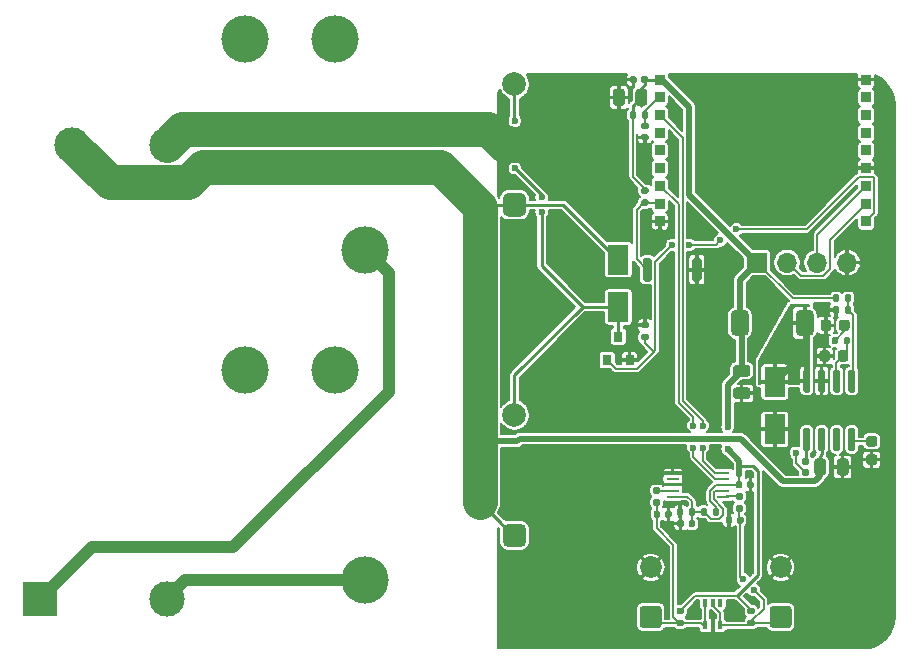
<source format=gbr>
%TF.GenerationSoftware,KiCad,Pcbnew,5.1.10*%
%TF.CreationDate,2021-08-16T03:58:39-04:00*%
%TF.ProjectId,wifi-50A-relay,77696669-2d35-4304-912d-72656c61792e,rev?*%
%TF.SameCoordinates,Original*%
%TF.FileFunction,Copper,L1,Top*%
%TF.FilePolarity,Positive*%
%FSLAX46Y46*%
G04 Gerber Fmt 4.6, Leading zero omitted, Abs format (unit mm)*
G04 Created by KiCad (PCBNEW 5.1.10) date 2021-08-16 03:58:39*
%MOMM*%
%LPD*%
G01*
G04 APERTURE LIST*
%TA.AperFunction,ComponentPad*%
%ADD10R,3.000000X3.000000*%
%TD*%
%TA.AperFunction,ComponentPad*%
%ADD11C,3.000000*%
%TD*%
%TA.AperFunction,SMDPad,CuDef*%
%ADD12R,1.100000X0.250000*%
%TD*%
%TA.AperFunction,SMDPad,CuDef*%
%ADD13R,4.300000X4.300000*%
%TD*%
%TA.AperFunction,SMDPad,CuDef*%
%ADD14R,0.850000X0.912500*%
%TD*%
%TA.AperFunction,SMDPad,CuDef*%
%ADD15R,0.800000X0.900000*%
%TD*%
%TA.AperFunction,ComponentPad*%
%ADD16C,4.000000*%
%TD*%
%TA.AperFunction,ComponentPad*%
%ADD17C,2.000000*%
%TD*%
%TA.AperFunction,ComponentPad*%
%ADD18C,1.850000*%
%TD*%
%TA.AperFunction,ComponentPad*%
%ADD19O,1.700000X1.700000*%
%TD*%
%TA.AperFunction,ComponentPad*%
%ADD20R,1.700000X1.700000*%
%TD*%
%TA.AperFunction,SMDPad,CuDef*%
%ADD21R,0.400000X0.650000*%
%TD*%
%TA.AperFunction,SMDPad,CuDef*%
%ADD22R,1.800000X2.500000*%
%TD*%
%TA.AperFunction,ViaPad*%
%ADD23C,0.600000*%
%TD*%
%TA.AperFunction,Conductor*%
%ADD24C,3.000000*%
%TD*%
%TA.AperFunction,Conductor*%
%ADD25C,0.127000*%
%TD*%
%TA.AperFunction,Conductor*%
%ADD26C,0.250000*%
%TD*%
%TA.AperFunction,Conductor*%
%ADD27C,0.500000*%
%TD*%
%TA.AperFunction,Conductor*%
%ADD28C,1.000000*%
%TD*%
%TA.AperFunction,Conductor*%
%ADD29C,0.100000*%
%TD*%
G04 APERTURE END LIST*
%TO.P,R12,2*%
%TO.N,GND*%
%TA.AperFunction,SMDPad,CuDef*%
G36*
G01*
X91685000Y-59560000D02*
X91315000Y-59560000D01*
G75*
G02*
X91180000Y-59425000I0J135000D01*
G01*
X91180000Y-59155000D01*
G75*
G02*
X91315000Y-59020000I135000J0D01*
G01*
X91685000Y-59020000D01*
G75*
G02*
X91820000Y-59155000I0J-135000D01*
G01*
X91820000Y-59425000D01*
G75*
G02*
X91685000Y-59560000I-135000J0D01*
G01*
G37*
%TD.AperFunction*%
%TO.P,R12,1*%
%TO.N,/SW*%
%TA.AperFunction,SMDPad,CuDef*%
G36*
G01*
X91685000Y-60580000D02*
X91315000Y-60580000D01*
G75*
G02*
X91180000Y-60445000I0J135000D01*
G01*
X91180000Y-60175000D01*
G75*
G02*
X91315000Y-60040000I135000J0D01*
G01*
X91685000Y-60040000D01*
G75*
G02*
X91820000Y-60175000I0J-135000D01*
G01*
X91820000Y-60445000D01*
G75*
G02*
X91685000Y-60580000I-135000J0D01*
G01*
G37*
%TD.AperFunction*%
%TD*%
%TO.P,C13,2*%
%TO.N,GND*%
%TA.AperFunction,SMDPad,CuDef*%
G36*
G01*
X94800000Y-75930000D02*
X94800000Y-76270000D01*
G75*
G02*
X94660000Y-76410000I-140000J0D01*
G01*
X94380000Y-76410000D01*
G75*
G02*
X94240000Y-76270000I0J140000D01*
G01*
X94240000Y-75930000D01*
G75*
G02*
X94380000Y-75790000I140000J0D01*
G01*
X94660000Y-75790000D01*
G75*
G02*
X94800000Y-75930000I0J-140000D01*
G01*
G37*
%TD.AperFunction*%
%TO.P,C13,1*%
%TO.N,/1.65V*%
%TA.AperFunction,SMDPad,CuDef*%
G36*
G01*
X95760000Y-75930000D02*
X95760000Y-76270000D01*
G75*
G02*
X95620000Y-76410000I-140000J0D01*
G01*
X95340000Y-76410000D01*
G75*
G02*
X95200000Y-76270000I0J140000D01*
G01*
X95200000Y-75930000D01*
G75*
G02*
X95340000Y-75790000I140000J0D01*
G01*
X95620000Y-75790000D01*
G75*
G02*
X95760000Y-75930000I0J-140000D01*
G01*
G37*
%TD.AperFunction*%
%TD*%
%TO.P,C12,2*%
%TO.N,GND*%
%TA.AperFunction,SMDPad,CuDef*%
G36*
G01*
X98900000Y-75630000D02*
X98900000Y-75970000D01*
G75*
G02*
X98760000Y-76110000I-140000J0D01*
G01*
X98480000Y-76110000D01*
G75*
G02*
X98340000Y-75970000I0J140000D01*
G01*
X98340000Y-75630000D01*
G75*
G02*
X98480000Y-75490000I140000J0D01*
G01*
X98760000Y-75490000D01*
G75*
G02*
X98900000Y-75630000I0J-140000D01*
G01*
G37*
%TD.AperFunction*%
%TO.P,C12,1*%
%TO.N,Net-(C12-Pad1)*%
%TA.AperFunction,SMDPad,CuDef*%
G36*
G01*
X99860000Y-75630000D02*
X99860000Y-75970000D01*
G75*
G02*
X99720000Y-76110000I-140000J0D01*
G01*
X99440000Y-76110000D01*
G75*
G02*
X99300000Y-75970000I0J140000D01*
G01*
X99300000Y-75630000D01*
G75*
G02*
X99440000Y-75490000I140000J0D01*
G01*
X99720000Y-75490000D01*
G75*
G02*
X99860000Y-75630000I0J-140000D01*
G01*
G37*
%TD.AperFunction*%
%TD*%
%TO.P,C11,2*%
%TO.N,GND*%
%TA.AperFunction,SMDPad,CuDef*%
G36*
G01*
X93200000Y-75470000D02*
X93200000Y-75130000D01*
G75*
G02*
X93340000Y-74990000I140000J0D01*
G01*
X93620000Y-74990000D01*
G75*
G02*
X93760000Y-75130000I0J-140000D01*
G01*
X93760000Y-75470000D01*
G75*
G02*
X93620000Y-75610000I-140000J0D01*
G01*
X93340000Y-75610000D01*
G75*
G02*
X93200000Y-75470000I0J140000D01*
G01*
G37*
%TD.AperFunction*%
%TO.P,C11,1*%
%TO.N,Net-(C11-Pad1)*%
%TA.AperFunction,SMDPad,CuDef*%
G36*
G01*
X92240000Y-75470000D02*
X92240000Y-75130000D01*
G75*
G02*
X92380000Y-74990000I140000J0D01*
G01*
X92660000Y-74990000D01*
G75*
G02*
X92800000Y-75130000I0J-140000D01*
G01*
X92800000Y-75470000D01*
G75*
G02*
X92660000Y-75610000I-140000J0D01*
G01*
X92380000Y-75610000D01*
G75*
G02*
X92240000Y-75470000I0J140000D01*
G01*
G37*
%TD.AperFunction*%
%TD*%
%TO.P,R11,2*%
%TO.N,GND*%
%TA.AperFunction,SMDPad,CuDef*%
G36*
G01*
X94760000Y-74915000D02*
X94760000Y-75285000D01*
G75*
G02*
X94625000Y-75420000I-135000J0D01*
G01*
X94355000Y-75420000D01*
G75*
G02*
X94220000Y-75285000I0J135000D01*
G01*
X94220000Y-74915000D01*
G75*
G02*
X94355000Y-74780000I135000J0D01*
G01*
X94625000Y-74780000D01*
G75*
G02*
X94760000Y-74915000I0J-135000D01*
G01*
G37*
%TD.AperFunction*%
%TO.P,R11,1*%
%TO.N,/1.65V*%
%TA.AperFunction,SMDPad,CuDef*%
G36*
G01*
X95780000Y-74915000D02*
X95780000Y-75285000D01*
G75*
G02*
X95645000Y-75420000I-135000J0D01*
G01*
X95375000Y-75420000D01*
G75*
G02*
X95240000Y-75285000I0J135000D01*
G01*
X95240000Y-74915000D01*
G75*
G02*
X95375000Y-74780000I135000J0D01*
G01*
X95645000Y-74780000D01*
G75*
G02*
X95780000Y-74915000I0J-135000D01*
G01*
G37*
%TD.AperFunction*%
%TD*%
%TO.P,R10,2*%
%TO.N,/1.65V*%
%TA.AperFunction,SMDPad,CuDef*%
G36*
G01*
X96760000Y-74915000D02*
X96760000Y-75285000D01*
G75*
G02*
X96625000Y-75420000I-135000J0D01*
G01*
X96355000Y-75420000D01*
G75*
G02*
X96220000Y-75285000I0J135000D01*
G01*
X96220000Y-74915000D01*
G75*
G02*
X96355000Y-74780000I135000J0D01*
G01*
X96625000Y-74780000D01*
G75*
G02*
X96760000Y-74915000I0J-135000D01*
G01*
G37*
%TD.AperFunction*%
%TO.P,R10,1*%
%TO.N,+3V3*%
%TA.AperFunction,SMDPad,CuDef*%
G36*
G01*
X97780000Y-74915000D02*
X97780000Y-75285000D01*
G75*
G02*
X97645000Y-75420000I-135000J0D01*
G01*
X97375000Y-75420000D01*
G75*
G02*
X97240000Y-75285000I0J135000D01*
G01*
X97240000Y-74915000D01*
G75*
G02*
X97375000Y-74780000I135000J0D01*
G01*
X97645000Y-74780000D01*
G75*
G02*
X97780000Y-74915000I0J-135000D01*
G01*
G37*
%TD.AperFunction*%
%TD*%
%TO.P,R9,2*%
%TO.N,Net-(R9-Pad2)*%
%TA.AperFunction,SMDPad,CuDef*%
G36*
G01*
X99685000Y-74060000D02*
X99315000Y-74060000D01*
G75*
G02*
X99180000Y-73925000I0J135000D01*
G01*
X99180000Y-73655000D01*
G75*
G02*
X99315000Y-73520000I135000J0D01*
G01*
X99685000Y-73520000D01*
G75*
G02*
X99820000Y-73655000I0J-135000D01*
G01*
X99820000Y-73925000D01*
G75*
G02*
X99685000Y-74060000I-135000J0D01*
G01*
G37*
%TD.AperFunction*%
%TO.P,R9,1*%
%TO.N,Net-(C12-Pad1)*%
%TA.AperFunction,SMDPad,CuDef*%
G36*
G01*
X99685000Y-75080000D02*
X99315000Y-75080000D01*
G75*
G02*
X99180000Y-74945000I0J135000D01*
G01*
X99180000Y-74675000D01*
G75*
G02*
X99315000Y-74540000I135000J0D01*
G01*
X99685000Y-74540000D01*
G75*
G02*
X99820000Y-74675000I0J-135000D01*
G01*
X99820000Y-74945000D01*
G75*
G02*
X99685000Y-75080000I-135000J0D01*
G01*
G37*
%TD.AperFunction*%
%TD*%
%TO.P,R8,2*%
%TO.N,Net-(R8-Pad2)*%
%TA.AperFunction,SMDPad,CuDef*%
G36*
G01*
X92685000Y-73560000D02*
X92315000Y-73560000D01*
G75*
G02*
X92180000Y-73425000I0J135000D01*
G01*
X92180000Y-73155000D01*
G75*
G02*
X92315000Y-73020000I135000J0D01*
G01*
X92685000Y-73020000D01*
G75*
G02*
X92820000Y-73155000I0J-135000D01*
G01*
X92820000Y-73425000D01*
G75*
G02*
X92685000Y-73560000I-135000J0D01*
G01*
G37*
%TD.AperFunction*%
%TO.P,R8,1*%
%TO.N,Net-(C11-Pad1)*%
%TA.AperFunction,SMDPad,CuDef*%
G36*
G01*
X92685000Y-74580000D02*
X92315000Y-74580000D01*
G75*
G02*
X92180000Y-74445000I0J135000D01*
G01*
X92180000Y-74175000D01*
G75*
G02*
X92315000Y-74040000I135000J0D01*
G01*
X92685000Y-74040000D01*
G75*
G02*
X92820000Y-74175000I0J-135000D01*
G01*
X92820000Y-74445000D01*
G75*
G02*
X92685000Y-74580000I-135000J0D01*
G01*
G37*
%TD.AperFunction*%
%TD*%
%TO.P,R7,2*%
%TO.N,Net-(C12-Pad1)*%
%TA.AperFunction,SMDPad,CuDef*%
G36*
G01*
X100315000Y-84240000D02*
X100685000Y-84240000D01*
G75*
G02*
X100820000Y-84375000I0J-135000D01*
G01*
X100820000Y-84645000D01*
G75*
G02*
X100685000Y-84780000I-135000J0D01*
G01*
X100315000Y-84780000D01*
G75*
G02*
X100180000Y-84645000I0J135000D01*
G01*
X100180000Y-84375000D01*
G75*
G02*
X100315000Y-84240000I135000J0D01*
G01*
G37*
%TD.AperFunction*%
%TO.P,R7,1*%
%TO.N,+3V3*%
%TA.AperFunction,SMDPad,CuDef*%
G36*
G01*
X100315000Y-83220000D02*
X100685000Y-83220000D01*
G75*
G02*
X100820000Y-83355000I0J-135000D01*
G01*
X100820000Y-83625000D01*
G75*
G02*
X100685000Y-83760000I-135000J0D01*
G01*
X100315000Y-83760000D01*
G75*
G02*
X100180000Y-83625000I0J135000D01*
G01*
X100180000Y-83355000D01*
G75*
G02*
X100315000Y-83220000I135000J0D01*
G01*
G37*
%TD.AperFunction*%
%TD*%
%TO.P,R6,2*%
%TO.N,Net-(C11-Pad1)*%
%TA.AperFunction,SMDPad,CuDef*%
G36*
G01*
X94315000Y-84240000D02*
X94685000Y-84240000D01*
G75*
G02*
X94820000Y-84375000I0J-135000D01*
G01*
X94820000Y-84645000D01*
G75*
G02*
X94685000Y-84780000I-135000J0D01*
G01*
X94315000Y-84780000D01*
G75*
G02*
X94180000Y-84645000I0J135000D01*
G01*
X94180000Y-84375000D01*
G75*
G02*
X94315000Y-84240000I135000J0D01*
G01*
G37*
%TD.AperFunction*%
%TO.P,R6,1*%
%TO.N,+3V3*%
%TA.AperFunction,SMDPad,CuDef*%
G36*
G01*
X94315000Y-83220000D02*
X94685000Y-83220000D01*
G75*
G02*
X94820000Y-83355000I0J-135000D01*
G01*
X94820000Y-83625000D01*
G75*
G02*
X94685000Y-83760000I-135000J0D01*
G01*
X94315000Y-83760000D01*
G75*
G02*
X94180000Y-83625000I0J135000D01*
G01*
X94180000Y-83355000D01*
G75*
G02*
X94315000Y-83220000I135000J0D01*
G01*
G37*
%TD.AperFunction*%
%TD*%
%TO.P,R3,2*%
%TO.N,/BOOT*%
%TA.AperFunction,SMDPad,CuDef*%
G36*
G01*
X91315000Y-48640000D02*
X91685000Y-48640000D01*
G75*
G02*
X91820000Y-48775000I0J-135000D01*
G01*
X91820000Y-49045000D01*
G75*
G02*
X91685000Y-49180000I-135000J0D01*
G01*
X91315000Y-49180000D01*
G75*
G02*
X91180000Y-49045000I0J135000D01*
G01*
X91180000Y-48775000D01*
G75*
G02*
X91315000Y-48640000I135000J0D01*
G01*
G37*
%TD.AperFunction*%
%TO.P,R3,1*%
%TO.N,+3V3*%
%TA.AperFunction,SMDPad,CuDef*%
G36*
G01*
X91315000Y-47620000D02*
X91685000Y-47620000D01*
G75*
G02*
X91820000Y-47755000I0J-135000D01*
G01*
X91820000Y-48025000D01*
G75*
G02*
X91685000Y-48160000I-135000J0D01*
G01*
X91315000Y-48160000D01*
G75*
G02*
X91180000Y-48025000I0J135000D01*
G01*
X91180000Y-47755000D01*
G75*
G02*
X91315000Y-47620000I135000J0D01*
G01*
G37*
%TD.AperFunction*%
%TD*%
%TO.P,R2,2*%
%TO.N,/EN*%
%TA.AperFunction,SMDPad,CuDef*%
G36*
G01*
X91240000Y-41685000D02*
X91240000Y-41315000D01*
G75*
G02*
X91375000Y-41180000I135000J0D01*
G01*
X91645000Y-41180000D01*
G75*
G02*
X91780000Y-41315000I0J-135000D01*
G01*
X91780000Y-41685000D01*
G75*
G02*
X91645000Y-41820000I-135000J0D01*
G01*
X91375000Y-41820000D01*
G75*
G02*
X91240000Y-41685000I0J135000D01*
G01*
G37*
%TD.AperFunction*%
%TO.P,R2,1*%
%TO.N,+3V3*%
%TA.AperFunction,SMDPad,CuDef*%
G36*
G01*
X90220000Y-41685000D02*
X90220000Y-41315000D01*
G75*
G02*
X90355000Y-41180000I135000J0D01*
G01*
X90625000Y-41180000D01*
G75*
G02*
X90760000Y-41315000I0J-135000D01*
G01*
X90760000Y-41685000D01*
G75*
G02*
X90625000Y-41820000I-135000J0D01*
G01*
X90355000Y-41820000D01*
G75*
G02*
X90220000Y-41685000I0J135000D01*
G01*
G37*
%TD.AperFunction*%
%TD*%
%TO.P,R1,2*%
%TO.N,Net-(C6-Pad1)*%
%TA.AperFunction,SMDPad,CuDef*%
G36*
G01*
X107860000Y-60415000D02*
X107860000Y-60785000D01*
G75*
G02*
X107725000Y-60920000I-135000J0D01*
G01*
X107455000Y-60920000D01*
G75*
G02*
X107320000Y-60785000I0J135000D01*
G01*
X107320000Y-60415000D01*
G75*
G02*
X107455000Y-60280000I135000J0D01*
G01*
X107725000Y-60280000D01*
G75*
G02*
X107860000Y-60415000I0J-135000D01*
G01*
G37*
%TD.AperFunction*%
%TO.P,R1,1*%
%TO.N,Net-(C4-Pad1)*%
%TA.AperFunction,SMDPad,CuDef*%
G36*
G01*
X108880000Y-60415000D02*
X108880000Y-60785000D01*
G75*
G02*
X108745000Y-60920000I-135000J0D01*
G01*
X108475000Y-60920000D01*
G75*
G02*
X108340000Y-60785000I0J135000D01*
G01*
X108340000Y-60415000D01*
G75*
G02*
X108475000Y-60280000I135000J0D01*
G01*
X108745000Y-60280000D01*
G75*
G02*
X108880000Y-60415000I0J-135000D01*
G01*
G37*
%TD.AperFunction*%
%TD*%
%TO.P,C10,2*%
%TO.N,GND*%
%TA.AperFunction,SMDPad,CuDef*%
G36*
G01*
X100150000Y-72970000D02*
X100150000Y-72630000D01*
G75*
G02*
X100290000Y-72490000I140000J0D01*
G01*
X100570000Y-72490000D01*
G75*
G02*
X100710000Y-72630000I0J-140000D01*
G01*
X100710000Y-72970000D01*
G75*
G02*
X100570000Y-73110000I-140000J0D01*
G01*
X100290000Y-73110000D01*
G75*
G02*
X100150000Y-72970000I0J140000D01*
G01*
G37*
%TD.AperFunction*%
%TO.P,C10,1*%
%TO.N,+3V3*%
%TA.AperFunction,SMDPad,CuDef*%
G36*
G01*
X99190000Y-72970000D02*
X99190000Y-72630000D01*
G75*
G02*
X99330000Y-72490000I140000J0D01*
G01*
X99610000Y-72490000D01*
G75*
G02*
X99750000Y-72630000I0J-140000D01*
G01*
X99750000Y-72970000D01*
G75*
G02*
X99610000Y-73110000I-140000J0D01*
G01*
X99330000Y-73110000D01*
G75*
G02*
X99190000Y-72970000I0J140000D01*
G01*
G37*
%TD.AperFunction*%
%TD*%
%TO.P,C8,2*%
%TO.N,GND*%
%TA.AperFunction,SMDPad,CuDef*%
G36*
G01*
X91330000Y-43100000D02*
X91670000Y-43100000D01*
G75*
G02*
X91810000Y-43240000I0J-140000D01*
G01*
X91810000Y-43520000D01*
G75*
G02*
X91670000Y-43660000I-140000J0D01*
G01*
X91330000Y-43660000D01*
G75*
G02*
X91190000Y-43520000I0J140000D01*
G01*
X91190000Y-43240000D01*
G75*
G02*
X91330000Y-43100000I140000J0D01*
G01*
G37*
%TD.AperFunction*%
%TO.P,C8,1*%
%TO.N,/EN*%
%TA.AperFunction,SMDPad,CuDef*%
G36*
G01*
X91330000Y-42140000D02*
X91670000Y-42140000D01*
G75*
G02*
X91810000Y-42280000I0J-140000D01*
G01*
X91810000Y-42560000D01*
G75*
G02*
X91670000Y-42700000I-140000J0D01*
G01*
X91330000Y-42700000D01*
G75*
G02*
X91190000Y-42560000I0J140000D01*
G01*
X91190000Y-42280000D01*
G75*
G02*
X91330000Y-42140000I140000J0D01*
G01*
G37*
%TD.AperFunction*%
%TD*%
%TO.P,C7,2*%
%TO.N,Net-(C7-Pad2)*%
%TA.AperFunction,SMDPad,CuDef*%
G36*
G01*
X104930000Y-71500000D02*
X105270000Y-71500000D01*
G75*
G02*
X105410000Y-71640000I0J-140000D01*
G01*
X105410000Y-71920000D01*
G75*
G02*
X105270000Y-72060000I-140000J0D01*
G01*
X104930000Y-72060000D01*
G75*
G02*
X104790000Y-71920000I0J140000D01*
G01*
X104790000Y-71640000D01*
G75*
G02*
X104930000Y-71500000I140000J0D01*
G01*
G37*
%TD.AperFunction*%
%TO.P,C7,1*%
%TO.N,Net-(C7-Pad1)*%
%TA.AperFunction,SMDPad,CuDef*%
G36*
G01*
X104930000Y-70540000D02*
X105270000Y-70540000D01*
G75*
G02*
X105410000Y-70680000I0J-140000D01*
G01*
X105410000Y-70960000D01*
G75*
G02*
X105270000Y-71100000I-140000J0D01*
G01*
X104930000Y-71100000D01*
G75*
G02*
X104790000Y-70960000I0J140000D01*
G01*
X104790000Y-70680000D01*
G75*
G02*
X104930000Y-70540000I140000J0D01*
G01*
G37*
%TD.AperFunction*%
%TD*%
%TO.P,C5,2*%
%TO.N,GND*%
%TA.AperFunction,SMDPad,CuDef*%
G36*
G01*
X90800000Y-38330000D02*
X90800000Y-38670000D01*
G75*
G02*
X90660000Y-38810000I-140000J0D01*
G01*
X90380000Y-38810000D01*
G75*
G02*
X90240000Y-38670000I0J140000D01*
G01*
X90240000Y-38330000D01*
G75*
G02*
X90380000Y-38190000I140000J0D01*
G01*
X90660000Y-38190000D01*
G75*
G02*
X90800000Y-38330000I0J-140000D01*
G01*
G37*
%TD.AperFunction*%
%TO.P,C5,1*%
%TO.N,+3V3*%
%TA.AperFunction,SMDPad,CuDef*%
G36*
G01*
X91760000Y-38330000D02*
X91760000Y-38670000D01*
G75*
G02*
X91620000Y-38810000I-140000J0D01*
G01*
X91340000Y-38810000D01*
G75*
G02*
X91200000Y-38670000I0J140000D01*
G01*
X91200000Y-38330000D01*
G75*
G02*
X91340000Y-38190000I140000J0D01*
G01*
X91620000Y-38190000D01*
G75*
G02*
X91760000Y-38330000I0J-140000D01*
G01*
G37*
%TD.AperFunction*%
%TD*%
D10*
%TO.P,PS1,1*%
%TO.N,/AC_PH_2*%
X40250000Y-82500000D03*
D11*
%TO.P,PS1,4*%
%TO.N,+12V*%
X43000000Y-44000000D03*
%TO.P,PS1,2*%
%TO.N,/AC_PH_1*%
X51000000Y-82500000D03*
%TO.P,PS1,3*%
%TO.N,GND*%
X51000000Y-44000000D03*
%TD*%
D12*
%TO.P,U3,10*%
%TO.N,/SCL*%
X98150000Y-71800000D03*
%TO.P,U3,9*%
%TO.N,/SDA*%
X98150000Y-72300000D03*
%TO.P,U3,8*%
%TO.N,+3V3*%
X98150000Y-72800000D03*
%TO.P,U3,7*%
%TO.N,/1.65V*%
X98150000Y-73300000D03*
%TO.P,U3,6*%
%TO.N,Net-(R9-Pad2)*%
X98150000Y-73800000D03*
%TO.P,U3,5*%
%TO.N,/1.65V*%
X93850000Y-73800000D03*
%TO.P,U3,4*%
%TO.N,Net-(R8-Pad2)*%
X93850000Y-73300000D03*
%TO.P,U3,3*%
%TO.N,GND*%
X93850000Y-72800000D03*
%TO.P,U3,2*%
%TO.N,Net-(U3-Pad2)*%
X93850000Y-72300000D03*
%TO.P,U3,1*%
%TO.N,GND*%
X93850000Y-71800000D03*
%TD*%
%TO.P,U2,8*%
%TO.N,Net-(C7-Pad2)*%
%TA.AperFunction,SMDPad,CuDef*%
G36*
G01*
X105345000Y-65000000D02*
X105045000Y-65000000D01*
G75*
G02*
X104895000Y-64850000I0J150000D01*
G01*
X104895000Y-63200000D01*
G75*
G02*
X105045000Y-63050000I150000J0D01*
G01*
X105345000Y-63050000D01*
G75*
G02*
X105495000Y-63200000I0J-150000D01*
G01*
X105495000Y-64850000D01*
G75*
G02*
X105345000Y-65000000I-150000J0D01*
G01*
G37*
%TD.AperFunction*%
%TO.P,U2,7*%
%TO.N,GND*%
%TA.AperFunction,SMDPad,CuDef*%
G36*
G01*
X106615000Y-65000000D02*
X106315000Y-65000000D01*
G75*
G02*
X106165000Y-64850000I0J150000D01*
G01*
X106165000Y-63200000D01*
G75*
G02*
X106315000Y-63050000I150000J0D01*
G01*
X106615000Y-63050000D01*
G75*
G02*
X106765000Y-63200000I0J-150000D01*
G01*
X106765000Y-64850000D01*
G75*
G02*
X106615000Y-65000000I-150000J0D01*
G01*
G37*
%TD.AperFunction*%
%TO.P,U2,6*%
%TO.N,Net-(C4-Pad1)*%
%TA.AperFunction,SMDPad,CuDef*%
G36*
G01*
X107885000Y-65000000D02*
X107585000Y-65000000D01*
G75*
G02*
X107435000Y-64850000I0J150000D01*
G01*
X107435000Y-63200000D01*
G75*
G02*
X107585000Y-63050000I150000J0D01*
G01*
X107885000Y-63050000D01*
G75*
G02*
X108035000Y-63200000I0J-150000D01*
G01*
X108035000Y-64850000D01*
G75*
G02*
X107885000Y-65000000I-150000J0D01*
G01*
G37*
%TD.AperFunction*%
%TO.P,U2,5*%
%TO.N,Net-(R4-Pad2)*%
%TA.AperFunction,SMDPad,CuDef*%
G36*
G01*
X109155000Y-65000000D02*
X108855000Y-65000000D01*
G75*
G02*
X108705000Y-64850000I0J150000D01*
G01*
X108705000Y-63200000D01*
G75*
G02*
X108855000Y-63050000I150000J0D01*
G01*
X109155000Y-63050000D01*
G75*
G02*
X109305000Y-63200000I0J-150000D01*
G01*
X109305000Y-64850000D01*
G75*
G02*
X109155000Y-65000000I-150000J0D01*
G01*
G37*
%TD.AperFunction*%
%TO.P,U2,4*%
%TO.N,Net-(C2-Pad1)*%
%TA.AperFunction,SMDPad,CuDef*%
G36*
G01*
X109155000Y-69950000D02*
X108855000Y-69950000D01*
G75*
G02*
X108705000Y-69800000I0J150000D01*
G01*
X108705000Y-68150000D01*
G75*
G02*
X108855000Y-68000000I150000J0D01*
G01*
X109155000Y-68000000D01*
G75*
G02*
X109305000Y-68150000I0J-150000D01*
G01*
X109305000Y-69800000D01*
G75*
G02*
X109155000Y-69950000I-150000J0D01*
G01*
G37*
%TD.AperFunction*%
%TO.P,U2,3*%
%TO.N,Net-(U2-Pad3)*%
%TA.AperFunction,SMDPad,CuDef*%
G36*
G01*
X107885000Y-69950000D02*
X107585000Y-69950000D01*
G75*
G02*
X107435000Y-69800000I0J150000D01*
G01*
X107435000Y-68150000D01*
G75*
G02*
X107585000Y-68000000I150000J0D01*
G01*
X107885000Y-68000000D01*
G75*
G02*
X108035000Y-68150000I0J-150000D01*
G01*
X108035000Y-69800000D01*
G75*
G02*
X107885000Y-69950000I-150000J0D01*
G01*
G37*
%TD.AperFunction*%
%TO.P,U2,2*%
%TO.N,+12V*%
%TA.AperFunction,SMDPad,CuDef*%
G36*
G01*
X106615000Y-69950000D02*
X106315000Y-69950000D01*
G75*
G02*
X106165000Y-69800000I0J150000D01*
G01*
X106165000Y-68150000D01*
G75*
G02*
X106315000Y-68000000I150000J0D01*
G01*
X106615000Y-68000000D01*
G75*
G02*
X106765000Y-68150000I0J-150000D01*
G01*
X106765000Y-69800000D01*
G75*
G02*
X106615000Y-69950000I-150000J0D01*
G01*
G37*
%TD.AperFunction*%
%TO.P,U2,1*%
%TO.N,Net-(C7-Pad1)*%
%TA.AperFunction,SMDPad,CuDef*%
G36*
G01*
X105345000Y-69950000D02*
X105045000Y-69950000D01*
G75*
G02*
X104895000Y-69800000I0J150000D01*
G01*
X104895000Y-68150000D01*
G75*
G02*
X105045000Y-68000000I150000J0D01*
G01*
X105345000Y-68000000D01*
G75*
G02*
X105495000Y-68150000I0J-150000D01*
G01*
X105495000Y-69800000D01*
G75*
G02*
X105345000Y-69950000I-150000J0D01*
G01*
G37*
%TD.AperFunction*%
%TD*%
D13*
%TO.P,U1,19*%
%TO.N,GND*%
X102620000Y-45080000D03*
D14*
%TO.P,U1,1*%
%TO.N,+3V3*%
X92762500Y-38500000D03*
%TO.P,U1,2*%
%TO.N,/EN*%
X92762500Y-40000000D03*
%TO.P,U1,3*%
%TO.N,/SCL*%
X92762500Y-41500000D03*
%TO.P,U1,4*%
%TO.N,Net-(U1-Pad4)*%
X92762500Y-43000000D03*
%TO.P,U1,5*%
%TO.N,Net-(U1-Pad5)*%
X92762500Y-44500000D03*
%TO.P,U1,6*%
%TO.N,Net-(U1-Pad6)*%
X92762500Y-46000000D03*
%TO.P,U1,7*%
%TO.N,/SDA*%
X92762500Y-47500000D03*
%TO.P,U1,8*%
%TO.N,/BOOT*%
X92762500Y-49000000D03*
%TO.P,U1,9*%
%TO.N,GND*%
X92762500Y-50500000D03*
%TO.P,U1,10*%
%TO.N,/SW*%
X110237500Y-50500000D03*
%TO.P,U1,11*%
%TO.N,Net-(J1-Pad2)*%
X110237500Y-49000000D03*
%TO.P,U1,12*%
%TO.N,Net-(J1-Pad3)*%
X110237500Y-47500000D03*
%TO.P,U1,13*%
%TO.N,GND*%
X110237500Y-46000000D03*
%TO.P,U1,14*%
%TO.N,Net-(U1-Pad14)*%
X110237500Y-44500000D03*
%TO.P,U1,15*%
%TO.N,Net-(U1-Pad15)*%
X110237500Y-43000000D03*
%TO.P,U1,16*%
%TO.N,Net-(U1-Pad16)*%
X110237500Y-41500000D03*
%TO.P,U1,17*%
%TO.N,Net-(U1-Pad17)*%
X110237500Y-40000000D03*
%TO.P,U1,18*%
%TO.N,GND*%
X110237500Y-38500000D03*
%TD*%
%TO.P,SW1,1*%
%TO.N,/BOOT*%
%TA.AperFunction,SMDPad,CuDef*%
G36*
G01*
X91300000Y-55400000D02*
X91300000Y-53800000D01*
G75*
G02*
X91500000Y-53600000I200000J0D01*
G01*
X91900000Y-53600000D01*
G75*
G02*
X92100000Y-53800000I0J-200000D01*
G01*
X92100000Y-55400000D01*
G75*
G02*
X91900000Y-55600000I-200000J0D01*
G01*
X91500000Y-55600000D01*
G75*
G02*
X91300000Y-55400000I0J200000D01*
G01*
G37*
%TD.AperFunction*%
%TO.P,SW1,2*%
%TO.N,GND*%
%TA.AperFunction,SMDPad,CuDef*%
G36*
G01*
X95500000Y-55400000D02*
X95500000Y-53800000D01*
G75*
G02*
X95700000Y-53600000I200000J0D01*
G01*
X96100000Y-53600000D01*
G75*
G02*
X96300000Y-53800000I0J-200000D01*
G01*
X96300000Y-55400000D01*
G75*
G02*
X96100000Y-55600000I-200000J0D01*
G01*
X95700000Y-55600000D01*
G75*
G02*
X95500000Y-55400000I0J200000D01*
G01*
G37*
%TD.AperFunction*%
%TD*%
%TO.P,R5,2*%
%TO.N,GND*%
%TA.AperFunction,SMDPad,CuDef*%
G36*
G01*
X107960000Y-57815000D02*
X107960000Y-58185000D01*
G75*
G02*
X107825000Y-58320000I-135000J0D01*
G01*
X107555000Y-58320000D01*
G75*
G02*
X107420000Y-58185000I0J135000D01*
G01*
X107420000Y-57815000D01*
G75*
G02*
X107555000Y-57680000I135000J0D01*
G01*
X107825000Y-57680000D01*
G75*
G02*
X107960000Y-57815000I0J-135000D01*
G01*
G37*
%TD.AperFunction*%
%TO.P,R5,1*%
%TO.N,Net-(R4-Pad2)*%
%TA.AperFunction,SMDPad,CuDef*%
G36*
G01*
X108980000Y-57815000D02*
X108980000Y-58185000D01*
G75*
G02*
X108845000Y-58320000I-135000J0D01*
G01*
X108575000Y-58320000D01*
G75*
G02*
X108440000Y-58185000I0J135000D01*
G01*
X108440000Y-57815000D01*
G75*
G02*
X108575000Y-57680000I135000J0D01*
G01*
X108845000Y-57680000D01*
G75*
G02*
X108980000Y-57815000I0J-135000D01*
G01*
G37*
%TD.AperFunction*%
%TD*%
%TO.P,R4,2*%
%TO.N,Net-(R4-Pad2)*%
%TA.AperFunction,SMDPad,CuDef*%
G36*
G01*
X108440000Y-57185000D02*
X108440000Y-56815000D01*
G75*
G02*
X108575000Y-56680000I135000J0D01*
G01*
X108845000Y-56680000D01*
G75*
G02*
X108980000Y-56815000I0J-135000D01*
G01*
X108980000Y-57185000D01*
G75*
G02*
X108845000Y-57320000I-135000J0D01*
G01*
X108575000Y-57320000D01*
G75*
G02*
X108440000Y-57185000I0J135000D01*
G01*
G37*
%TD.AperFunction*%
%TO.P,R4,1*%
%TO.N,+3V3*%
%TA.AperFunction,SMDPad,CuDef*%
G36*
G01*
X107420000Y-57185000D02*
X107420000Y-56815000D01*
G75*
G02*
X107555000Y-56680000I135000J0D01*
G01*
X107825000Y-56680000D01*
G75*
G02*
X107960000Y-56815000I0J-135000D01*
G01*
X107960000Y-57185000D01*
G75*
G02*
X107825000Y-57320000I-135000J0D01*
G01*
X107555000Y-57320000D01*
G75*
G02*
X107420000Y-57185000I0J135000D01*
G01*
G37*
%TD.AperFunction*%
%TD*%
D15*
%TO.P,Q1,3*%
%TO.N,Net-(D2-Pad2)*%
X89250000Y-60250000D03*
%TO.P,Q1,2*%
%TO.N,GND*%
X90200000Y-62250000D03*
%TO.P,Q1,1*%
%TO.N,/SW*%
X88300000Y-62250000D03*
%TD*%
%TO.P,L1,2*%
%TO.N,+3V3*%
%TA.AperFunction,SMDPad,CuDef*%
G36*
G01*
X100300000Y-58375000D02*
X100300000Y-59825000D01*
G75*
G02*
X99925000Y-60200000I-375000J0D01*
G01*
X99175000Y-60200000D01*
G75*
G02*
X98800000Y-59825000I0J375000D01*
G01*
X98800000Y-58375000D01*
G75*
G02*
X99175000Y-58000000I375000J0D01*
G01*
X99925000Y-58000000D01*
G75*
G02*
X100300000Y-58375000I0J-375000D01*
G01*
G37*
%TD.AperFunction*%
%TO.P,L1,1*%
%TO.N,Net-(C7-Pad2)*%
%TA.AperFunction,SMDPad,CuDef*%
G36*
G01*
X105800000Y-58375000D02*
X105800000Y-59825000D01*
G75*
G02*
X105425000Y-60200000I-375000J0D01*
G01*
X104675000Y-60200000D01*
G75*
G02*
X104300000Y-59825000I0J375000D01*
G01*
X104300000Y-58375000D01*
G75*
G02*
X104675000Y-58000000I375000J0D01*
G01*
X105425000Y-58000000D01*
G75*
G02*
X105800000Y-58375000I0J-375000D01*
G01*
G37*
%TD.AperFunction*%
%TD*%
%TO.P,K2,A1*%
%TO.N,+12V*%
%TA.AperFunction,ComponentPad*%
G36*
G01*
X79460000Y-49600000D02*
X79460000Y-48600000D01*
G75*
G02*
X79960000Y-48100000I500000J0D01*
G01*
X80960000Y-48100000D01*
G75*
G02*
X81460000Y-48600000I0J-500000D01*
G01*
X81460000Y-49600000D01*
G75*
G02*
X80960000Y-50100000I-500000J0D01*
G01*
X79960000Y-50100000D01*
G75*
G02*
X79460000Y-49600000I0J500000D01*
G01*
G37*
%TD.AperFunction*%
D16*
%TO.P,K2,11*%
%TO.N,/AC_PH_2*%
X67800000Y-52900000D03*
%TO.P,K2,12*%
%TO.N,Net-(K2-Pad12)*%
X57660000Y-35100000D03*
%TO.P,K2,14*%
%TO.N,Net-(K2-Pad14)*%
X65260000Y-35100000D03*
D17*
%TO.P,K2,A2*%
%TO.N,Net-(D2-Pad2)*%
X80460000Y-38900000D03*
%TD*%
%TO.P,K1,A1*%
%TO.N,+12V*%
%TA.AperFunction,ComponentPad*%
G36*
G01*
X79460000Y-77600000D02*
X79460000Y-76600000D01*
G75*
G02*
X79960000Y-76100000I500000J0D01*
G01*
X80960000Y-76100000D01*
G75*
G02*
X81460000Y-76600000I0J-500000D01*
G01*
X81460000Y-77600000D01*
G75*
G02*
X80960000Y-78100000I-500000J0D01*
G01*
X79960000Y-78100000D01*
G75*
G02*
X79460000Y-77600000I0J500000D01*
G01*
G37*
%TD.AperFunction*%
D16*
%TO.P,K1,11*%
%TO.N,/AC_PH_1*%
X67800000Y-80900000D03*
%TO.P,K1,12*%
%TO.N,Net-(K1-Pad12)*%
X57660000Y-63100000D03*
%TO.P,K1,14*%
%TO.N,Net-(K1-Pad14)*%
X65260000Y-63100000D03*
D17*
%TO.P,K1,A2*%
%TO.N,Net-(D2-Pad2)*%
X80460000Y-66900000D03*
%TD*%
D18*
%TO.P,J3,2*%
%TO.N,GND*%
X103000000Y-79800000D03*
%TO.P,J3,1*%
%TO.N,Net-(C12-Pad1)*%
%TA.AperFunction,ComponentPad*%
G36*
G01*
X103675001Y-84925000D02*
X102324999Y-84925000D01*
G75*
G02*
X102075000Y-84675001I0J249999D01*
G01*
X102075000Y-83324999D01*
G75*
G02*
X102324999Y-83075000I249999J0D01*
G01*
X103675001Y-83075000D01*
G75*
G02*
X103925000Y-83324999I0J-249999D01*
G01*
X103925000Y-84675001D01*
G75*
G02*
X103675001Y-84925000I-249999J0D01*
G01*
G37*
%TD.AperFunction*%
%TD*%
%TO.P,J2,2*%
%TO.N,GND*%
X92000000Y-79800000D03*
%TO.P,J2,1*%
%TO.N,Net-(C11-Pad1)*%
%TA.AperFunction,ComponentPad*%
G36*
G01*
X92675001Y-84925000D02*
X91324999Y-84925000D01*
G75*
G02*
X91075000Y-84675001I0J249999D01*
G01*
X91075000Y-83324999D01*
G75*
G02*
X91324999Y-83075000I249999J0D01*
G01*
X92675001Y-83075000D01*
G75*
G02*
X92925000Y-83324999I0J-249999D01*
G01*
X92925000Y-84675001D01*
G75*
G02*
X92675001Y-84925000I-249999J0D01*
G01*
G37*
%TD.AperFunction*%
%TD*%
D19*
%TO.P,J1,4*%
%TO.N,GND*%
X108620000Y-54000000D03*
%TO.P,J1,3*%
%TO.N,Net-(J1-Pad3)*%
X106080000Y-54000000D03*
%TO.P,J1,2*%
%TO.N,Net-(J1-Pad2)*%
X103540000Y-54000000D03*
D20*
%TO.P,J1,1*%
%TO.N,+3V3*%
X101000000Y-54000000D03*
%TD*%
D21*
%TO.P,D3,6*%
%TO.N,Net-(C11-Pad1)*%
X96600000Y-82800000D03*
%TO.P,D3,4*%
%TO.N,Net-(D3-Pad4)*%
X97900000Y-82800000D03*
%TO.P,D3,2*%
%TO.N,GND*%
X97250000Y-84700000D03*
%TO.P,D3,5*%
%TO.N,Net-(C12-Pad1)*%
X97250000Y-82800000D03*
%TO.P,D3,3*%
X97900000Y-84700000D03*
%TO.P,D3,1*%
%TO.N,Net-(C11-Pad1)*%
X96600000Y-84700000D03*
%TD*%
D22*
%TO.P,D2,2*%
%TO.N,Net-(D2-Pad2)*%
X89250000Y-57750000D03*
%TO.P,D2,1*%
%TO.N,+12V*%
X89250000Y-53750000D03*
%TD*%
%TO.P,D1,2*%
%TO.N,GND*%
X102500000Y-68100000D03*
%TO.P,D1,1*%
%TO.N,Net-(C7-Pad2)*%
X102500000Y-64100000D03*
%TD*%
%TO.P,C9,2*%
%TO.N,GND*%
%TA.AperFunction,SMDPad,CuDef*%
G36*
G01*
X99225000Y-64550000D02*
X100175000Y-64550000D01*
G75*
G02*
X100425000Y-64800000I0J-250000D01*
G01*
X100425000Y-65300000D01*
G75*
G02*
X100175000Y-65550000I-250000J0D01*
G01*
X99225000Y-65550000D01*
G75*
G02*
X98975000Y-65300000I0J250000D01*
G01*
X98975000Y-64800000D01*
G75*
G02*
X99225000Y-64550000I250000J0D01*
G01*
G37*
%TD.AperFunction*%
%TO.P,C9,1*%
%TO.N,+3V3*%
%TA.AperFunction,SMDPad,CuDef*%
G36*
G01*
X99225000Y-62650000D02*
X100175000Y-62650000D01*
G75*
G02*
X100425000Y-62900000I0J-250000D01*
G01*
X100425000Y-63400000D01*
G75*
G02*
X100175000Y-63650000I-250000J0D01*
G01*
X99225000Y-63650000D01*
G75*
G02*
X98975000Y-63400000I0J250000D01*
G01*
X98975000Y-62900000D01*
G75*
G02*
X99225000Y-62650000I250000J0D01*
G01*
G37*
%TD.AperFunction*%
%TD*%
%TO.P,C6,2*%
%TO.N,GND*%
%TA.AperFunction,SMDPad,CuDef*%
G36*
G01*
X107275000Y-59050000D02*
X107275000Y-59550000D01*
G75*
G02*
X107050000Y-59775000I-225000J0D01*
G01*
X106600000Y-59775000D01*
G75*
G02*
X106375000Y-59550000I0J225000D01*
G01*
X106375000Y-59050000D01*
G75*
G02*
X106600000Y-58825000I225000J0D01*
G01*
X107050000Y-58825000D01*
G75*
G02*
X107275000Y-59050000I0J-225000D01*
G01*
G37*
%TD.AperFunction*%
%TO.P,C6,1*%
%TO.N,Net-(C6-Pad1)*%
%TA.AperFunction,SMDPad,CuDef*%
G36*
G01*
X108825000Y-59050000D02*
X108825000Y-59550000D01*
G75*
G02*
X108600000Y-59775000I-225000J0D01*
G01*
X108150000Y-59775000D01*
G75*
G02*
X107925000Y-59550000I0J225000D01*
G01*
X107925000Y-59050000D01*
G75*
G02*
X108150000Y-58825000I225000J0D01*
G01*
X108600000Y-58825000D01*
G75*
G02*
X108825000Y-59050000I0J-225000D01*
G01*
G37*
%TD.AperFunction*%
%TD*%
%TO.P,C4,2*%
%TO.N,GND*%
%TA.AperFunction,SMDPad,CuDef*%
G36*
G01*
X107175000Y-61650000D02*
X107175000Y-62150000D01*
G75*
G02*
X106950000Y-62375000I-225000J0D01*
G01*
X106500000Y-62375000D01*
G75*
G02*
X106275000Y-62150000I0J225000D01*
G01*
X106275000Y-61650000D01*
G75*
G02*
X106500000Y-61425000I225000J0D01*
G01*
X106950000Y-61425000D01*
G75*
G02*
X107175000Y-61650000I0J-225000D01*
G01*
G37*
%TD.AperFunction*%
%TO.P,C4,1*%
%TO.N,Net-(C4-Pad1)*%
%TA.AperFunction,SMDPad,CuDef*%
G36*
G01*
X108725000Y-61650000D02*
X108725000Y-62150000D01*
G75*
G02*
X108500000Y-62375000I-225000J0D01*
G01*
X108050000Y-62375000D01*
G75*
G02*
X107825000Y-62150000I0J225000D01*
G01*
X107825000Y-61650000D01*
G75*
G02*
X108050000Y-61425000I225000J0D01*
G01*
X108500000Y-61425000D01*
G75*
G02*
X108725000Y-61650000I0J-225000D01*
G01*
G37*
%TD.AperFunction*%
%TD*%
%TO.P,C3,2*%
%TO.N,GND*%
%TA.AperFunction,SMDPad,CuDef*%
G36*
G01*
X89800000Y-39525000D02*
X89800000Y-40475000D01*
G75*
G02*
X89550000Y-40725000I-250000J0D01*
G01*
X89050000Y-40725000D01*
G75*
G02*
X88800000Y-40475000I0J250000D01*
G01*
X88800000Y-39525000D01*
G75*
G02*
X89050000Y-39275000I250000J0D01*
G01*
X89550000Y-39275000D01*
G75*
G02*
X89800000Y-39525000I0J-250000D01*
G01*
G37*
%TD.AperFunction*%
%TO.P,C3,1*%
%TO.N,+3V3*%
%TA.AperFunction,SMDPad,CuDef*%
G36*
G01*
X91700000Y-39525000D02*
X91700000Y-40475000D01*
G75*
G02*
X91450000Y-40725000I-250000J0D01*
G01*
X90950000Y-40725000D01*
G75*
G02*
X90700000Y-40475000I0J250000D01*
G01*
X90700000Y-39525000D01*
G75*
G02*
X90950000Y-39275000I250000J0D01*
G01*
X91450000Y-39275000D01*
G75*
G02*
X91700000Y-39525000I0J-250000D01*
G01*
G37*
%TD.AperFunction*%
%TD*%
%TO.P,C2,2*%
%TO.N,GND*%
%TA.AperFunction,SMDPad,CuDef*%
G36*
G01*
X110450000Y-70225000D02*
X110950000Y-70225000D01*
G75*
G02*
X111175000Y-70450000I0J-225000D01*
G01*
X111175000Y-70900000D01*
G75*
G02*
X110950000Y-71125000I-225000J0D01*
G01*
X110450000Y-71125000D01*
G75*
G02*
X110225000Y-70900000I0J225000D01*
G01*
X110225000Y-70450000D01*
G75*
G02*
X110450000Y-70225000I225000J0D01*
G01*
G37*
%TD.AperFunction*%
%TO.P,C2,1*%
%TO.N,Net-(C2-Pad1)*%
%TA.AperFunction,SMDPad,CuDef*%
G36*
G01*
X110450000Y-68675000D02*
X110950000Y-68675000D01*
G75*
G02*
X111175000Y-68900000I0J-225000D01*
G01*
X111175000Y-69350000D01*
G75*
G02*
X110950000Y-69575000I-225000J0D01*
G01*
X110450000Y-69575000D01*
G75*
G02*
X110225000Y-69350000I0J225000D01*
G01*
X110225000Y-68900000D01*
G75*
G02*
X110450000Y-68675000I225000J0D01*
G01*
G37*
%TD.AperFunction*%
%TD*%
%TO.P,C1,2*%
%TO.N,GND*%
%TA.AperFunction,SMDPad,CuDef*%
G36*
G01*
X107750000Y-71775000D02*
X107750000Y-70825000D01*
G75*
G02*
X108000000Y-70575000I250000J0D01*
G01*
X108500000Y-70575000D01*
G75*
G02*
X108750000Y-70825000I0J-250000D01*
G01*
X108750000Y-71775000D01*
G75*
G02*
X108500000Y-72025000I-250000J0D01*
G01*
X108000000Y-72025000D01*
G75*
G02*
X107750000Y-71775000I0J250000D01*
G01*
G37*
%TD.AperFunction*%
%TO.P,C1,1*%
%TO.N,+12V*%
%TA.AperFunction,SMDPad,CuDef*%
G36*
G01*
X105850000Y-71775000D02*
X105850000Y-70825000D01*
G75*
G02*
X106100000Y-70575000I250000J0D01*
G01*
X106600000Y-70575000D01*
G75*
G02*
X106850000Y-70825000I0J-250000D01*
G01*
X106850000Y-71775000D01*
G75*
G02*
X106600000Y-72025000I-250000J0D01*
G01*
X106100000Y-72025000D01*
G75*
G02*
X105850000Y-71775000I0J250000D01*
G01*
G37*
%TD.AperFunction*%
%TD*%
D23*
%TO.N,GND*%
X100400000Y-73700000D03*
X100450000Y-71900000D03*
X81000000Y-52000000D03*
X81000000Y-59000000D03*
X91500000Y-44250000D03*
X89250000Y-41250000D03*
X89250000Y-38500000D03*
X88250000Y-40000000D03*
X94000000Y-41500000D03*
X111200000Y-46000000D03*
X109300000Y-46000000D03*
X109200000Y-38500000D03*
X93800000Y-50500000D03*
X91800000Y-50500000D03*
X92700000Y-51500000D03*
X90200000Y-61200000D03*
X97200000Y-83800000D03*
X97300000Y-85600000D03*
X99300000Y-83500000D03*
X95700000Y-83600000D03*
X93600000Y-76200000D03*
X94500000Y-77100000D03*
X94800000Y-81800000D03*
X98600000Y-74500000D03*
X98600000Y-76800000D03*
X95100000Y-72800000D03*
X92400000Y-72400000D03*
X106700000Y-60600000D03*
X106700000Y-58000000D03*
X106500000Y-65700000D03*
X102500000Y-70000000D03*
X100900000Y-68100000D03*
X102500000Y-66200000D03*
X99800000Y-66300000D03*
X101000000Y-65000000D03*
X109400000Y-71300000D03*
X108300000Y-72800000D03*
X111800000Y-70700000D03*
X110700000Y-71900000D03*
X104400000Y-52200000D03*
X105900000Y-56100000D03*
X101800000Y-57300000D03*
X100700000Y-61700000D03*
X98700000Y-54000000D03*
X98500000Y-61400000D03*
X97700000Y-70700000D03*
X95900000Y-56300000D03*
X97100000Y-66700000D03*
X95400000Y-49600000D03*
X100500000Y-82500000D03*
X98500000Y-81000000D03*
X100250000Y-79750000D03*
X79269999Y-43730001D03*
X82000000Y-44000000D03*
X82000000Y-42000000D03*
X82000000Y-46000000D03*
X84000000Y-42000000D03*
X84000000Y-44000000D03*
X84000000Y-46000000D03*
X94000000Y-44200000D03*
X94000000Y-46600000D03*
X91500000Y-46300000D03*
X84600000Y-51200000D03*
X87000000Y-55400000D03*
X91300000Y-58200000D03*
X93800000Y-67500000D03*
X93500000Y-54600000D03*
X80000000Y-85000000D03*
X110000000Y-85000000D03*
X85000000Y-85000000D03*
X110000000Y-75000000D03*
X105000000Y-75000000D03*
X80000000Y-80000000D03*
X80000000Y-75000000D03*
X80000000Y-70000000D03*
X85000000Y-70000000D03*
X90000000Y-70000000D03*
X90000000Y-75000000D03*
X90000000Y-65000000D03*
X85000000Y-65000000D03*
%TO.N,+3V3*%
X98500000Y-67900000D03*
X98500000Y-69800000D03*
%TO.N,Net-(C7-Pad2)*%
X104300000Y-70100000D03*
X104195000Y-62405000D03*
%TO.N,Net-(D2-Pad2)*%
X80500000Y-42000000D03*
X80500000Y-46000000D03*
X82750000Y-48475000D03*
X82750000Y-49725000D03*
%TO.N,/SW*%
X97900000Y-52100000D03*
X99230331Y-51169669D03*
X93800001Y-52500000D03*
X95254011Y-52500000D03*
%TO.N,/SCL*%
X96400000Y-69650000D03*
X96400000Y-67822990D03*
%TO.N,/SDA*%
X95599997Y-69650000D03*
X95600585Y-67792360D03*
%TO.N,Net-(C12-Pad1)*%
X99819557Y-80819557D03*
X100703441Y-81703441D03*
%TD*%
D24*
%TO.N,GND*%
X52300011Y-42699989D02*
X63114512Y-42699989D01*
X51000000Y-44000000D02*
X52300011Y-42699989D01*
X79539998Y-44000000D02*
X82000000Y-44000000D01*
X78239987Y-42699989D02*
X79269999Y-43730001D01*
X63114512Y-42699989D02*
X78239987Y-42699989D01*
X82000000Y-44000000D02*
X84000000Y-44000000D01*
D25*
X100430000Y-73670000D02*
X100400000Y-73700000D01*
X100430000Y-72800000D02*
X100430000Y-73670000D01*
X100430000Y-71920000D02*
X100450000Y-71900000D01*
X100430000Y-72800000D02*
X100430000Y-71920000D01*
D24*
X79269999Y-43730001D02*
X79539998Y-44000000D01*
X82000000Y-44000000D02*
X82000000Y-44000000D01*
X84000000Y-44000000D02*
X87000000Y-44000000D01*
D26*
%TO.N,+12V*%
X77650000Y-49100000D02*
X77500000Y-49250000D01*
X80460000Y-49100000D02*
X77650000Y-49100000D01*
X80350000Y-77100000D02*
X79125000Y-75875000D01*
X80460000Y-77100000D02*
X80350000Y-77100000D01*
X79125000Y-75875000D02*
X77500000Y-74250000D01*
X80460000Y-49100000D02*
X84600000Y-49100000D01*
X84600000Y-49100000D02*
X89250000Y-53750000D01*
D24*
X46200001Y-47200001D02*
X43000000Y-44000000D01*
X52799999Y-47200001D02*
X46200001Y-47200001D01*
X54100001Y-45899999D02*
X52799999Y-47200001D01*
X74149999Y-45899999D02*
X54100001Y-45899999D01*
X77500000Y-49250000D02*
X74149999Y-45899999D01*
D26*
X106465000Y-68975000D02*
X106465000Y-70235000D01*
X106350000Y-70350000D02*
X106465000Y-70235000D01*
X106350000Y-71300000D02*
X106350000Y-70350000D01*
D24*
X77500000Y-69100000D02*
X77500000Y-74250000D01*
X77500000Y-49250000D02*
X77500000Y-69100000D01*
D27*
X106350000Y-72025000D02*
X106350000Y-71300000D01*
X105864990Y-72510010D02*
X106350000Y-72025000D01*
X99600000Y-68900000D02*
X103210010Y-72510010D01*
X80900000Y-68900000D02*
X99600000Y-68900000D01*
X103210010Y-72510010D02*
X105864990Y-72510010D01*
X80700000Y-69100000D02*
X80900000Y-68900000D01*
X77500000Y-69100000D02*
X80700000Y-69100000D01*
D25*
%TO.N,Net-(C2-Pad1)*%
X110700000Y-69125000D02*
X109225000Y-69125000D01*
X109225000Y-69125000D02*
X109000000Y-68900000D01*
%TO.N,+3V3*%
X99470000Y-72800000D02*
X98350000Y-72800000D01*
X97009489Y-73301050D02*
X97510539Y-72800000D01*
X97009489Y-74171950D02*
X97009489Y-73301050D01*
X97510000Y-74672460D02*
X97009489Y-74171950D01*
X97510000Y-75100000D02*
X97510000Y-74672460D01*
X97510539Y-72800000D02*
X98150000Y-72800000D01*
D26*
X92762500Y-38500000D02*
X91500000Y-38500000D01*
X91480000Y-38500000D02*
X91480000Y-38920000D01*
X91200000Y-39200000D02*
X91480000Y-38920000D01*
X91200000Y-40000000D02*
X91200000Y-39200000D01*
X91200000Y-40000000D02*
X91200000Y-40700000D01*
X91200000Y-40000000D02*
X90500000Y-40700000D01*
X90490000Y-40710000D02*
X90500000Y-40700000D01*
X90490000Y-41500000D02*
X90490000Y-40710000D01*
D27*
X99700000Y-63150000D02*
X99700000Y-59300000D01*
X99550000Y-59100000D02*
X99550000Y-55450000D01*
X99550000Y-55450000D02*
X101000000Y-54000000D01*
X92953752Y-38500000D02*
X95250000Y-40796248D01*
X92762500Y-38500000D02*
X92953752Y-38500000D01*
X95250000Y-40796248D02*
X95250000Y-48250000D01*
X95250000Y-48250000D02*
X101000000Y-54000000D01*
D25*
X90490000Y-41500000D02*
X90490000Y-46740000D01*
X90490000Y-46740000D02*
X91500000Y-47750000D01*
X95778501Y-82211499D02*
X99311499Y-82211499D01*
X94500000Y-83490000D02*
X95778501Y-82211499D01*
X99311499Y-82211499D02*
X100500000Y-83400000D01*
D27*
X99700000Y-63150000D02*
X98524990Y-64325010D01*
X99500000Y-71200000D02*
X99500000Y-72000000D01*
D25*
X99500000Y-72000000D02*
X99500000Y-72800000D01*
X101000000Y-54000000D02*
X104000000Y-57000000D01*
X104000000Y-57000000D02*
X107700000Y-57000000D01*
D26*
X100900000Y-80622998D02*
X99311499Y-82211499D01*
D27*
X98524990Y-67875010D02*
X98500000Y-67900000D01*
X98524990Y-64325010D02*
X98524990Y-67875010D01*
X99500000Y-70800000D02*
X99500000Y-71200000D01*
X98500000Y-69800000D02*
X99500000Y-70800000D01*
D26*
X101075001Y-80447997D02*
X100900000Y-80622998D01*
X101075001Y-71599999D02*
X101075001Y-80447997D01*
X100675002Y-71200000D02*
X101075001Y-71599999D01*
X99500000Y-71200000D02*
X100675002Y-71200000D01*
D25*
%TO.N,Net-(C4-Pad1)*%
X108610000Y-60600000D02*
X108610000Y-61590000D01*
X108610000Y-61590000D02*
X107700000Y-62500000D01*
X107700000Y-62500000D02*
X107700000Y-63700000D01*
%TO.N,Net-(C6-Pad1)*%
X108375000Y-59300000D02*
X108375000Y-59825000D01*
X108375000Y-59825000D02*
X107600000Y-60600000D01*
D27*
%TO.N,Net-(C7-Pad2)*%
X105195000Y-62405000D02*
X104195000Y-62405000D01*
X105195000Y-64025000D02*
X105195000Y-62405000D01*
X105195000Y-62405000D02*
X105195000Y-59195000D01*
X104195000Y-62405000D02*
X102500000Y-64100000D01*
D25*
X104300000Y-70980000D02*
X104300000Y-70100000D01*
X105100000Y-71780000D02*
X104300000Y-70980000D01*
D26*
%TO.N,Net-(C7-Pad1)*%
X105100000Y-70820000D02*
X105100000Y-69500000D01*
D25*
%TO.N,/EN*%
X91510000Y-41180000D02*
X92690000Y-40000000D01*
X91510000Y-41500000D02*
X91510000Y-41180000D01*
X92690000Y-40000000D02*
X92800000Y-40000000D01*
X91500000Y-42420000D02*
X91500000Y-41500000D01*
D28*
%TO.N,/AC_PH_2*%
X56624012Y-78099990D02*
X44650010Y-78099990D01*
X69799999Y-64924003D02*
X56624012Y-78099990D01*
X69799999Y-54899999D02*
X69799999Y-64924003D01*
X67800000Y-52900000D02*
X69799999Y-54899999D01*
X44650010Y-78099990D02*
X40250000Y-82500000D01*
D25*
%TO.N,Net-(C11-Pad1)*%
X92520000Y-75300000D02*
X92520000Y-74320000D01*
X94500000Y-84510000D02*
X92510000Y-84510000D01*
X92510000Y-84510000D02*
X92000000Y-84000000D01*
X96600000Y-82800000D02*
X96600000Y-84650000D01*
X94500000Y-84510000D02*
X96260000Y-84510000D01*
X96260000Y-84510000D02*
X96500000Y-84750000D01*
X93916490Y-84016490D02*
X94400000Y-84500000D01*
X94400000Y-84500000D02*
X94500000Y-84500000D01*
X93916490Y-84016490D02*
X93916490Y-77916490D01*
X93916490Y-77916490D02*
X92500000Y-76500000D01*
X92500000Y-76500000D02*
X92500000Y-75500000D01*
D26*
%TO.N,Net-(D2-Pad2)*%
X89250000Y-60250000D02*
X89250000Y-57750000D01*
X80460000Y-66900000D02*
X80460000Y-63540000D01*
X80460000Y-63540000D02*
X86250000Y-57750000D01*
X86250000Y-57750000D02*
X89250000Y-57750000D01*
X80460000Y-41960000D02*
X80500000Y-42000000D01*
X80460000Y-38900000D02*
X80460000Y-41960000D01*
X82750000Y-48250000D02*
X82750000Y-48475000D01*
X80500000Y-46000000D02*
X82750000Y-48250000D01*
X82750000Y-54250000D02*
X86250000Y-57750000D01*
X82750000Y-49725000D02*
X82750000Y-54250000D01*
D28*
%TO.N,/AC_PH_1*%
X67800000Y-80900000D02*
X52600000Y-80900000D01*
X52600000Y-80900000D02*
X51000000Y-82500000D01*
D25*
%TO.N,Net-(J1-Pad3)*%
X110237500Y-47500000D02*
X106100000Y-51637500D01*
X106100000Y-51637500D02*
X106100000Y-54000000D01*
%TO.N,Net-(J1-Pad2)*%
X106614481Y-55113501D02*
X104713501Y-55113501D01*
X107193501Y-54534481D02*
X106614481Y-55113501D01*
X107193501Y-52043999D02*
X107193501Y-54534481D01*
X110237500Y-49000000D02*
X107193501Y-52043999D01*
X104713501Y-55113501D02*
X103600000Y-54000000D01*
%TO.N,/SW*%
X110926001Y-46832949D02*
X110926001Y-49773999D01*
X110873301Y-46780249D02*
X110926001Y-46832949D01*
X109601699Y-46780249D02*
X110873301Y-46780249D01*
X105212279Y-51169669D02*
X109601699Y-46780249D01*
X99230331Y-51169669D02*
X105212279Y-51169669D01*
X110926001Y-49773999D02*
X110200000Y-50500000D01*
X89013501Y-62963501D02*
X90810801Y-62963501D01*
X88300000Y-62250000D02*
X89013501Y-62963501D01*
X92387812Y-53912189D02*
X93800001Y-52500000D01*
X92387812Y-61386490D02*
X92387812Y-53912189D01*
X97500000Y-52500000D02*
X97900000Y-52100000D01*
X95254011Y-52500000D02*
X97500000Y-52500000D01*
X91500000Y-60800000D02*
X92237151Y-61537151D01*
X91500000Y-60310000D02*
X91500000Y-60800000D01*
X92237151Y-61537151D02*
X92387812Y-61386490D01*
X90810801Y-62963501D02*
X92237151Y-61537151D01*
%TO.N,/BOOT*%
X91500000Y-48910000D02*
X92710000Y-48910000D01*
X91700000Y-54600000D02*
X90800000Y-53700000D01*
X90800000Y-53700000D02*
X90800000Y-49500000D01*
X90800000Y-49500000D02*
X91400000Y-48900000D01*
%TO.N,Net-(R4-Pad2)*%
X108710000Y-57000000D02*
X108710000Y-57990000D01*
X109143510Y-58433510D02*
X109143510Y-63856490D01*
X108710000Y-58000000D02*
X109143510Y-58433510D01*
%TO.N,Net-(R8-Pad2)*%
X93850000Y-73300000D02*
X92550000Y-73300000D01*
%TO.N,Net-(R9-Pad2)*%
X99500000Y-73790000D02*
X98360000Y-73790000D01*
%TO.N,/1.65V*%
X95510000Y-75100000D02*
X96300000Y-75100000D01*
X93850000Y-73800000D02*
X95100000Y-73800000D01*
X95100000Y-73800000D02*
X95500000Y-74200000D01*
X95500000Y-74200000D02*
X95500000Y-75100000D01*
X95510000Y-75100000D02*
X95510000Y-76090000D01*
X97336499Y-74036499D02*
X98150000Y-74850000D01*
X97336499Y-73436501D02*
X97336499Y-74036499D01*
X97473000Y-73300000D02*
X97336499Y-73436501D01*
X98150000Y-73300000D02*
X97473000Y-73300000D01*
X97810070Y-75683510D02*
X97083510Y-75683510D01*
X98150000Y-75343580D02*
X97810070Y-75683510D01*
X98150000Y-74850000D02*
X98150000Y-75343580D01*
X97083510Y-75683510D02*
X96500000Y-75100000D01*
%TO.N,/SCL*%
X96400000Y-67398726D02*
X96400000Y-67822990D01*
X94690511Y-65689237D02*
X96400000Y-67398726D01*
X94690511Y-43428011D02*
X94690511Y-65689237D01*
X92762500Y-41500000D02*
X94690511Y-43428011D01*
X98150000Y-71800000D02*
X97435460Y-71800000D01*
X96400000Y-70764540D02*
X96400000Y-69650000D01*
X97435460Y-71800000D02*
X96400000Y-70764540D01*
%TO.N,/SDA*%
X95599997Y-70426997D02*
X95599997Y-69650000D01*
X97473000Y-72300000D02*
X95599997Y-70426997D01*
X98150000Y-72300000D02*
X97473000Y-72300000D01*
X94363501Y-49063501D02*
X92800000Y-47500000D01*
X95600585Y-67100585D02*
X94363501Y-65863501D01*
X95600585Y-67792360D02*
X95600585Y-67100585D01*
X94363501Y-65863501D02*
X94363501Y-49063501D01*
%TO.N,Net-(C12-Pad1)*%
X99500000Y-74810000D02*
X99500000Y-75800000D01*
X100500000Y-84510000D02*
X102490000Y-84510000D01*
X102490000Y-84510000D02*
X103000000Y-84000000D01*
X97900000Y-84700000D02*
X100300000Y-84700000D01*
X100300000Y-84700000D02*
X100500000Y-84500000D01*
X97250000Y-83050000D02*
X97900000Y-83700000D01*
X97250000Y-82800000D02*
X97250000Y-83050000D01*
X97900000Y-83700000D02*
X97900000Y-84700000D01*
X101580000Y-83293580D02*
X100500000Y-84373580D01*
X99580000Y-75800000D02*
X99580000Y-79000000D01*
X99580000Y-80580000D02*
X99819557Y-80819557D01*
X99580000Y-79000000D02*
X99580000Y-80580000D01*
X101580000Y-82580000D02*
X101580000Y-83293580D01*
X100703441Y-81703441D02*
X101580000Y-82580000D01*
%TD*%
%TO.N,Net-(C7-Pad2)*%
X105436500Y-57681884D02*
X105192875Y-57682500D01*
X105113500Y-57761875D01*
X105113500Y-59036500D01*
X105133500Y-59036500D01*
X105133500Y-59163500D01*
X105113500Y-59163500D01*
X105113500Y-60438125D01*
X105192875Y-60517500D01*
X105436500Y-60518116D01*
X105436500Y-62731536D01*
X105337875Y-62732500D01*
X105258500Y-62811875D01*
X105258500Y-63961500D01*
X105278500Y-63961500D01*
X105278500Y-64088500D01*
X105258500Y-64088500D01*
X105258500Y-64108500D01*
X105131500Y-64108500D01*
X105131500Y-64088500D01*
X104656875Y-64088500D01*
X104577500Y-64167875D01*
X104577373Y-64236500D01*
X103711125Y-64236500D01*
X103638125Y-64163500D01*
X102563500Y-64163500D01*
X102563500Y-64183500D01*
X102436500Y-64183500D01*
X102436500Y-64163500D01*
X101361875Y-64163500D01*
X101288875Y-64236500D01*
X101163500Y-64236500D01*
X101163500Y-62850000D01*
X101280964Y-62850000D01*
X101282500Y-63957125D01*
X101361875Y-64036500D01*
X102436500Y-64036500D01*
X102436500Y-62611875D01*
X102563500Y-62611875D01*
X102563500Y-64036500D01*
X103638125Y-64036500D01*
X103717500Y-63957125D01*
X103718758Y-63050000D01*
X104575964Y-63050000D01*
X104577500Y-63882125D01*
X104656875Y-63961500D01*
X105131500Y-63961500D01*
X105131500Y-62811875D01*
X105052125Y-62732500D01*
X104895000Y-62730964D01*
X104832759Y-62737094D01*
X104772910Y-62755249D01*
X104717753Y-62784731D01*
X104669407Y-62824407D01*
X104629731Y-62872753D01*
X104600249Y-62927910D01*
X104582094Y-62987759D01*
X104575964Y-63050000D01*
X103718758Y-63050000D01*
X103719036Y-62850000D01*
X103712906Y-62787759D01*
X103694751Y-62727910D01*
X103665269Y-62672753D01*
X103625593Y-62624407D01*
X103577247Y-62584731D01*
X103522090Y-62555249D01*
X103462241Y-62537094D01*
X103400000Y-62530964D01*
X102642875Y-62532500D01*
X102563500Y-62611875D01*
X102436500Y-62611875D01*
X102357125Y-62532500D01*
X101600000Y-62530964D01*
X101537759Y-62537094D01*
X101477910Y-62555249D01*
X101422753Y-62584731D01*
X101374407Y-62624407D01*
X101334731Y-62672753D01*
X101305249Y-62727910D01*
X101287094Y-62787759D01*
X101280964Y-62850000D01*
X101163500Y-62850000D01*
X101163500Y-62316634D01*
X102354106Y-60200000D01*
X103980964Y-60200000D01*
X103987094Y-60262241D01*
X104005249Y-60322090D01*
X104034731Y-60377247D01*
X104074407Y-60425593D01*
X104122753Y-60465269D01*
X104177910Y-60494751D01*
X104237759Y-60512906D01*
X104300000Y-60519036D01*
X104907125Y-60517500D01*
X104986500Y-60438125D01*
X104986500Y-59163500D01*
X104061875Y-59163500D01*
X103982500Y-59242875D01*
X103980964Y-60200000D01*
X102354106Y-60200000D01*
X103591606Y-58000000D01*
X103980964Y-58000000D01*
X103982500Y-58957125D01*
X104061875Y-59036500D01*
X104986500Y-59036500D01*
X104986500Y-57761875D01*
X104907125Y-57682500D01*
X104300000Y-57680964D01*
X104237759Y-57687094D01*
X104177910Y-57705249D01*
X104122753Y-57734731D01*
X104074407Y-57774407D01*
X104034731Y-57822753D01*
X104005249Y-57877910D01*
X103987094Y-57937759D01*
X103980964Y-58000000D01*
X103591606Y-58000000D01*
X103837138Y-57563500D01*
X105436500Y-57563500D01*
X105436500Y-57681884D01*
%TA.AperFunction,Conductor*%
D29*
G36*
X105436500Y-57681884D02*
G01*
X105192875Y-57682500D01*
X105113500Y-57761875D01*
X105113500Y-59036500D01*
X105133500Y-59036500D01*
X105133500Y-59163500D01*
X105113500Y-59163500D01*
X105113500Y-60438125D01*
X105192875Y-60517500D01*
X105436500Y-60518116D01*
X105436500Y-62731536D01*
X105337875Y-62732500D01*
X105258500Y-62811875D01*
X105258500Y-63961500D01*
X105278500Y-63961500D01*
X105278500Y-64088500D01*
X105258500Y-64088500D01*
X105258500Y-64108500D01*
X105131500Y-64108500D01*
X105131500Y-64088500D01*
X104656875Y-64088500D01*
X104577500Y-64167875D01*
X104577373Y-64236500D01*
X103711125Y-64236500D01*
X103638125Y-64163500D01*
X102563500Y-64163500D01*
X102563500Y-64183500D01*
X102436500Y-64183500D01*
X102436500Y-64163500D01*
X101361875Y-64163500D01*
X101288875Y-64236500D01*
X101163500Y-64236500D01*
X101163500Y-62850000D01*
X101280964Y-62850000D01*
X101282500Y-63957125D01*
X101361875Y-64036500D01*
X102436500Y-64036500D01*
X102436500Y-62611875D01*
X102563500Y-62611875D01*
X102563500Y-64036500D01*
X103638125Y-64036500D01*
X103717500Y-63957125D01*
X103718758Y-63050000D01*
X104575964Y-63050000D01*
X104577500Y-63882125D01*
X104656875Y-63961500D01*
X105131500Y-63961500D01*
X105131500Y-62811875D01*
X105052125Y-62732500D01*
X104895000Y-62730964D01*
X104832759Y-62737094D01*
X104772910Y-62755249D01*
X104717753Y-62784731D01*
X104669407Y-62824407D01*
X104629731Y-62872753D01*
X104600249Y-62927910D01*
X104582094Y-62987759D01*
X104575964Y-63050000D01*
X103718758Y-63050000D01*
X103719036Y-62850000D01*
X103712906Y-62787759D01*
X103694751Y-62727910D01*
X103665269Y-62672753D01*
X103625593Y-62624407D01*
X103577247Y-62584731D01*
X103522090Y-62555249D01*
X103462241Y-62537094D01*
X103400000Y-62530964D01*
X102642875Y-62532500D01*
X102563500Y-62611875D01*
X102436500Y-62611875D01*
X102357125Y-62532500D01*
X101600000Y-62530964D01*
X101537759Y-62537094D01*
X101477910Y-62555249D01*
X101422753Y-62584731D01*
X101374407Y-62624407D01*
X101334731Y-62672753D01*
X101305249Y-62727910D01*
X101287094Y-62787759D01*
X101280964Y-62850000D01*
X101163500Y-62850000D01*
X101163500Y-62316634D01*
X102354106Y-60200000D01*
X103980964Y-60200000D01*
X103987094Y-60262241D01*
X104005249Y-60322090D01*
X104034731Y-60377247D01*
X104074407Y-60425593D01*
X104122753Y-60465269D01*
X104177910Y-60494751D01*
X104237759Y-60512906D01*
X104300000Y-60519036D01*
X104907125Y-60517500D01*
X104986500Y-60438125D01*
X104986500Y-59163500D01*
X104061875Y-59163500D01*
X103982500Y-59242875D01*
X103980964Y-60200000D01*
X102354106Y-60200000D01*
X103591606Y-58000000D01*
X103980964Y-58000000D01*
X103982500Y-58957125D01*
X104061875Y-59036500D01*
X104986500Y-59036500D01*
X104986500Y-57761875D01*
X104907125Y-57682500D01*
X104300000Y-57680964D01*
X104237759Y-57687094D01*
X104177910Y-57705249D01*
X104122753Y-57734731D01*
X104074407Y-57774407D01*
X104034731Y-57822753D01*
X104005249Y-57877910D01*
X103987094Y-57937759D01*
X103980964Y-58000000D01*
X103591606Y-58000000D01*
X103837138Y-57563500D01*
X105436500Y-57563500D01*
X105436500Y-57681884D01*
G37*
%TD.AperFunction*%
%TD*%
D25*
%TO.N,GND*%
X109495000Y-38357125D02*
X109574375Y-38436500D01*
X110174000Y-38436500D01*
X110174000Y-38416500D01*
X110301000Y-38416500D01*
X110301000Y-38436500D01*
X110900625Y-38436500D01*
X110980000Y-38357125D01*
X110981088Y-38135184D01*
X111012067Y-38144537D01*
X111469731Y-38387880D01*
X111871408Y-38715482D01*
X112201806Y-39114864D01*
X112448337Y-39570814D01*
X112601612Y-40065967D01*
X112657489Y-40597602D01*
X112657500Y-40600620D01*
X112657501Y-83983243D01*
X112605277Y-84515857D01*
X112455463Y-85012067D01*
X112212118Y-85469733D01*
X111884521Y-85871406D01*
X111485136Y-86201806D01*
X111029186Y-86448337D01*
X110534035Y-86601612D01*
X110002398Y-86657489D01*
X109999380Y-86657500D01*
X79063500Y-86657500D01*
X79063500Y-80670386D01*
X91219417Y-80670386D01*
X91318466Y-80846085D01*
X91535642Y-80958944D01*
X91770664Y-81027267D01*
X92014499Y-81048427D01*
X92257776Y-81021610D01*
X92491146Y-80947848D01*
X92681534Y-80846085D01*
X92780583Y-80670386D01*
X92000000Y-79889803D01*
X91219417Y-80670386D01*
X79063500Y-80670386D01*
X79063500Y-79814499D01*
X90751573Y-79814499D01*
X90778390Y-80057776D01*
X90852152Y-80291146D01*
X90953915Y-80481534D01*
X91129614Y-80580583D01*
X91910197Y-79800000D01*
X92089803Y-79800000D01*
X92870386Y-80580583D01*
X93046085Y-80481534D01*
X93158944Y-80264358D01*
X93227267Y-80029336D01*
X93248427Y-79785501D01*
X93221610Y-79542224D01*
X93147848Y-79308854D01*
X93046085Y-79118466D01*
X92870386Y-79019417D01*
X92089803Y-79800000D01*
X91910197Y-79800000D01*
X91129614Y-79019417D01*
X90953915Y-79118466D01*
X90841056Y-79335642D01*
X90772733Y-79570664D01*
X90751573Y-79814499D01*
X79063500Y-79814499D01*
X79063500Y-78929614D01*
X91219417Y-78929614D01*
X92000000Y-79710197D01*
X92780583Y-78929614D01*
X92681534Y-78753915D01*
X92464358Y-78641056D01*
X92229336Y-78572733D01*
X91985501Y-78551573D01*
X91742224Y-78578390D01*
X91508854Y-78652152D01*
X91318466Y-78753915D01*
X91219417Y-78929614D01*
X79063500Y-78929614D01*
X79063500Y-76439289D01*
X79148428Y-76524217D01*
X79140964Y-76600000D01*
X79140964Y-77600000D01*
X79156702Y-77759786D01*
X79203309Y-77913432D01*
X79278996Y-78055032D01*
X79380854Y-78179146D01*
X79504968Y-78281004D01*
X79646568Y-78356691D01*
X79800214Y-78403298D01*
X79960000Y-78419036D01*
X80960000Y-78419036D01*
X81119786Y-78403298D01*
X81273432Y-78356691D01*
X81415032Y-78281004D01*
X81539146Y-78179146D01*
X81641004Y-78055032D01*
X81716691Y-77913432D01*
X81763298Y-77759786D01*
X81779036Y-77600000D01*
X81779036Y-76600000D01*
X81763298Y-76440214D01*
X81716691Y-76286568D01*
X81641004Y-76144968D01*
X81539146Y-76020854D01*
X81415032Y-75918996D01*
X81273432Y-75843309D01*
X81119786Y-75796702D01*
X80960000Y-75780964D01*
X79960000Y-75780964D01*
X79800214Y-75796702D01*
X79702217Y-75826428D01*
X79453269Y-75577480D01*
X79453265Y-75577475D01*
X79063500Y-75187710D01*
X79063500Y-75180461D01*
X79187276Y-74948892D01*
X79291202Y-74606292D01*
X79317500Y-74339286D01*
X79317500Y-72175000D01*
X92980964Y-72175000D01*
X92980964Y-72425000D01*
X92987094Y-72487241D01*
X93005249Y-72547090D01*
X93006622Y-72549659D01*
X92987811Y-72609259D01*
X92982500Y-72659125D01*
X93061875Y-72738500D01*
X93243790Y-72738500D01*
X93300000Y-72744036D01*
X94400000Y-72744036D01*
X94456210Y-72738500D01*
X94638125Y-72738500D01*
X94717500Y-72659125D01*
X94712189Y-72609259D01*
X94693378Y-72549659D01*
X94694751Y-72547090D01*
X94712906Y-72487241D01*
X94719036Y-72425000D01*
X94719036Y-72175000D01*
X94712906Y-72112759D01*
X94694751Y-72052910D01*
X94693378Y-72050341D01*
X94712189Y-71990741D01*
X94717500Y-71940875D01*
X94638125Y-71861500D01*
X94456210Y-71861500D01*
X94400000Y-71855964D01*
X93300000Y-71855964D01*
X93243790Y-71861500D01*
X93061875Y-71861500D01*
X92982500Y-71940875D01*
X92987811Y-71990741D01*
X93006622Y-72050341D01*
X93005249Y-72052910D01*
X92987094Y-72112759D01*
X92980964Y-72175000D01*
X79317500Y-72175000D01*
X79317500Y-71659125D01*
X92982500Y-71659125D01*
X93061875Y-71738500D01*
X93786500Y-71738500D01*
X93786500Y-71436875D01*
X93913500Y-71436875D01*
X93913500Y-71738500D01*
X94638125Y-71738500D01*
X94717500Y-71659125D01*
X94712189Y-71609259D01*
X94693365Y-71549617D01*
X94663267Y-71494794D01*
X94623052Y-71446895D01*
X94574265Y-71407763D01*
X94518781Y-71378900D01*
X94458733Y-71361417D01*
X94396427Y-71355984D01*
X93992875Y-71357500D01*
X93913500Y-71436875D01*
X93786500Y-71436875D01*
X93707125Y-71357500D01*
X93303573Y-71355984D01*
X93241267Y-71361417D01*
X93181219Y-71378900D01*
X93125735Y-71407763D01*
X93076948Y-71446895D01*
X93036733Y-71494794D01*
X93006635Y-71549617D01*
X92987811Y-71609259D01*
X92982500Y-71659125D01*
X79317500Y-71659125D01*
X79317500Y-69667500D01*
X80672140Y-69667500D01*
X80700000Y-69670244D01*
X80727860Y-69667500D01*
X80727871Y-69667500D01*
X80811249Y-69659288D01*
X80918223Y-69626838D01*
X81016811Y-69574141D01*
X81103224Y-69503224D01*
X81120994Y-69481571D01*
X81135065Y-69467500D01*
X95007214Y-69467500D01*
X95006227Y-69469882D01*
X94982497Y-69589182D01*
X94982497Y-69710818D01*
X95006227Y-69830118D01*
X95052775Y-69942496D01*
X95120353Y-70043633D01*
X95206364Y-70129644D01*
X95218997Y-70138085D01*
X95218997Y-70408286D01*
X95217154Y-70426997D01*
X95218997Y-70445707D01*
X95218997Y-70445709D01*
X95224510Y-70501685D01*
X95233744Y-70532125D01*
X95246296Y-70573504D01*
X95281675Y-70639693D01*
X95297663Y-70659174D01*
X95329286Y-70697708D01*
X95343829Y-70709643D01*
X97190359Y-72556174D01*
X97201714Y-72570010D01*
X96753316Y-73018409D01*
X96738779Y-73030339D01*
X96726850Y-73044875D01*
X96691167Y-73088354D01*
X96655788Y-73154543D01*
X96647763Y-73181000D01*
X96634779Y-73223805D01*
X96634003Y-73226362D01*
X96626646Y-73301050D01*
X96628490Y-73319770D01*
X96628489Y-74153240D01*
X96626646Y-74171950D01*
X96628489Y-74190660D01*
X96628489Y-74190662D01*
X96634002Y-74246638D01*
X96636698Y-74255525D01*
X96655788Y-74318457D01*
X96691167Y-74384646D01*
X96705203Y-74401749D01*
X96738778Y-74442661D01*
X96753321Y-74454596D01*
X96792290Y-74493565D01*
X96713578Y-74469688D01*
X96625000Y-74460964D01*
X96355000Y-74460964D01*
X96266422Y-74469688D01*
X96181248Y-74495525D01*
X96102751Y-74537483D01*
X96033948Y-74593948D01*
X96000000Y-74635314D01*
X95966052Y-74593948D01*
X95897249Y-74537483D01*
X95881000Y-74528798D01*
X95881000Y-74218702D01*
X95882842Y-74199999D01*
X95881000Y-74181296D01*
X95881000Y-74181287D01*
X95875487Y-74125311D01*
X95853701Y-74053492D01*
X95830645Y-74010359D01*
X95818322Y-73987303D01*
X95784841Y-73946507D01*
X95770711Y-73929289D01*
X95756175Y-73917360D01*
X95382645Y-73543831D01*
X95370711Y-73529289D01*
X95312696Y-73481678D01*
X95246508Y-73446299D01*
X95174689Y-73424513D01*
X95118713Y-73419000D01*
X95118710Y-73419000D01*
X95100000Y-73417157D01*
X95081290Y-73419000D01*
X94719036Y-73419000D01*
X94719036Y-73175000D01*
X94712906Y-73112759D01*
X94694751Y-73052910D01*
X94693378Y-73050341D01*
X94712189Y-72990741D01*
X94717500Y-72940875D01*
X94638125Y-72861500D01*
X94456210Y-72861500D01*
X94400000Y-72855964D01*
X93300000Y-72855964D01*
X93243790Y-72861500D01*
X93061875Y-72861500D01*
X93043634Y-72879741D01*
X93006052Y-72833948D01*
X92937249Y-72777483D01*
X92858752Y-72735525D01*
X92773578Y-72709688D01*
X92685000Y-72700964D01*
X92315000Y-72700964D01*
X92226422Y-72709688D01*
X92141248Y-72735525D01*
X92062751Y-72777483D01*
X91993948Y-72833948D01*
X91937483Y-72902751D01*
X91895525Y-72981248D01*
X91869688Y-73066422D01*
X91860964Y-73155000D01*
X91860964Y-73425000D01*
X91869688Y-73513578D01*
X91895525Y-73598752D01*
X91937483Y-73677249D01*
X91993948Y-73746052D01*
X92059684Y-73800000D01*
X91993948Y-73853948D01*
X91937483Y-73922751D01*
X91895525Y-74001248D01*
X91869688Y-74086422D01*
X91860964Y-74175000D01*
X91860964Y-74445000D01*
X91869688Y-74533578D01*
X91895525Y-74618752D01*
X91937483Y-74697249D01*
X91993948Y-74766052D01*
X92049978Y-74812035D01*
X91998326Y-74874973D01*
X91955906Y-74954335D01*
X91929784Y-75040447D01*
X91920964Y-75130000D01*
X91920964Y-75470000D01*
X91929784Y-75559553D01*
X91955906Y-75645665D01*
X91998326Y-75725027D01*
X92055413Y-75794587D01*
X92119001Y-75846773D01*
X92119000Y-76481290D01*
X92117157Y-76500000D01*
X92119000Y-76518710D01*
X92119000Y-76518712D01*
X92124513Y-76574688D01*
X92142988Y-76635593D01*
X92146299Y-76646507D01*
X92181678Y-76712696D01*
X92193828Y-76727500D01*
X92229289Y-76770711D01*
X92243832Y-76782646D01*
X93535491Y-78074306D01*
X93535490Y-83997780D01*
X93533647Y-84016490D01*
X93535490Y-84035200D01*
X93535490Y-84035202D01*
X93541003Y-84091178D01*
X93552476Y-84129000D01*
X93244036Y-84129000D01*
X93244036Y-83324999D01*
X93233102Y-83213986D01*
X93200721Y-83107239D01*
X93148136Y-83008860D01*
X93077370Y-82922630D01*
X92991140Y-82851864D01*
X92892761Y-82799279D01*
X92786014Y-82766898D01*
X92675001Y-82755964D01*
X91324999Y-82755964D01*
X91213986Y-82766898D01*
X91107239Y-82799279D01*
X91008860Y-82851864D01*
X90922630Y-82922630D01*
X90851864Y-83008860D01*
X90799279Y-83107239D01*
X90766898Y-83213986D01*
X90755964Y-83324999D01*
X90755964Y-84675001D01*
X90766898Y-84786014D01*
X90799279Y-84892761D01*
X90851864Y-84991140D01*
X90922630Y-85077370D01*
X91008860Y-85148136D01*
X91107239Y-85200721D01*
X91213986Y-85233102D01*
X91324999Y-85244036D01*
X92675001Y-85244036D01*
X92786014Y-85233102D01*
X92892761Y-85200721D01*
X92991140Y-85148136D01*
X93077370Y-85077370D01*
X93148136Y-84991140D01*
X93200721Y-84892761D01*
X93201255Y-84891000D01*
X93934143Y-84891000D01*
X93937483Y-84897249D01*
X93993948Y-84966052D01*
X94062751Y-85022517D01*
X94141248Y-85064475D01*
X94226422Y-85090312D01*
X94315000Y-85099036D01*
X94685000Y-85099036D01*
X94773578Y-85090312D01*
X94858752Y-85064475D01*
X94937249Y-85022517D01*
X95006052Y-84966052D01*
X95062517Y-84897249D01*
X95065857Y-84891000D01*
X96080964Y-84891000D01*
X96080964Y-85025000D01*
X96087094Y-85087241D01*
X96105249Y-85147090D01*
X96134731Y-85202247D01*
X96174407Y-85250593D01*
X96222753Y-85290269D01*
X96277910Y-85319751D01*
X96337759Y-85337906D01*
X96400000Y-85344036D01*
X96800000Y-85344036D01*
X96862241Y-85337906D01*
X96922090Y-85319751D01*
X96925000Y-85318196D01*
X96927910Y-85319751D01*
X96987759Y-85337906D01*
X97050000Y-85344036D01*
X97107125Y-85342500D01*
X97186500Y-85263125D01*
X97186500Y-84763500D01*
X97166500Y-84763500D01*
X97166500Y-84636500D01*
X97186500Y-84636500D01*
X97186500Y-84136875D01*
X97107125Y-84057500D01*
X97050000Y-84055964D01*
X96987759Y-84062094D01*
X96981000Y-84064144D01*
X96981000Y-83435856D01*
X96987759Y-83437906D01*
X97050000Y-83444036D01*
X97105222Y-83444036D01*
X97519000Y-83857815D01*
X97519000Y-84064144D01*
X97512241Y-84062094D01*
X97450000Y-84055964D01*
X97392875Y-84057500D01*
X97313500Y-84136875D01*
X97313500Y-84636500D01*
X97333500Y-84636500D01*
X97333500Y-84763500D01*
X97313500Y-84763500D01*
X97313500Y-85263125D01*
X97392875Y-85342500D01*
X97450000Y-85344036D01*
X97512241Y-85337906D01*
X97572090Y-85319751D01*
X97575000Y-85318196D01*
X97577910Y-85319751D01*
X97637759Y-85337906D01*
X97700000Y-85344036D01*
X98100000Y-85344036D01*
X98162241Y-85337906D01*
X98222090Y-85319751D01*
X98277247Y-85290269D01*
X98325593Y-85250593D01*
X98365269Y-85202247D01*
X98394751Y-85147090D01*
X98412906Y-85087241D01*
X98413521Y-85081000D01*
X100195724Y-85081000D01*
X100226422Y-85090312D01*
X100315000Y-85099036D01*
X100685000Y-85099036D01*
X100773578Y-85090312D01*
X100858752Y-85064475D01*
X100937249Y-85022517D01*
X101006052Y-84966052D01*
X101062517Y-84897249D01*
X101065857Y-84891000D01*
X101798745Y-84891000D01*
X101799279Y-84892761D01*
X101851864Y-84991140D01*
X101922630Y-85077370D01*
X102008860Y-85148136D01*
X102107239Y-85200721D01*
X102213986Y-85233102D01*
X102324999Y-85244036D01*
X103675001Y-85244036D01*
X103786014Y-85233102D01*
X103892761Y-85200721D01*
X103991140Y-85148136D01*
X104077370Y-85077370D01*
X104148136Y-84991140D01*
X104200721Y-84892761D01*
X104233102Y-84786014D01*
X104244036Y-84675001D01*
X104244036Y-83324999D01*
X104233102Y-83213986D01*
X104200721Y-83107239D01*
X104148136Y-83008860D01*
X104077370Y-82922630D01*
X103991140Y-82851864D01*
X103892761Y-82799279D01*
X103786014Y-82766898D01*
X103675001Y-82755964D01*
X102324999Y-82755964D01*
X102213986Y-82766898D01*
X102107239Y-82799279D01*
X102008860Y-82851864D01*
X101961000Y-82891141D01*
X101961000Y-82598710D01*
X101962843Y-82580000D01*
X101958880Y-82539764D01*
X101955487Y-82505311D01*
X101933701Y-82433492D01*
X101898323Y-82367305D01*
X101898322Y-82367303D01*
X101862640Y-82323824D01*
X101862637Y-82323821D01*
X101850711Y-82309289D01*
X101836180Y-82297364D01*
X101317977Y-81779162D01*
X101320941Y-81764259D01*
X101320941Y-81642623D01*
X101297211Y-81523323D01*
X101250663Y-81410945D01*
X101183085Y-81309808D01*
X101097074Y-81223797D01*
X100995937Y-81156219D01*
X100993555Y-81155233D01*
X101228265Y-80920523D01*
X101228270Y-80920517D01*
X101372520Y-80776267D01*
X101389410Y-80762406D01*
X101444706Y-80695026D01*
X101457876Y-80670386D01*
X102219417Y-80670386D01*
X102318466Y-80846085D01*
X102535642Y-80958944D01*
X102770664Y-81027267D01*
X103014499Y-81048427D01*
X103257776Y-81021610D01*
X103491146Y-80947848D01*
X103681534Y-80846085D01*
X103780583Y-80670386D01*
X103000000Y-79889803D01*
X102219417Y-80670386D01*
X101457876Y-80670386D01*
X101485796Y-80618154D01*
X101511098Y-80534742D01*
X101517501Y-80469734D01*
X101517501Y-80469731D01*
X101519642Y-80447997D01*
X101517501Y-80426263D01*
X101517501Y-79814499D01*
X101751573Y-79814499D01*
X101778390Y-80057776D01*
X101852152Y-80291146D01*
X101953915Y-80481534D01*
X102129614Y-80580583D01*
X102910197Y-79800000D01*
X103089803Y-79800000D01*
X103870386Y-80580583D01*
X104046085Y-80481534D01*
X104158944Y-80264358D01*
X104227267Y-80029336D01*
X104248427Y-79785501D01*
X104221610Y-79542224D01*
X104147848Y-79308854D01*
X104046085Y-79118466D01*
X103870386Y-79019417D01*
X103089803Y-79800000D01*
X102910197Y-79800000D01*
X102129614Y-79019417D01*
X101953915Y-79118466D01*
X101841056Y-79335642D01*
X101772733Y-79570664D01*
X101751573Y-79814499D01*
X101517501Y-79814499D01*
X101517501Y-78929614D01*
X102219417Y-78929614D01*
X103000000Y-79710197D01*
X103780583Y-78929614D01*
X103681534Y-78753915D01*
X103464358Y-78641056D01*
X103229336Y-78572733D01*
X102985501Y-78551573D01*
X102742224Y-78578390D01*
X102508854Y-78652152D01*
X102318466Y-78753915D01*
X102219417Y-78929614D01*
X101517501Y-78929614D01*
X101517501Y-71621733D01*
X101517650Y-71620216D01*
X102789020Y-72891586D01*
X102806786Y-72913234D01*
X102828434Y-72931000D01*
X102893198Y-72984151D01*
X102918646Y-72997753D01*
X102991787Y-73036848D01*
X103098761Y-73069298D01*
X103182139Y-73077510D01*
X103182149Y-73077510D01*
X103210009Y-73080254D01*
X103237870Y-73077510D01*
X105837130Y-73077510D01*
X105864990Y-73080254D01*
X105892850Y-73077510D01*
X105892861Y-73077510D01*
X105976239Y-73069298D01*
X106083213Y-73036848D01*
X106181801Y-72984151D01*
X106268214Y-72913234D01*
X106285984Y-72891581D01*
X106731581Y-72445986D01*
X106753224Y-72428224D01*
X106770985Y-72406582D01*
X106770991Y-72406576D01*
X106824141Y-72341812D01*
X106857441Y-72279511D01*
X106916139Y-72248136D01*
X107002369Y-72177369D01*
X107073136Y-72091139D01*
X107108488Y-72025000D01*
X107430964Y-72025000D01*
X107437094Y-72087241D01*
X107455249Y-72147090D01*
X107484731Y-72202247D01*
X107524407Y-72250593D01*
X107572753Y-72290269D01*
X107627910Y-72319751D01*
X107687759Y-72337906D01*
X107750000Y-72344036D01*
X108107125Y-72342500D01*
X108186500Y-72263125D01*
X108186500Y-71363500D01*
X108313500Y-71363500D01*
X108313500Y-72263125D01*
X108392875Y-72342500D01*
X108750000Y-72344036D01*
X108812241Y-72337906D01*
X108872090Y-72319751D01*
X108927247Y-72290269D01*
X108975593Y-72250593D01*
X109015269Y-72202247D01*
X109044751Y-72147090D01*
X109062906Y-72087241D01*
X109069036Y-72025000D01*
X109067500Y-71442875D01*
X108988125Y-71363500D01*
X108313500Y-71363500D01*
X108186500Y-71363500D01*
X107511875Y-71363500D01*
X107432500Y-71442875D01*
X107430964Y-72025000D01*
X107108488Y-72025000D01*
X107125721Y-71992761D01*
X107158102Y-71886013D01*
X107169036Y-71775000D01*
X107169036Y-70825000D01*
X107158102Y-70713987D01*
X107125721Y-70607239D01*
X107073136Y-70508861D01*
X107002369Y-70422631D01*
X106916139Y-70351864D01*
X106895334Y-70340743D01*
X106901097Y-70321745D01*
X106907500Y-70256737D01*
X106909641Y-70235000D01*
X106907500Y-70213263D01*
X106907500Y-70163795D01*
X106946659Y-70131659D01*
X107004989Y-70060582D01*
X107048333Y-69979492D01*
X107075024Y-69891504D01*
X107084036Y-69800000D01*
X107084036Y-68150000D01*
X107115964Y-68150000D01*
X107115964Y-69800000D01*
X107124976Y-69891504D01*
X107151667Y-69979492D01*
X107195011Y-70060582D01*
X107253341Y-70131659D01*
X107324418Y-70189989D01*
X107405508Y-70233333D01*
X107493496Y-70260024D01*
X107585000Y-70269036D01*
X107664874Y-70269036D01*
X107627910Y-70280249D01*
X107572753Y-70309731D01*
X107524407Y-70349407D01*
X107484731Y-70397753D01*
X107455249Y-70452910D01*
X107437094Y-70512759D01*
X107430964Y-70575000D01*
X107432500Y-71157125D01*
X107511875Y-71236500D01*
X108186500Y-71236500D01*
X108186500Y-70336875D01*
X108313500Y-70336875D01*
X108313500Y-71236500D01*
X108988125Y-71236500D01*
X109067500Y-71157125D01*
X109067584Y-71125000D01*
X109905964Y-71125000D01*
X109912094Y-71187241D01*
X109930249Y-71247090D01*
X109959731Y-71302247D01*
X109999407Y-71350593D01*
X110047753Y-71390269D01*
X110102910Y-71419751D01*
X110162759Y-71437906D01*
X110225000Y-71444036D01*
X110557125Y-71442500D01*
X110636500Y-71363125D01*
X110636500Y-70738500D01*
X110763500Y-70738500D01*
X110763500Y-71363125D01*
X110842875Y-71442500D01*
X111175000Y-71444036D01*
X111237241Y-71437906D01*
X111297090Y-71419751D01*
X111352247Y-71390269D01*
X111400593Y-71350593D01*
X111440269Y-71302247D01*
X111469751Y-71247090D01*
X111487906Y-71187241D01*
X111494036Y-71125000D01*
X111492500Y-70817875D01*
X111413125Y-70738500D01*
X110763500Y-70738500D01*
X110636500Y-70738500D01*
X109986875Y-70738500D01*
X109907500Y-70817875D01*
X109905964Y-71125000D01*
X109067584Y-71125000D01*
X109069036Y-70575000D01*
X109062906Y-70512759D01*
X109044751Y-70452910D01*
X109015269Y-70397753D01*
X108975593Y-70349407D01*
X108927247Y-70309731D01*
X108872090Y-70280249D01*
X108825571Y-70266138D01*
X108855000Y-70269036D01*
X109155000Y-70269036D01*
X109246504Y-70260024D01*
X109334492Y-70233333D01*
X109350081Y-70225000D01*
X109905964Y-70225000D01*
X109907500Y-70532125D01*
X109986875Y-70611500D01*
X110636500Y-70611500D01*
X110636500Y-69986875D01*
X110763500Y-69986875D01*
X110763500Y-70611500D01*
X111413125Y-70611500D01*
X111492500Y-70532125D01*
X111494036Y-70225000D01*
X111487906Y-70162759D01*
X111469751Y-70102910D01*
X111440269Y-70047753D01*
X111400593Y-69999407D01*
X111352247Y-69959731D01*
X111297090Y-69930249D01*
X111237241Y-69912094D01*
X111175000Y-69905964D01*
X110842875Y-69907500D01*
X110763500Y-69986875D01*
X110636500Y-69986875D01*
X110557125Y-69907500D01*
X110225000Y-69905964D01*
X110162759Y-69912094D01*
X110102910Y-69930249D01*
X110047753Y-69959731D01*
X109999407Y-69999407D01*
X109959731Y-70047753D01*
X109930249Y-70102910D01*
X109912094Y-70162759D01*
X109905964Y-70225000D01*
X109350081Y-70225000D01*
X109415582Y-70189989D01*
X109486659Y-70131659D01*
X109544989Y-70060582D01*
X109588333Y-69979492D01*
X109615024Y-69891504D01*
X109624036Y-69800000D01*
X109624036Y-69506000D01*
X109931543Y-69506000D01*
X109947376Y-69558194D01*
X109997651Y-69652250D01*
X110065308Y-69734692D01*
X110147750Y-69802349D01*
X110241806Y-69852624D01*
X110343864Y-69883583D01*
X110450000Y-69894036D01*
X110950000Y-69894036D01*
X111056136Y-69883583D01*
X111158194Y-69852624D01*
X111252250Y-69802349D01*
X111334692Y-69734692D01*
X111402349Y-69652250D01*
X111452624Y-69558194D01*
X111483583Y-69456136D01*
X111494036Y-69350000D01*
X111494036Y-68900000D01*
X111483583Y-68793864D01*
X111452624Y-68691806D01*
X111402349Y-68597750D01*
X111334692Y-68515308D01*
X111252250Y-68447651D01*
X111158194Y-68397376D01*
X111056136Y-68366417D01*
X110950000Y-68355964D01*
X110450000Y-68355964D01*
X110343864Y-68366417D01*
X110241806Y-68397376D01*
X110147750Y-68447651D01*
X110065308Y-68515308D01*
X109997651Y-68597750D01*
X109947376Y-68691806D01*
X109931543Y-68744000D01*
X109624036Y-68744000D01*
X109624036Y-68150000D01*
X109615024Y-68058496D01*
X109588333Y-67970508D01*
X109544989Y-67889418D01*
X109486659Y-67818341D01*
X109415582Y-67760011D01*
X109334492Y-67716667D01*
X109246504Y-67689976D01*
X109155000Y-67680964D01*
X108855000Y-67680964D01*
X108763496Y-67689976D01*
X108675508Y-67716667D01*
X108594418Y-67760011D01*
X108523341Y-67818341D01*
X108465011Y-67889418D01*
X108421667Y-67970508D01*
X108394976Y-68058496D01*
X108385964Y-68150000D01*
X108385964Y-69800000D01*
X108394976Y-69891504D01*
X108421667Y-69979492D01*
X108465011Y-70060582D01*
X108523341Y-70131659D01*
X108594418Y-70189989D01*
X108675508Y-70233333D01*
X108750166Y-70255980D01*
X108750000Y-70255964D01*
X108392875Y-70257500D01*
X108313500Y-70336875D01*
X108186500Y-70336875D01*
X108107125Y-70257500D01*
X107986534Y-70256981D01*
X108064492Y-70233333D01*
X108145582Y-70189989D01*
X108216659Y-70131659D01*
X108274989Y-70060582D01*
X108318333Y-69979492D01*
X108345024Y-69891504D01*
X108354036Y-69800000D01*
X108354036Y-68150000D01*
X108345024Y-68058496D01*
X108318333Y-67970508D01*
X108274989Y-67889418D01*
X108216659Y-67818341D01*
X108145582Y-67760011D01*
X108064492Y-67716667D01*
X107976504Y-67689976D01*
X107885000Y-67680964D01*
X107585000Y-67680964D01*
X107493496Y-67689976D01*
X107405508Y-67716667D01*
X107324418Y-67760011D01*
X107253341Y-67818341D01*
X107195011Y-67889418D01*
X107151667Y-67970508D01*
X107124976Y-68058496D01*
X107115964Y-68150000D01*
X107084036Y-68150000D01*
X107075024Y-68058496D01*
X107048333Y-67970508D01*
X107004989Y-67889418D01*
X106946659Y-67818341D01*
X106875582Y-67760011D01*
X106794492Y-67716667D01*
X106706504Y-67689976D01*
X106615000Y-67680964D01*
X106315000Y-67680964D01*
X106223496Y-67689976D01*
X106135508Y-67716667D01*
X106054418Y-67760011D01*
X105983341Y-67818341D01*
X105925011Y-67889418D01*
X105881667Y-67970508D01*
X105854976Y-68058496D01*
X105845964Y-68150000D01*
X105845964Y-69800000D01*
X105854976Y-69891504D01*
X105881667Y-69979492D01*
X105925011Y-70060582D01*
X105972210Y-70118096D01*
X105939205Y-70179844D01*
X105913904Y-70263255D01*
X105911221Y-70290487D01*
X105882239Y-70299279D01*
X105783861Y-70351864D01*
X105697631Y-70422631D01*
X105669042Y-70457467D01*
X105651674Y-70424973D01*
X105594587Y-70355413D01*
X105542500Y-70312666D01*
X105542500Y-70223707D01*
X105605582Y-70189989D01*
X105676659Y-70131659D01*
X105734989Y-70060582D01*
X105778333Y-69979492D01*
X105805024Y-69891504D01*
X105814036Y-69800000D01*
X105814036Y-68150000D01*
X105805024Y-68058496D01*
X105778333Y-67970508D01*
X105734989Y-67889418D01*
X105676659Y-67818341D01*
X105605582Y-67760011D01*
X105524492Y-67716667D01*
X105436504Y-67689976D01*
X105345000Y-67680964D01*
X105045000Y-67680964D01*
X104953496Y-67689976D01*
X104865508Y-67716667D01*
X104784418Y-67760011D01*
X104713341Y-67818341D01*
X104655011Y-67889418D01*
X104611667Y-67970508D01*
X104584976Y-68058496D01*
X104575964Y-68150000D01*
X104575964Y-69545930D01*
X104480118Y-69506230D01*
X104360818Y-69482500D01*
X104239182Y-69482500D01*
X104119882Y-69506230D01*
X104007504Y-69552778D01*
X103906367Y-69620356D01*
X103820356Y-69706367D01*
X103752778Y-69807504D01*
X103706230Y-69919882D01*
X103682500Y-70039182D01*
X103682500Y-70160818D01*
X103706230Y-70280118D01*
X103752778Y-70392496D01*
X103820356Y-70493633D01*
X103906367Y-70579644D01*
X103919000Y-70588085D01*
X103919000Y-70961290D01*
X103917157Y-70980000D01*
X103919000Y-70998710D01*
X103919000Y-70998712D01*
X103924513Y-71054688D01*
X103942279Y-71113255D01*
X103946299Y-71126507D01*
X103981678Y-71192696D01*
X103997666Y-71212177D01*
X104029289Y-71250711D01*
X104043832Y-71262646D01*
X104470964Y-71689779D01*
X104470964Y-71920000D01*
X104473181Y-71942510D01*
X103445076Y-71942510D01*
X100852566Y-69350000D01*
X101280964Y-69350000D01*
X101287094Y-69412241D01*
X101305249Y-69472090D01*
X101334731Y-69527247D01*
X101374407Y-69575593D01*
X101422753Y-69615269D01*
X101477910Y-69644751D01*
X101537759Y-69662906D01*
X101600000Y-69669036D01*
X102357125Y-69667500D01*
X102436500Y-69588125D01*
X102436500Y-68163500D01*
X102563500Y-68163500D01*
X102563500Y-69588125D01*
X102642875Y-69667500D01*
X103400000Y-69669036D01*
X103462241Y-69662906D01*
X103522090Y-69644751D01*
X103577247Y-69615269D01*
X103625593Y-69575593D01*
X103665269Y-69527247D01*
X103694751Y-69472090D01*
X103712906Y-69412241D01*
X103719036Y-69350000D01*
X103717500Y-68242875D01*
X103638125Y-68163500D01*
X102563500Y-68163500D01*
X102436500Y-68163500D01*
X101361875Y-68163500D01*
X101282500Y-68242875D01*
X101280964Y-69350000D01*
X100852566Y-69350000D01*
X100020994Y-68518429D01*
X100003224Y-68496776D01*
X99916811Y-68425859D01*
X99818223Y-68373162D01*
X99711249Y-68340712D01*
X99627871Y-68332500D01*
X99627860Y-68332500D01*
X99600000Y-68329756D01*
X99572140Y-68332500D01*
X98940777Y-68332500D01*
X98979644Y-68293633D01*
X99047222Y-68192496D01*
X99093770Y-68080118D01*
X99117500Y-67960818D01*
X99117500Y-67839182D01*
X99093770Y-67719882D01*
X99092490Y-67716792D01*
X99092490Y-66850000D01*
X101280964Y-66850000D01*
X101282500Y-67957125D01*
X101361875Y-68036500D01*
X102436500Y-68036500D01*
X102436500Y-66611875D01*
X102563500Y-66611875D01*
X102563500Y-68036500D01*
X103638125Y-68036500D01*
X103717500Y-67957125D01*
X103719036Y-66850000D01*
X103712906Y-66787759D01*
X103694751Y-66727910D01*
X103665269Y-66672753D01*
X103625593Y-66624407D01*
X103577247Y-66584731D01*
X103522090Y-66555249D01*
X103462241Y-66537094D01*
X103400000Y-66530964D01*
X102642875Y-66532500D01*
X102563500Y-66611875D01*
X102436500Y-66611875D01*
X102357125Y-66532500D01*
X101600000Y-66530964D01*
X101537759Y-66537094D01*
X101477910Y-66555249D01*
X101422753Y-66584731D01*
X101374407Y-66624407D01*
X101334731Y-66672753D01*
X101305249Y-66727910D01*
X101287094Y-66787759D01*
X101280964Y-66850000D01*
X99092490Y-66850000D01*
X99092490Y-65868726D01*
X99557125Y-65867500D01*
X99636500Y-65788125D01*
X99636500Y-65113500D01*
X99763500Y-65113500D01*
X99763500Y-65788125D01*
X99842875Y-65867500D01*
X100425000Y-65869036D01*
X100487241Y-65862906D01*
X100547090Y-65844751D01*
X100602247Y-65815269D01*
X100650593Y-65775593D01*
X100690269Y-65727247D01*
X100719751Y-65672090D01*
X100737906Y-65612241D01*
X100744036Y-65550000D01*
X100742500Y-65192875D01*
X100663125Y-65113500D01*
X99763500Y-65113500D01*
X99636500Y-65113500D01*
X99616500Y-65113500D01*
X99616500Y-64986500D01*
X99636500Y-64986500D01*
X99636500Y-64311875D01*
X99763500Y-64311875D01*
X99763500Y-64986500D01*
X100663125Y-64986500D01*
X100742500Y-64907125D01*
X100744036Y-64550000D01*
X100737906Y-64487759D01*
X100719751Y-64427910D01*
X100690269Y-64372753D01*
X100650593Y-64324407D01*
X100602247Y-64284731D01*
X100547090Y-64255249D01*
X100487241Y-64237094D01*
X100425000Y-64230964D01*
X99842875Y-64232500D01*
X99763500Y-64311875D01*
X99636500Y-64311875D01*
X99557125Y-64232500D01*
X99420426Y-64232139D01*
X99683530Y-63969036D01*
X100175000Y-63969036D01*
X100286013Y-63958102D01*
X100392761Y-63925721D01*
X100491139Y-63873136D01*
X100577369Y-63802369D01*
X100648136Y-63716139D01*
X100700721Y-63617761D01*
X100733102Y-63511013D01*
X100744036Y-63400000D01*
X100744036Y-62900000D01*
X100733102Y-62788987D01*
X100700721Y-62682239D01*
X100648136Y-62583861D01*
X100577369Y-62497631D01*
X100491139Y-62426864D01*
X100392761Y-62374279D01*
X100286013Y-62341898D01*
X100267500Y-62340075D01*
X100267500Y-60425100D01*
X100310586Y-60402070D01*
X100415758Y-60315758D01*
X100502070Y-60210586D01*
X100566206Y-60090596D01*
X100605700Y-59960400D01*
X100619036Y-59825000D01*
X100619036Y-58375000D01*
X100605700Y-58239600D01*
X100566206Y-58109404D01*
X100502070Y-57989414D01*
X100415758Y-57884242D01*
X100310586Y-57797930D01*
X100190596Y-57733794D01*
X100117500Y-57711621D01*
X100117500Y-55685065D01*
X100633530Y-55169036D01*
X101630222Y-55169036D01*
X103671960Y-57210775D01*
X103656390Y-57216835D01*
X103603907Y-57250293D01*
X103558959Y-57293347D01*
X103523275Y-57344342D01*
X100823275Y-62144342D01*
X100806668Y-62178498D01*
X100788601Y-62238059D01*
X100782500Y-62300000D01*
X100782500Y-64300000D01*
X100788601Y-64361941D01*
X100806668Y-64421502D01*
X100836008Y-64476394D01*
X100875494Y-64524506D01*
X100923606Y-64563992D01*
X100978498Y-64593332D01*
X101038059Y-64611399D01*
X101100000Y-64617500D01*
X101280964Y-64617500D01*
X101280964Y-65350000D01*
X101287094Y-65412241D01*
X101305249Y-65472090D01*
X101334731Y-65527247D01*
X101374407Y-65575593D01*
X101422753Y-65615269D01*
X101477910Y-65644751D01*
X101537759Y-65662906D01*
X101600000Y-65669036D01*
X103400000Y-65669036D01*
X103462241Y-65662906D01*
X103522090Y-65644751D01*
X103577247Y-65615269D01*
X103625593Y-65575593D01*
X103665269Y-65527247D01*
X103694751Y-65472090D01*
X103712906Y-65412241D01*
X103719036Y-65350000D01*
X103719036Y-64617500D01*
X104575964Y-64617500D01*
X104575964Y-64850000D01*
X104584976Y-64941504D01*
X104611667Y-65029492D01*
X104655011Y-65110582D01*
X104713341Y-65181659D01*
X104784418Y-65239989D01*
X104865508Y-65283333D01*
X104953496Y-65310024D01*
X105045000Y-65319036D01*
X105345000Y-65319036D01*
X105436504Y-65310024D01*
X105524492Y-65283333D01*
X105605582Y-65239989D01*
X105676659Y-65181659D01*
X105734989Y-65110582D01*
X105778333Y-65029492D01*
X105787279Y-65000000D01*
X105845964Y-65000000D01*
X105852094Y-65062241D01*
X105870249Y-65122090D01*
X105899731Y-65177247D01*
X105939407Y-65225593D01*
X105987753Y-65265269D01*
X106042910Y-65294751D01*
X106102759Y-65312906D01*
X106165000Y-65319036D01*
X106322125Y-65317500D01*
X106401500Y-65238125D01*
X106401500Y-64088500D01*
X106528500Y-64088500D01*
X106528500Y-65238125D01*
X106607875Y-65317500D01*
X106765000Y-65319036D01*
X106827241Y-65312906D01*
X106887090Y-65294751D01*
X106942247Y-65265269D01*
X106990593Y-65225593D01*
X107030269Y-65177247D01*
X107059751Y-65122090D01*
X107077906Y-65062241D01*
X107084036Y-65000000D01*
X107082500Y-64167875D01*
X107003125Y-64088500D01*
X106528500Y-64088500D01*
X106401500Y-64088500D01*
X105926875Y-64088500D01*
X105847500Y-64167875D01*
X105845964Y-65000000D01*
X105787279Y-65000000D01*
X105805024Y-64941504D01*
X105814036Y-64850000D01*
X105814036Y-64335169D01*
X105817500Y-64300000D01*
X105817500Y-63050000D01*
X105845964Y-63050000D01*
X105847500Y-63882125D01*
X105926875Y-63961500D01*
X106401500Y-63961500D01*
X106401500Y-62811875D01*
X106528500Y-62811875D01*
X106528500Y-63961500D01*
X107003125Y-63961500D01*
X107082500Y-63882125D01*
X107084036Y-63050000D01*
X107077906Y-62987759D01*
X107059751Y-62927910D01*
X107030269Y-62872753D01*
X106990593Y-62824407D01*
X106942247Y-62784731D01*
X106887090Y-62755249D01*
X106827241Y-62737094D01*
X106765000Y-62730964D01*
X106607875Y-62732500D01*
X106528500Y-62811875D01*
X106401500Y-62811875D01*
X106322125Y-62732500D01*
X106165000Y-62730964D01*
X106102759Y-62737094D01*
X106042910Y-62755249D01*
X105987753Y-62784731D01*
X105939407Y-62824407D01*
X105899731Y-62872753D01*
X105870249Y-62927910D01*
X105852094Y-62987759D01*
X105845964Y-63050000D01*
X105817500Y-63050000D01*
X105817500Y-62375000D01*
X105955964Y-62375000D01*
X105962094Y-62437241D01*
X105980249Y-62497090D01*
X106009731Y-62552247D01*
X106049407Y-62600593D01*
X106097753Y-62640269D01*
X106152910Y-62669751D01*
X106212759Y-62687906D01*
X106275000Y-62694036D01*
X106582125Y-62692500D01*
X106661500Y-62613125D01*
X106661500Y-61963500D01*
X106036875Y-61963500D01*
X105957500Y-62042875D01*
X105955964Y-62375000D01*
X105817500Y-62375000D01*
X105817500Y-61425000D01*
X105955964Y-61425000D01*
X105957500Y-61757125D01*
X106036875Y-61836500D01*
X106661500Y-61836500D01*
X106661500Y-61186875D01*
X106582125Y-61107500D01*
X106275000Y-61105964D01*
X106212759Y-61112094D01*
X106152910Y-61130249D01*
X106097753Y-61159731D01*
X106049407Y-61199407D01*
X106009731Y-61247753D01*
X105980249Y-61302910D01*
X105962094Y-61362759D01*
X105955964Y-61425000D01*
X105817500Y-61425000D01*
X105817500Y-60396396D01*
X105915758Y-60315758D01*
X106002070Y-60210586D01*
X106066206Y-60090596D01*
X106105700Y-59960400D01*
X106107005Y-59947148D01*
X106109731Y-59952247D01*
X106149407Y-60000593D01*
X106197753Y-60040269D01*
X106252910Y-60069751D01*
X106312759Y-60087906D01*
X106375000Y-60094036D01*
X106682125Y-60092500D01*
X106761500Y-60013125D01*
X106761500Y-59363500D01*
X106741500Y-59363500D01*
X106741500Y-59236500D01*
X106761500Y-59236500D01*
X106761500Y-58586875D01*
X106888500Y-58586875D01*
X106888500Y-59236500D01*
X107513125Y-59236500D01*
X107592500Y-59157125D01*
X107594036Y-58825000D01*
X107587906Y-58762759D01*
X107569751Y-58702910D01*
X107540269Y-58647753D01*
X107532005Y-58637683D01*
X107547125Y-58637500D01*
X107626500Y-58558125D01*
X107626500Y-58063500D01*
X107181875Y-58063500D01*
X107102500Y-58142875D01*
X107100964Y-58320000D01*
X107107094Y-58382241D01*
X107125249Y-58442090D01*
X107154731Y-58497247D01*
X107162347Y-58506527D01*
X106967875Y-58507500D01*
X106888500Y-58586875D01*
X106761500Y-58586875D01*
X106682125Y-58507500D01*
X106375000Y-58505964D01*
X106312759Y-58512094D01*
X106252910Y-58530249D01*
X106197753Y-58559731D01*
X106149407Y-58599407D01*
X106119036Y-58636415D01*
X106119036Y-58375000D01*
X106105700Y-58239600D01*
X106066206Y-58109404D01*
X106002070Y-57989414D01*
X105915758Y-57884242D01*
X105817500Y-57803604D01*
X105817500Y-57500000D01*
X105811399Y-57438059D01*
X105794091Y-57381000D01*
X107147417Y-57381000D01*
X107177483Y-57437249D01*
X107192986Y-57456139D01*
X107154731Y-57502753D01*
X107125249Y-57557910D01*
X107107094Y-57617759D01*
X107100964Y-57680000D01*
X107102500Y-57857125D01*
X107181875Y-57936500D01*
X107626500Y-57936500D01*
X107626500Y-57916500D01*
X107753500Y-57916500D01*
X107753500Y-57936500D01*
X107773500Y-57936500D01*
X107773500Y-58063500D01*
X107753500Y-58063500D01*
X107753500Y-58558125D01*
X107817693Y-58622318D01*
X107765308Y-58665308D01*
X107697651Y-58747750D01*
X107647376Y-58841806D01*
X107616417Y-58943864D01*
X107605964Y-59050000D01*
X107605964Y-59550000D01*
X107616417Y-59656136D01*
X107647376Y-59758194D01*
X107697651Y-59852250D01*
X107747812Y-59913373D01*
X107700221Y-59960964D01*
X107533115Y-59960964D01*
X107540269Y-59952247D01*
X107569751Y-59897090D01*
X107587906Y-59837241D01*
X107594036Y-59775000D01*
X107592500Y-59442875D01*
X107513125Y-59363500D01*
X106888500Y-59363500D01*
X106888500Y-60013125D01*
X106967875Y-60092500D01*
X107134696Y-60093334D01*
X107133948Y-60093948D01*
X107077483Y-60162751D01*
X107035525Y-60241248D01*
X107009688Y-60326422D01*
X107000964Y-60415000D01*
X107000964Y-60785000D01*
X107009688Y-60873578D01*
X107035525Y-60958752D01*
X107077483Y-61037249D01*
X107133948Y-61106052D01*
X107134090Y-61106169D01*
X106867875Y-61107500D01*
X106788500Y-61186875D01*
X106788500Y-61836500D01*
X107413125Y-61836500D01*
X107492500Y-61757125D01*
X107494036Y-61425000D01*
X107487906Y-61362759D01*
X107469751Y-61302910D01*
X107440269Y-61247753D01*
X107431191Y-61236691D01*
X107455000Y-61239036D01*
X107697321Y-61239036D01*
X107665308Y-61265308D01*
X107597651Y-61347750D01*
X107547376Y-61441806D01*
X107516417Y-61543864D01*
X107505964Y-61650000D01*
X107505964Y-62150000D01*
X107506432Y-62154754D01*
X107493079Y-62168107D01*
X107492500Y-62042875D01*
X107413125Y-61963500D01*
X106788500Y-61963500D01*
X106788500Y-62613125D01*
X106867875Y-62692500D01*
X107175000Y-62694036D01*
X107237241Y-62687906D01*
X107297090Y-62669751D01*
X107319000Y-62658040D01*
X107319000Y-62814457D01*
X107253341Y-62868341D01*
X107195011Y-62939418D01*
X107151667Y-63020508D01*
X107124976Y-63108496D01*
X107115964Y-63200000D01*
X107115964Y-64850000D01*
X107124976Y-64941504D01*
X107151667Y-65029492D01*
X107195011Y-65110582D01*
X107253341Y-65181659D01*
X107324418Y-65239989D01*
X107405508Y-65283333D01*
X107493496Y-65310024D01*
X107585000Y-65319036D01*
X107885000Y-65319036D01*
X107976504Y-65310024D01*
X108064492Y-65283333D01*
X108145582Y-65239989D01*
X108216659Y-65181659D01*
X108274989Y-65110582D01*
X108318333Y-65029492D01*
X108345024Y-64941504D01*
X108354036Y-64850000D01*
X108354036Y-63200000D01*
X108345024Y-63108496D01*
X108318333Y-63020508D01*
X108274989Y-62939418D01*
X108216659Y-62868341D01*
X108145582Y-62810011D01*
X108081000Y-62775491D01*
X108081000Y-62694036D01*
X108500000Y-62694036D01*
X108606136Y-62683583D01*
X108708194Y-62652624D01*
X108762511Y-62623590D01*
X108762511Y-62740275D01*
X108675508Y-62766667D01*
X108594418Y-62810011D01*
X108523341Y-62868341D01*
X108465011Y-62939418D01*
X108421667Y-63020508D01*
X108394976Y-63108496D01*
X108385964Y-63200000D01*
X108385964Y-64850000D01*
X108394976Y-64941504D01*
X108421667Y-65029492D01*
X108465011Y-65110582D01*
X108523341Y-65181659D01*
X108594418Y-65239989D01*
X108675508Y-65283333D01*
X108763496Y-65310024D01*
X108855000Y-65319036D01*
X109155000Y-65319036D01*
X109246504Y-65310024D01*
X109334492Y-65283333D01*
X109415582Y-65239989D01*
X109486659Y-65181659D01*
X109544989Y-65110582D01*
X109588333Y-65029492D01*
X109615024Y-64941504D01*
X109624036Y-64850000D01*
X109624036Y-63200000D01*
X109615024Y-63108496D01*
X109588333Y-63020508D01*
X109544989Y-62939418D01*
X109524510Y-62914464D01*
X109524510Y-58452220D01*
X109526353Y-58433510D01*
X109524510Y-58414797D01*
X109518997Y-58358821D01*
X109497211Y-58287002D01*
X109483158Y-58260711D01*
X109461832Y-58220813D01*
X109433340Y-58186096D01*
X109414221Y-58162799D01*
X109399685Y-58150870D01*
X109299036Y-58050221D01*
X109299036Y-57815000D01*
X109290312Y-57726422D01*
X109264475Y-57641248D01*
X109222517Y-57562751D01*
X109171019Y-57500000D01*
X109222517Y-57437249D01*
X109264475Y-57358752D01*
X109290312Y-57273578D01*
X109299036Y-57185000D01*
X109299036Y-56815000D01*
X109290312Y-56726422D01*
X109264475Y-56641248D01*
X109222517Y-56562751D01*
X109166052Y-56493948D01*
X109097249Y-56437483D01*
X109018752Y-56395525D01*
X108933578Y-56369688D01*
X108845000Y-56360964D01*
X108575000Y-56360964D01*
X108486422Y-56369688D01*
X108401248Y-56395525D01*
X108322751Y-56437483D01*
X108253948Y-56493948D01*
X108200000Y-56559684D01*
X108146052Y-56493948D01*
X108077249Y-56437483D01*
X107998752Y-56395525D01*
X107913578Y-56369688D01*
X107825000Y-56360964D01*
X107555000Y-56360964D01*
X107466422Y-56369688D01*
X107381248Y-56395525D01*
X107302751Y-56437483D01*
X107233948Y-56493948D01*
X107177483Y-56562751D01*
X107147417Y-56619000D01*
X104157815Y-56619000D01*
X102169036Y-54630222D01*
X102169036Y-53150000D01*
X102162906Y-53087759D01*
X102144751Y-53027910D01*
X102115269Y-52972753D01*
X102075593Y-52924407D01*
X102027247Y-52884731D01*
X101972090Y-52855249D01*
X101912241Y-52837094D01*
X101850000Y-52830964D01*
X100633530Y-52830964D01*
X99520444Y-51717878D01*
X99522827Y-51716891D01*
X99623964Y-51649313D01*
X99709975Y-51563302D01*
X99718416Y-51550669D01*
X105193569Y-51550669D01*
X105212279Y-51552512D01*
X105230989Y-51550669D01*
X105230992Y-51550669D01*
X105286968Y-51545156D01*
X105358787Y-51523370D01*
X105424975Y-51487991D01*
X105482990Y-51440380D01*
X105494925Y-51425837D01*
X109493464Y-47427299D01*
X109493464Y-47705220D01*
X105843832Y-51354854D01*
X105829289Y-51366789D01*
X105816507Y-51382365D01*
X105781678Y-51424804D01*
X105766977Y-51452308D01*
X105746299Y-51490993D01*
X105724513Y-51562812D01*
X105719000Y-51618787D01*
X105717157Y-51637500D01*
X105719000Y-51656210D01*
X105719001Y-52885838D01*
X105526981Y-52965375D01*
X105335762Y-53093144D01*
X105173144Y-53255762D01*
X105045375Y-53446981D01*
X104957366Y-53659453D01*
X104912500Y-53885011D01*
X104912500Y-54114989D01*
X104957366Y-54340547D01*
X105045375Y-54553019D01*
X105165302Y-54732501D01*
X104871316Y-54732501D01*
X104608955Y-54470140D01*
X104662634Y-54340547D01*
X104707500Y-54114989D01*
X104707500Y-53885011D01*
X104662634Y-53659453D01*
X104574625Y-53446981D01*
X104446856Y-53255762D01*
X104284238Y-53093144D01*
X104093019Y-52965375D01*
X103880547Y-52877366D01*
X103654989Y-52832500D01*
X103425011Y-52832500D01*
X103199453Y-52877366D01*
X102986981Y-52965375D01*
X102795762Y-53093144D01*
X102633144Y-53255762D01*
X102505375Y-53446981D01*
X102417366Y-53659453D01*
X102372500Y-53885011D01*
X102372500Y-54114989D01*
X102417366Y-54340547D01*
X102505375Y-54553019D01*
X102633144Y-54744238D01*
X102795762Y-54906856D01*
X102986981Y-55034625D01*
X103199453Y-55122634D01*
X103425011Y-55167500D01*
X103654989Y-55167500D01*
X103880547Y-55122634D01*
X104093019Y-55034625D01*
X104094692Y-55033507D01*
X104430860Y-55369675D01*
X104442790Y-55384212D01*
X104457325Y-55396140D01*
X104500804Y-55431823D01*
X104534811Y-55450000D01*
X104566993Y-55467202D01*
X104638812Y-55488988D01*
X104694788Y-55494501D01*
X104694790Y-55494501D01*
X104713500Y-55496344D01*
X104732210Y-55494501D01*
X106595771Y-55494501D01*
X106614481Y-55496344D01*
X106633191Y-55494501D01*
X106633194Y-55494501D01*
X106689170Y-55488988D01*
X106760989Y-55467202D01*
X106827177Y-55431823D01*
X106885192Y-55384212D01*
X106897127Y-55369669D01*
X107449675Y-54817122D01*
X107464212Y-54805192D01*
X107501464Y-54759800D01*
X107511823Y-54747178D01*
X107547202Y-54680989D01*
X107552580Y-54663259D01*
X107568988Y-54609170D01*
X107574501Y-54553194D01*
X107574501Y-54553191D01*
X107576344Y-54534481D01*
X107574501Y-54515771D01*
X107574501Y-54510428D01*
X107659192Y-54663259D01*
X107807049Y-54837959D01*
X107986147Y-54980457D01*
X108189604Y-55085276D01*
X108374915Y-55141486D01*
X108556500Y-55086271D01*
X108556500Y-54063500D01*
X108683500Y-54063500D01*
X108683500Y-55086271D01*
X108865085Y-55141486D01*
X109050396Y-55085276D01*
X109253853Y-54980457D01*
X109432951Y-54837959D01*
X109580808Y-54663259D01*
X109691742Y-54463070D01*
X109761489Y-54245086D01*
X109706400Y-54063500D01*
X108683500Y-54063500D01*
X108556500Y-54063500D01*
X108536500Y-54063500D01*
X108536500Y-53936500D01*
X108556500Y-53936500D01*
X108556500Y-52913729D01*
X108683500Y-52913729D01*
X108683500Y-53936500D01*
X109706400Y-53936500D01*
X109761489Y-53754914D01*
X109691742Y-53536930D01*
X109580808Y-53336741D01*
X109432951Y-53162041D01*
X109253853Y-53019543D01*
X109050396Y-52914724D01*
X108865085Y-52858514D01*
X108683500Y-52913729D01*
X108556500Y-52913729D01*
X108374915Y-52858514D01*
X108189604Y-52914724D01*
X107986147Y-53019543D01*
X107807049Y-53162041D01*
X107659192Y-53336741D01*
X107574501Y-53489572D01*
X107574501Y-52201813D01*
X109493464Y-50282851D01*
X109493464Y-50956250D01*
X109499594Y-51018491D01*
X109517749Y-51078340D01*
X109547231Y-51133497D01*
X109586907Y-51181843D01*
X109635253Y-51221519D01*
X109690410Y-51251001D01*
X109750259Y-51269156D01*
X109812500Y-51275286D01*
X110662500Y-51275286D01*
X110724741Y-51269156D01*
X110784590Y-51251001D01*
X110839747Y-51221519D01*
X110888093Y-51181843D01*
X110927769Y-51133497D01*
X110957251Y-51078340D01*
X110975406Y-51018491D01*
X110981536Y-50956250D01*
X110981536Y-50257279D01*
X111182175Y-50056640D01*
X111196712Y-50044710D01*
X111220251Y-50016027D01*
X111244323Y-49986696D01*
X111264529Y-49948893D01*
X111279702Y-49920507D01*
X111301488Y-49848688D01*
X111307001Y-49792712D01*
X111307001Y-49792703D01*
X111308843Y-49774000D01*
X111307001Y-49755297D01*
X111307001Y-46851658D01*
X111308844Y-46832948D01*
X111307001Y-46814236D01*
X111301488Y-46758260D01*
X111279702Y-46686441D01*
X111244323Y-46620253D01*
X111196712Y-46562238D01*
X111182170Y-46550304D01*
X111155947Y-46524081D01*
X111144012Y-46509538D01*
X111085997Y-46461927D01*
X111019809Y-46426548D01*
X110981333Y-46414877D01*
X110980000Y-46142875D01*
X110900625Y-46063500D01*
X110301000Y-46063500D01*
X110301000Y-46083500D01*
X110174000Y-46083500D01*
X110174000Y-46063500D01*
X109574375Y-46063500D01*
X109495000Y-46142875D01*
X109493667Y-46414877D01*
X109455191Y-46426548D01*
X109412058Y-46449604D01*
X109389002Y-46461927D01*
X109367897Y-46479248D01*
X109330988Y-46509538D01*
X109319058Y-46524075D01*
X105054465Y-50788669D01*
X99718416Y-50788669D01*
X99709975Y-50776036D01*
X99623964Y-50690025D01*
X99522827Y-50622447D01*
X99410449Y-50575899D01*
X99291149Y-50552169D01*
X99169513Y-50552169D01*
X99050213Y-50575899D01*
X98937835Y-50622447D01*
X98836698Y-50690025D01*
X98750687Y-50776036D01*
X98683109Y-50877173D01*
X98682122Y-50879556D01*
X95817500Y-48014935D01*
X95817500Y-40824108D01*
X95820244Y-40796247D01*
X95817500Y-40768387D01*
X95817500Y-40768377D01*
X95809288Y-40684999D01*
X95776838Y-40578025D01*
X95745016Y-40518491D01*
X95724141Y-40479436D01*
X95670990Y-40414672D01*
X95653224Y-40393024D01*
X95631576Y-40375258D01*
X94212568Y-38956250D01*
X109493464Y-38956250D01*
X109499594Y-39018491D01*
X109517749Y-39078340D01*
X109547231Y-39133497D01*
X109586907Y-39181843D01*
X109635253Y-39221519D01*
X109688537Y-39250000D01*
X109635253Y-39278481D01*
X109586907Y-39318157D01*
X109547231Y-39366503D01*
X109517749Y-39421660D01*
X109499594Y-39481509D01*
X109493464Y-39543750D01*
X109493464Y-40456250D01*
X109499594Y-40518491D01*
X109517749Y-40578340D01*
X109547231Y-40633497D01*
X109586907Y-40681843D01*
X109635253Y-40721519D01*
X109688537Y-40750000D01*
X109635253Y-40778481D01*
X109586907Y-40818157D01*
X109547231Y-40866503D01*
X109517749Y-40921660D01*
X109499594Y-40981509D01*
X109493464Y-41043750D01*
X109493464Y-41956250D01*
X109499594Y-42018491D01*
X109517749Y-42078340D01*
X109547231Y-42133497D01*
X109586907Y-42181843D01*
X109635253Y-42221519D01*
X109688537Y-42250000D01*
X109635253Y-42278481D01*
X109586907Y-42318157D01*
X109547231Y-42366503D01*
X109517749Y-42421660D01*
X109499594Y-42481509D01*
X109493464Y-42543750D01*
X109493464Y-43456250D01*
X109499594Y-43518491D01*
X109517749Y-43578340D01*
X109547231Y-43633497D01*
X109586907Y-43681843D01*
X109635253Y-43721519D01*
X109688537Y-43750000D01*
X109635253Y-43778481D01*
X109586907Y-43818157D01*
X109547231Y-43866503D01*
X109517749Y-43921660D01*
X109499594Y-43981509D01*
X109493464Y-44043750D01*
X109493464Y-44956250D01*
X109499594Y-45018491D01*
X109517749Y-45078340D01*
X109547231Y-45133497D01*
X109586907Y-45181843D01*
X109635253Y-45221519D01*
X109688537Y-45250000D01*
X109635253Y-45278481D01*
X109586907Y-45318157D01*
X109547231Y-45366503D01*
X109517749Y-45421660D01*
X109499594Y-45481509D01*
X109493464Y-45543750D01*
X109495000Y-45857125D01*
X109574375Y-45936500D01*
X110174000Y-45936500D01*
X110174000Y-45916500D01*
X110301000Y-45916500D01*
X110301000Y-45936500D01*
X110900625Y-45936500D01*
X110980000Y-45857125D01*
X110981536Y-45543750D01*
X110975406Y-45481509D01*
X110957251Y-45421660D01*
X110927769Y-45366503D01*
X110888093Y-45318157D01*
X110839747Y-45278481D01*
X110786463Y-45250000D01*
X110839747Y-45221519D01*
X110888093Y-45181843D01*
X110927769Y-45133497D01*
X110957251Y-45078340D01*
X110975406Y-45018491D01*
X110981536Y-44956250D01*
X110981536Y-44043750D01*
X110975406Y-43981509D01*
X110957251Y-43921660D01*
X110927769Y-43866503D01*
X110888093Y-43818157D01*
X110839747Y-43778481D01*
X110786463Y-43750000D01*
X110839747Y-43721519D01*
X110888093Y-43681843D01*
X110927769Y-43633497D01*
X110957251Y-43578340D01*
X110975406Y-43518491D01*
X110981536Y-43456250D01*
X110981536Y-42543750D01*
X110975406Y-42481509D01*
X110957251Y-42421660D01*
X110927769Y-42366503D01*
X110888093Y-42318157D01*
X110839747Y-42278481D01*
X110786463Y-42250000D01*
X110839747Y-42221519D01*
X110888093Y-42181843D01*
X110927769Y-42133497D01*
X110957251Y-42078340D01*
X110975406Y-42018491D01*
X110981536Y-41956250D01*
X110981536Y-41043750D01*
X110975406Y-40981509D01*
X110957251Y-40921660D01*
X110927769Y-40866503D01*
X110888093Y-40818157D01*
X110839747Y-40778481D01*
X110786463Y-40750000D01*
X110839747Y-40721519D01*
X110888093Y-40681843D01*
X110927769Y-40633497D01*
X110957251Y-40578340D01*
X110975406Y-40518491D01*
X110981536Y-40456250D01*
X110981536Y-39543750D01*
X110975406Y-39481509D01*
X110957251Y-39421660D01*
X110927769Y-39366503D01*
X110888093Y-39318157D01*
X110839747Y-39278481D01*
X110786463Y-39250000D01*
X110839747Y-39221519D01*
X110888093Y-39181843D01*
X110927769Y-39133497D01*
X110957251Y-39078340D01*
X110975406Y-39018491D01*
X110981536Y-38956250D01*
X110980000Y-38642875D01*
X110900625Y-38563500D01*
X110301000Y-38563500D01*
X110301000Y-38583500D01*
X110174000Y-38583500D01*
X110174000Y-38563500D01*
X109574375Y-38563500D01*
X109495000Y-38642875D01*
X109493464Y-38956250D01*
X94212568Y-38956250D01*
X93506536Y-38250219D01*
X93506536Y-38063500D01*
X109493561Y-38063500D01*
X109495000Y-38357125D01*
%TA.AperFunction,Conductor*%
D29*
G36*
X109495000Y-38357125D02*
G01*
X109574375Y-38436500D01*
X110174000Y-38436500D01*
X110174000Y-38416500D01*
X110301000Y-38416500D01*
X110301000Y-38436500D01*
X110900625Y-38436500D01*
X110980000Y-38357125D01*
X110981088Y-38135184D01*
X111012067Y-38144537D01*
X111469731Y-38387880D01*
X111871408Y-38715482D01*
X112201806Y-39114864D01*
X112448337Y-39570814D01*
X112601612Y-40065967D01*
X112657489Y-40597602D01*
X112657500Y-40600620D01*
X112657501Y-83983243D01*
X112605277Y-84515857D01*
X112455463Y-85012067D01*
X112212118Y-85469733D01*
X111884521Y-85871406D01*
X111485136Y-86201806D01*
X111029186Y-86448337D01*
X110534035Y-86601612D01*
X110002398Y-86657489D01*
X109999380Y-86657500D01*
X79063500Y-86657500D01*
X79063500Y-80670386D01*
X91219417Y-80670386D01*
X91318466Y-80846085D01*
X91535642Y-80958944D01*
X91770664Y-81027267D01*
X92014499Y-81048427D01*
X92257776Y-81021610D01*
X92491146Y-80947848D01*
X92681534Y-80846085D01*
X92780583Y-80670386D01*
X92000000Y-79889803D01*
X91219417Y-80670386D01*
X79063500Y-80670386D01*
X79063500Y-79814499D01*
X90751573Y-79814499D01*
X90778390Y-80057776D01*
X90852152Y-80291146D01*
X90953915Y-80481534D01*
X91129614Y-80580583D01*
X91910197Y-79800000D01*
X92089803Y-79800000D01*
X92870386Y-80580583D01*
X93046085Y-80481534D01*
X93158944Y-80264358D01*
X93227267Y-80029336D01*
X93248427Y-79785501D01*
X93221610Y-79542224D01*
X93147848Y-79308854D01*
X93046085Y-79118466D01*
X92870386Y-79019417D01*
X92089803Y-79800000D01*
X91910197Y-79800000D01*
X91129614Y-79019417D01*
X90953915Y-79118466D01*
X90841056Y-79335642D01*
X90772733Y-79570664D01*
X90751573Y-79814499D01*
X79063500Y-79814499D01*
X79063500Y-78929614D01*
X91219417Y-78929614D01*
X92000000Y-79710197D01*
X92780583Y-78929614D01*
X92681534Y-78753915D01*
X92464358Y-78641056D01*
X92229336Y-78572733D01*
X91985501Y-78551573D01*
X91742224Y-78578390D01*
X91508854Y-78652152D01*
X91318466Y-78753915D01*
X91219417Y-78929614D01*
X79063500Y-78929614D01*
X79063500Y-76439289D01*
X79148428Y-76524217D01*
X79140964Y-76600000D01*
X79140964Y-77600000D01*
X79156702Y-77759786D01*
X79203309Y-77913432D01*
X79278996Y-78055032D01*
X79380854Y-78179146D01*
X79504968Y-78281004D01*
X79646568Y-78356691D01*
X79800214Y-78403298D01*
X79960000Y-78419036D01*
X80960000Y-78419036D01*
X81119786Y-78403298D01*
X81273432Y-78356691D01*
X81415032Y-78281004D01*
X81539146Y-78179146D01*
X81641004Y-78055032D01*
X81716691Y-77913432D01*
X81763298Y-77759786D01*
X81779036Y-77600000D01*
X81779036Y-76600000D01*
X81763298Y-76440214D01*
X81716691Y-76286568D01*
X81641004Y-76144968D01*
X81539146Y-76020854D01*
X81415032Y-75918996D01*
X81273432Y-75843309D01*
X81119786Y-75796702D01*
X80960000Y-75780964D01*
X79960000Y-75780964D01*
X79800214Y-75796702D01*
X79702217Y-75826428D01*
X79453269Y-75577480D01*
X79453265Y-75577475D01*
X79063500Y-75187710D01*
X79063500Y-75180461D01*
X79187276Y-74948892D01*
X79291202Y-74606292D01*
X79317500Y-74339286D01*
X79317500Y-72175000D01*
X92980964Y-72175000D01*
X92980964Y-72425000D01*
X92987094Y-72487241D01*
X93005249Y-72547090D01*
X93006622Y-72549659D01*
X92987811Y-72609259D01*
X92982500Y-72659125D01*
X93061875Y-72738500D01*
X93243790Y-72738500D01*
X93300000Y-72744036D01*
X94400000Y-72744036D01*
X94456210Y-72738500D01*
X94638125Y-72738500D01*
X94717500Y-72659125D01*
X94712189Y-72609259D01*
X94693378Y-72549659D01*
X94694751Y-72547090D01*
X94712906Y-72487241D01*
X94719036Y-72425000D01*
X94719036Y-72175000D01*
X94712906Y-72112759D01*
X94694751Y-72052910D01*
X94693378Y-72050341D01*
X94712189Y-71990741D01*
X94717500Y-71940875D01*
X94638125Y-71861500D01*
X94456210Y-71861500D01*
X94400000Y-71855964D01*
X93300000Y-71855964D01*
X93243790Y-71861500D01*
X93061875Y-71861500D01*
X92982500Y-71940875D01*
X92987811Y-71990741D01*
X93006622Y-72050341D01*
X93005249Y-72052910D01*
X92987094Y-72112759D01*
X92980964Y-72175000D01*
X79317500Y-72175000D01*
X79317500Y-71659125D01*
X92982500Y-71659125D01*
X93061875Y-71738500D01*
X93786500Y-71738500D01*
X93786500Y-71436875D01*
X93913500Y-71436875D01*
X93913500Y-71738500D01*
X94638125Y-71738500D01*
X94717500Y-71659125D01*
X94712189Y-71609259D01*
X94693365Y-71549617D01*
X94663267Y-71494794D01*
X94623052Y-71446895D01*
X94574265Y-71407763D01*
X94518781Y-71378900D01*
X94458733Y-71361417D01*
X94396427Y-71355984D01*
X93992875Y-71357500D01*
X93913500Y-71436875D01*
X93786500Y-71436875D01*
X93707125Y-71357500D01*
X93303573Y-71355984D01*
X93241267Y-71361417D01*
X93181219Y-71378900D01*
X93125735Y-71407763D01*
X93076948Y-71446895D01*
X93036733Y-71494794D01*
X93006635Y-71549617D01*
X92987811Y-71609259D01*
X92982500Y-71659125D01*
X79317500Y-71659125D01*
X79317500Y-69667500D01*
X80672140Y-69667500D01*
X80700000Y-69670244D01*
X80727860Y-69667500D01*
X80727871Y-69667500D01*
X80811249Y-69659288D01*
X80918223Y-69626838D01*
X81016811Y-69574141D01*
X81103224Y-69503224D01*
X81120994Y-69481571D01*
X81135065Y-69467500D01*
X95007214Y-69467500D01*
X95006227Y-69469882D01*
X94982497Y-69589182D01*
X94982497Y-69710818D01*
X95006227Y-69830118D01*
X95052775Y-69942496D01*
X95120353Y-70043633D01*
X95206364Y-70129644D01*
X95218997Y-70138085D01*
X95218997Y-70408286D01*
X95217154Y-70426997D01*
X95218997Y-70445707D01*
X95218997Y-70445709D01*
X95224510Y-70501685D01*
X95233744Y-70532125D01*
X95246296Y-70573504D01*
X95281675Y-70639693D01*
X95297663Y-70659174D01*
X95329286Y-70697708D01*
X95343829Y-70709643D01*
X97190359Y-72556174D01*
X97201714Y-72570010D01*
X96753316Y-73018409D01*
X96738779Y-73030339D01*
X96726850Y-73044875D01*
X96691167Y-73088354D01*
X96655788Y-73154543D01*
X96647763Y-73181000D01*
X96634779Y-73223805D01*
X96634003Y-73226362D01*
X96626646Y-73301050D01*
X96628490Y-73319770D01*
X96628489Y-74153240D01*
X96626646Y-74171950D01*
X96628489Y-74190660D01*
X96628489Y-74190662D01*
X96634002Y-74246638D01*
X96636698Y-74255525D01*
X96655788Y-74318457D01*
X96691167Y-74384646D01*
X96705203Y-74401749D01*
X96738778Y-74442661D01*
X96753321Y-74454596D01*
X96792290Y-74493565D01*
X96713578Y-74469688D01*
X96625000Y-74460964D01*
X96355000Y-74460964D01*
X96266422Y-74469688D01*
X96181248Y-74495525D01*
X96102751Y-74537483D01*
X96033948Y-74593948D01*
X96000000Y-74635314D01*
X95966052Y-74593948D01*
X95897249Y-74537483D01*
X95881000Y-74528798D01*
X95881000Y-74218702D01*
X95882842Y-74199999D01*
X95881000Y-74181296D01*
X95881000Y-74181287D01*
X95875487Y-74125311D01*
X95853701Y-74053492D01*
X95830645Y-74010359D01*
X95818322Y-73987303D01*
X95784841Y-73946507D01*
X95770711Y-73929289D01*
X95756175Y-73917360D01*
X95382645Y-73543831D01*
X95370711Y-73529289D01*
X95312696Y-73481678D01*
X95246508Y-73446299D01*
X95174689Y-73424513D01*
X95118713Y-73419000D01*
X95118710Y-73419000D01*
X95100000Y-73417157D01*
X95081290Y-73419000D01*
X94719036Y-73419000D01*
X94719036Y-73175000D01*
X94712906Y-73112759D01*
X94694751Y-73052910D01*
X94693378Y-73050341D01*
X94712189Y-72990741D01*
X94717500Y-72940875D01*
X94638125Y-72861500D01*
X94456210Y-72861500D01*
X94400000Y-72855964D01*
X93300000Y-72855964D01*
X93243790Y-72861500D01*
X93061875Y-72861500D01*
X93043634Y-72879741D01*
X93006052Y-72833948D01*
X92937249Y-72777483D01*
X92858752Y-72735525D01*
X92773578Y-72709688D01*
X92685000Y-72700964D01*
X92315000Y-72700964D01*
X92226422Y-72709688D01*
X92141248Y-72735525D01*
X92062751Y-72777483D01*
X91993948Y-72833948D01*
X91937483Y-72902751D01*
X91895525Y-72981248D01*
X91869688Y-73066422D01*
X91860964Y-73155000D01*
X91860964Y-73425000D01*
X91869688Y-73513578D01*
X91895525Y-73598752D01*
X91937483Y-73677249D01*
X91993948Y-73746052D01*
X92059684Y-73800000D01*
X91993948Y-73853948D01*
X91937483Y-73922751D01*
X91895525Y-74001248D01*
X91869688Y-74086422D01*
X91860964Y-74175000D01*
X91860964Y-74445000D01*
X91869688Y-74533578D01*
X91895525Y-74618752D01*
X91937483Y-74697249D01*
X91993948Y-74766052D01*
X92049978Y-74812035D01*
X91998326Y-74874973D01*
X91955906Y-74954335D01*
X91929784Y-75040447D01*
X91920964Y-75130000D01*
X91920964Y-75470000D01*
X91929784Y-75559553D01*
X91955906Y-75645665D01*
X91998326Y-75725027D01*
X92055413Y-75794587D01*
X92119001Y-75846773D01*
X92119000Y-76481290D01*
X92117157Y-76500000D01*
X92119000Y-76518710D01*
X92119000Y-76518712D01*
X92124513Y-76574688D01*
X92142988Y-76635593D01*
X92146299Y-76646507D01*
X92181678Y-76712696D01*
X92193828Y-76727500D01*
X92229289Y-76770711D01*
X92243832Y-76782646D01*
X93535491Y-78074306D01*
X93535490Y-83997780D01*
X93533647Y-84016490D01*
X93535490Y-84035200D01*
X93535490Y-84035202D01*
X93541003Y-84091178D01*
X93552476Y-84129000D01*
X93244036Y-84129000D01*
X93244036Y-83324999D01*
X93233102Y-83213986D01*
X93200721Y-83107239D01*
X93148136Y-83008860D01*
X93077370Y-82922630D01*
X92991140Y-82851864D01*
X92892761Y-82799279D01*
X92786014Y-82766898D01*
X92675001Y-82755964D01*
X91324999Y-82755964D01*
X91213986Y-82766898D01*
X91107239Y-82799279D01*
X91008860Y-82851864D01*
X90922630Y-82922630D01*
X90851864Y-83008860D01*
X90799279Y-83107239D01*
X90766898Y-83213986D01*
X90755964Y-83324999D01*
X90755964Y-84675001D01*
X90766898Y-84786014D01*
X90799279Y-84892761D01*
X90851864Y-84991140D01*
X90922630Y-85077370D01*
X91008860Y-85148136D01*
X91107239Y-85200721D01*
X91213986Y-85233102D01*
X91324999Y-85244036D01*
X92675001Y-85244036D01*
X92786014Y-85233102D01*
X92892761Y-85200721D01*
X92991140Y-85148136D01*
X93077370Y-85077370D01*
X93148136Y-84991140D01*
X93200721Y-84892761D01*
X93201255Y-84891000D01*
X93934143Y-84891000D01*
X93937483Y-84897249D01*
X93993948Y-84966052D01*
X94062751Y-85022517D01*
X94141248Y-85064475D01*
X94226422Y-85090312D01*
X94315000Y-85099036D01*
X94685000Y-85099036D01*
X94773578Y-85090312D01*
X94858752Y-85064475D01*
X94937249Y-85022517D01*
X95006052Y-84966052D01*
X95062517Y-84897249D01*
X95065857Y-84891000D01*
X96080964Y-84891000D01*
X96080964Y-85025000D01*
X96087094Y-85087241D01*
X96105249Y-85147090D01*
X96134731Y-85202247D01*
X96174407Y-85250593D01*
X96222753Y-85290269D01*
X96277910Y-85319751D01*
X96337759Y-85337906D01*
X96400000Y-85344036D01*
X96800000Y-85344036D01*
X96862241Y-85337906D01*
X96922090Y-85319751D01*
X96925000Y-85318196D01*
X96927910Y-85319751D01*
X96987759Y-85337906D01*
X97050000Y-85344036D01*
X97107125Y-85342500D01*
X97186500Y-85263125D01*
X97186500Y-84763500D01*
X97166500Y-84763500D01*
X97166500Y-84636500D01*
X97186500Y-84636500D01*
X97186500Y-84136875D01*
X97107125Y-84057500D01*
X97050000Y-84055964D01*
X96987759Y-84062094D01*
X96981000Y-84064144D01*
X96981000Y-83435856D01*
X96987759Y-83437906D01*
X97050000Y-83444036D01*
X97105222Y-83444036D01*
X97519000Y-83857815D01*
X97519000Y-84064144D01*
X97512241Y-84062094D01*
X97450000Y-84055964D01*
X97392875Y-84057500D01*
X97313500Y-84136875D01*
X97313500Y-84636500D01*
X97333500Y-84636500D01*
X97333500Y-84763500D01*
X97313500Y-84763500D01*
X97313500Y-85263125D01*
X97392875Y-85342500D01*
X97450000Y-85344036D01*
X97512241Y-85337906D01*
X97572090Y-85319751D01*
X97575000Y-85318196D01*
X97577910Y-85319751D01*
X97637759Y-85337906D01*
X97700000Y-85344036D01*
X98100000Y-85344036D01*
X98162241Y-85337906D01*
X98222090Y-85319751D01*
X98277247Y-85290269D01*
X98325593Y-85250593D01*
X98365269Y-85202247D01*
X98394751Y-85147090D01*
X98412906Y-85087241D01*
X98413521Y-85081000D01*
X100195724Y-85081000D01*
X100226422Y-85090312D01*
X100315000Y-85099036D01*
X100685000Y-85099036D01*
X100773578Y-85090312D01*
X100858752Y-85064475D01*
X100937249Y-85022517D01*
X101006052Y-84966052D01*
X101062517Y-84897249D01*
X101065857Y-84891000D01*
X101798745Y-84891000D01*
X101799279Y-84892761D01*
X101851864Y-84991140D01*
X101922630Y-85077370D01*
X102008860Y-85148136D01*
X102107239Y-85200721D01*
X102213986Y-85233102D01*
X102324999Y-85244036D01*
X103675001Y-85244036D01*
X103786014Y-85233102D01*
X103892761Y-85200721D01*
X103991140Y-85148136D01*
X104077370Y-85077370D01*
X104148136Y-84991140D01*
X104200721Y-84892761D01*
X104233102Y-84786014D01*
X104244036Y-84675001D01*
X104244036Y-83324999D01*
X104233102Y-83213986D01*
X104200721Y-83107239D01*
X104148136Y-83008860D01*
X104077370Y-82922630D01*
X103991140Y-82851864D01*
X103892761Y-82799279D01*
X103786014Y-82766898D01*
X103675001Y-82755964D01*
X102324999Y-82755964D01*
X102213986Y-82766898D01*
X102107239Y-82799279D01*
X102008860Y-82851864D01*
X101961000Y-82891141D01*
X101961000Y-82598710D01*
X101962843Y-82580000D01*
X101958880Y-82539764D01*
X101955487Y-82505311D01*
X101933701Y-82433492D01*
X101898323Y-82367305D01*
X101898322Y-82367303D01*
X101862640Y-82323824D01*
X101862637Y-82323821D01*
X101850711Y-82309289D01*
X101836180Y-82297364D01*
X101317977Y-81779162D01*
X101320941Y-81764259D01*
X101320941Y-81642623D01*
X101297211Y-81523323D01*
X101250663Y-81410945D01*
X101183085Y-81309808D01*
X101097074Y-81223797D01*
X100995937Y-81156219D01*
X100993555Y-81155233D01*
X101228265Y-80920523D01*
X101228270Y-80920517D01*
X101372520Y-80776267D01*
X101389410Y-80762406D01*
X101444706Y-80695026D01*
X101457876Y-80670386D01*
X102219417Y-80670386D01*
X102318466Y-80846085D01*
X102535642Y-80958944D01*
X102770664Y-81027267D01*
X103014499Y-81048427D01*
X103257776Y-81021610D01*
X103491146Y-80947848D01*
X103681534Y-80846085D01*
X103780583Y-80670386D01*
X103000000Y-79889803D01*
X102219417Y-80670386D01*
X101457876Y-80670386D01*
X101485796Y-80618154D01*
X101511098Y-80534742D01*
X101517501Y-80469734D01*
X101517501Y-80469731D01*
X101519642Y-80447997D01*
X101517501Y-80426263D01*
X101517501Y-79814499D01*
X101751573Y-79814499D01*
X101778390Y-80057776D01*
X101852152Y-80291146D01*
X101953915Y-80481534D01*
X102129614Y-80580583D01*
X102910197Y-79800000D01*
X103089803Y-79800000D01*
X103870386Y-80580583D01*
X104046085Y-80481534D01*
X104158944Y-80264358D01*
X104227267Y-80029336D01*
X104248427Y-79785501D01*
X104221610Y-79542224D01*
X104147848Y-79308854D01*
X104046085Y-79118466D01*
X103870386Y-79019417D01*
X103089803Y-79800000D01*
X102910197Y-79800000D01*
X102129614Y-79019417D01*
X101953915Y-79118466D01*
X101841056Y-79335642D01*
X101772733Y-79570664D01*
X101751573Y-79814499D01*
X101517501Y-79814499D01*
X101517501Y-78929614D01*
X102219417Y-78929614D01*
X103000000Y-79710197D01*
X103780583Y-78929614D01*
X103681534Y-78753915D01*
X103464358Y-78641056D01*
X103229336Y-78572733D01*
X102985501Y-78551573D01*
X102742224Y-78578390D01*
X102508854Y-78652152D01*
X102318466Y-78753915D01*
X102219417Y-78929614D01*
X101517501Y-78929614D01*
X101517501Y-71621733D01*
X101517650Y-71620216D01*
X102789020Y-72891586D01*
X102806786Y-72913234D01*
X102828434Y-72931000D01*
X102893198Y-72984151D01*
X102918646Y-72997753D01*
X102991787Y-73036848D01*
X103098761Y-73069298D01*
X103182139Y-73077510D01*
X103182149Y-73077510D01*
X103210009Y-73080254D01*
X103237870Y-73077510D01*
X105837130Y-73077510D01*
X105864990Y-73080254D01*
X105892850Y-73077510D01*
X105892861Y-73077510D01*
X105976239Y-73069298D01*
X106083213Y-73036848D01*
X106181801Y-72984151D01*
X106268214Y-72913234D01*
X106285984Y-72891581D01*
X106731581Y-72445986D01*
X106753224Y-72428224D01*
X106770985Y-72406582D01*
X106770991Y-72406576D01*
X106824141Y-72341812D01*
X106857441Y-72279511D01*
X106916139Y-72248136D01*
X107002369Y-72177369D01*
X107073136Y-72091139D01*
X107108488Y-72025000D01*
X107430964Y-72025000D01*
X107437094Y-72087241D01*
X107455249Y-72147090D01*
X107484731Y-72202247D01*
X107524407Y-72250593D01*
X107572753Y-72290269D01*
X107627910Y-72319751D01*
X107687759Y-72337906D01*
X107750000Y-72344036D01*
X108107125Y-72342500D01*
X108186500Y-72263125D01*
X108186500Y-71363500D01*
X108313500Y-71363500D01*
X108313500Y-72263125D01*
X108392875Y-72342500D01*
X108750000Y-72344036D01*
X108812241Y-72337906D01*
X108872090Y-72319751D01*
X108927247Y-72290269D01*
X108975593Y-72250593D01*
X109015269Y-72202247D01*
X109044751Y-72147090D01*
X109062906Y-72087241D01*
X109069036Y-72025000D01*
X109067500Y-71442875D01*
X108988125Y-71363500D01*
X108313500Y-71363500D01*
X108186500Y-71363500D01*
X107511875Y-71363500D01*
X107432500Y-71442875D01*
X107430964Y-72025000D01*
X107108488Y-72025000D01*
X107125721Y-71992761D01*
X107158102Y-71886013D01*
X107169036Y-71775000D01*
X107169036Y-70825000D01*
X107158102Y-70713987D01*
X107125721Y-70607239D01*
X107073136Y-70508861D01*
X107002369Y-70422631D01*
X106916139Y-70351864D01*
X106895334Y-70340743D01*
X106901097Y-70321745D01*
X106907500Y-70256737D01*
X106909641Y-70235000D01*
X106907500Y-70213263D01*
X106907500Y-70163795D01*
X106946659Y-70131659D01*
X107004989Y-70060582D01*
X107048333Y-69979492D01*
X107075024Y-69891504D01*
X107084036Y-69800000D01*
X107084036Y-68150000D01*
X107115964Y-68150000D01*
X107115964Y-69800000D01*
X107124976Y-69891504D01*
X107151667Y-69979492D01*
X107195011Y-70060582D01*
X107253341Y-70131659D01*
X107324418Y-70189989D01*
X107405508Y-70233333D01*
X107493496Y-70260024D01*
X107585000Y-70269036D01*
X107664874Y-70269036D01*
X107627910Y-70280249D01*
X107572753Y-70309731D01*
X107524407Y-70349407D01*
X107484731Y-70397753D01*
X107455249Y-70452910D01*
X107437094Y-70512759D01*
X107430964Y-70575000D01*
X107432500Y-71157125D01*
X107511875Y-71236500D01*
X108186500Y-71236500D01*
X108186500Y-70336875D01*
X108313500Y-70336875D01*
X108313500Y-71236500D01*
X108988125Y-71236500D01*
X109067500Y-71157125D01*
X109067584Y-71125000D01*
X109905964Y-71125000D01*
X109912094Y-71187241D01*
X109930249Y-71247090D01*
X109959731Y-71302247D01*
X109999407Y-71350593D01*
X110047753Y-71390269D01*
X110102910Y-71419751D01*
X110162759Y-71437906D01*
X110225000Y-71444036D01*
X110557125Y-71442500D01*
X110636500Y-71363125D01*
X110636500Y-70738500D01*
X110763500Y-70738500D01*
X110763500Y-71363125D01*
X110842875Y-71442500D01*
X111175000Y-71444036D01*
X111237241Y-71437906D01*
X111297090Y-71419751D01*
X111352247Y-71390269D01*
X111400593Y-71350593D01*
X111440269Y-71302247D01*
X111469751Y-71247090D01*
X111487906Y-71187241D01*
X111494036Y-71125000D01*
X111492500Y-70817875D01*
X111413125Y-70738500D01*
X110763500Y-70738500D01*
X110636500Y-70738500D01*
X109986875Y-70738500D01*
X109907500Y-70817875D01*
X109905964Y-71125000D01*
X109067584Y-71125000D01*
X109069036Y-70575000D01*
X109062906Y-70512759D01*
X109044751Y-70452910D01*
X109015269Y-70397753D01*
X108975593Y-70349407D01*
X108927247Y-70309731D01*
X108872090Y-70280249D01*
X108825571Y-70266138D01*
X108855000Y-70269036D01*
X109155000Y-70269036D01*
X109246504Y-70260024D01*
X109334492Y-70233333D01*
X109350081Y-70225000D01*
X109905964Y-70225000D01*
X109907500Y-70532125D01*
X109986875Y-70611500D01*
X110636500Y-70611500D01*
X110636500Y-69986875D01*
X110763500Y-69986875D01*
X110763500Y-70611500D01*
X111413125Y-70611500D01*
X111492500Y-70532125D01*
X111494036Y-70225000D01*
X111487906Y-70162759D01*
X111469751Y-70102910D01*
X111440269Y-70047753D01*
X111400593Y-69999407D01*
X111352247Y-69959731D01*
X111297090Y-69930249D01*
X111237241Y-69912094D01*
X111175000Y-69905964D01*
X110842875Y-69907500D01*
X110763500Y-69986875D01*
X110636500Y-69986875D01*
X110557125Y-69907500D01*
X110225000Y-69905964D01*
X110162759Y-69912094D01*
X110102910Y-69930249D01*
X110047753Y-69959731D01*
X109999407Y-69999407D01*
X109959731Y-70047753D01*
X109930249Y-70102910D01*
X109912094Y-70162759D01*
X109905964Y-70225000D01*
X109350081Y-70225000D01*
X109415582Y-70189989D01*
X109486659Y-70131659D01*
X109544989Y-70060582D01*
X109588333Y-69979492D01*
X109615024Y-69891504D01*
X109624036Y-69800000D01*
X109624036Y-69506000D01*
X109931543Y-69506000D01*
X109947376Y-69558194D01*
X109997651Y-69652250D01*
X110065308Y-69734692D01*
X110147750Y-69802349D01*
X110241806Y-69852624D01*
X110343864Y-69883583D01*
X110450000Y-69894036D01*
X110950000Y-69894036D01*
X111056136Y-69883583D01*
X111158194Y-69852624D01*
X111252250Y-69802349D01*
X111334692Y-69734692D01*
X111402349Y-69652250D01*
X111452624Y-69558194D01*
X111483583Y-69456136D01*
X111494036Y-69350000D01*
X111494036Y-68900000D01*
X111483583Y-68793864D01*
X111452624Y-68691806D01*
X111402349Y-68597750D01*
X111334692Y-68515308D01*
X111252250Y-68447651D01*
X111158194Y-68397376D01*
X111056136Y-68366417D01*
X110950000Y-68355964D01*
X110450000Y-68355964D01*
X110343864Y-68366417D01*
X110241806Y-68397376D01*
X110147750Y-68447651D01*
X110065308Y-68515308D01*
X109997651Y-68597750D01*
X109947376Y-68691806D01*
X109931543Y-68744000D01*
X109624036Y-68744000D01*
X109624036Y-68150000D01*
X109615024Y-68058496D01*
X109588333Y-67970508D01*
X109544989Y-67889418D01*
X109486659Y-67818341D01*
X109415582Y-67760011D01*
X109334492Y-67716667D01*
X109246504Y-67689976D01*
X109155000Y-67680964D01*
X108855000Y-67680964D01*
X108763496Y-67689976D01*
X108675508Y-67716667D01*
X108594418Y-67760011D01*
X108523341Y-67818341D01*
X108465011Y-67889418D01*
X108421667Y-67970508D01*
X108394976Y-68058496D01*
X108385964Y-68150000D01*
X108385964Y-69800000D01*
X108394976Y-69891504D01*
X108421667Y-69979492D01*
X108465011Y-70060582D01*
X108523341Y-70131659D01*
X108594418Y-70189989D01*
X108675508Y-70233333D01*
X108750166Y-70255980D01*
X108750000Y-70255964D01*
X108392875Y-70257500D01*
X108313500Y-70336875D01*
X108186500Y-70336875D01*
X108107125Y-70257500D01*
X107986534Y-70256981D01*
X108064492Y-70233333D01*
X108145582Y-70189989D01*
X108216659Y-70131659D01*
X108274989Y-70060582D01*
X108318333Y-69979492D01*
X108345024Y-69891504D01*
X108354036Y-69800000D01*
X108354036Y-68150000D01*
X108345024Y-68058496D01*
X108318333Y-67970508D01*
X108274989Y-67889418D01*
X108216659Y-67818341D01*
X108145582Y-67760011D01*
X108064492Y-67716667D01*
X107976504Y-67689976D01*
X107885000Y-67680964D01*
X107585000Y-67680964D01*
X107493496Y-67689976D01*
X107405508Y-67716667D01*
X107324418Y-67760011D01*
X107253341Y-67818341D01*
X107195011Y-67889418D01*
X107151667Y-67970508D01*
X107124976Y-68058496D01*
X107115964Y-68150000D01*
X107084036Y-68150000D01*
X107075024Y-68058496D01*
X107048333Y-67970508D01*
X107004989Y-67889418D01*
X106946659Y-67818341D01*
X106875582Y-67760011D01*
X106794492Y-67716667D01*
X106706504Y-67689976D01*
X106615000Y-67680964D01*
X106315000Y-67680964D01*
X106223496Y-67689976D01*
X106135508Y-67716667D01*
X106054418Y-67760011D01*
X105983341Y-67818341D01*
X105925011Y-67889418D01*
X105881667Y-67970508D01*
X105854976Y-68058496D01*
X105845964Y-68150000D01*
X105845964Y-69800000D01*
X105854976Y-69891504D01*
X105881667Y-69979492D01*
X105925011Y-70060582D01*
X105972210Y-70118096D01*
X105939205Y-70179844D01*
X105913904Y-70263255D01*
X105911221Y-70290487D01*
X105882239Y-70299279D01*
X105783861Y-70351864D01*
X105697631Y-70422631D01*
X105669042Y-70457467D01*
X105651674Y-70424973D01*
X105594587Y-70355413D01*
X105542500Y-70312666D01*
X105542500Y-70223707D01*
X105605582Y-70189989D01*
X105676659Y-70131659D01*
X105734989Y-70060582D01*
X105778333Y-69979492D01*
X105805024Y-69891504D01*
X105814036Y-69800000D01*
X105814036Y-68150000D01*
X105805024Y-68058496D01*
X105778333Y-67970508D01*
X105734989Y-67889418D01*
X105676659Y-67818341D01*
X105605582Y-67760011D01*
X105524492Y-67716667D01*
X105436504Y-67689976D01*
X105345000Y-67680964D01*
X105045000Y-67680964D01*
X104953496Y-67689976D01*
X104865508Y-67716667D01*
X104784418Y-67760011D01*
X104713341Y-67818341D01*
X104655011Y-67889418D01*
X104611667Y-67970508D01*
X104584976Y-68058496D01*
X104575964Y-68150000D01*
X104575964Y-69545930D01*
X104480118Y-69506230D01*
X104360818Y-69482500D01*
X104239182Y-69482500D01*
X104119882Y-69506230D01*
X104007504Y-69552778D01*
X103906367Y-69620356D01*
X103820356Y-69706367D01*
X103752778Y-69807504D01*
X103706230Y-69919882D01*
X103682500Y-70039182D01*
X103682500Y-70160818D01*
X103706230Y-70280118D01*
X103752778Y-70392496D01*
X103820356Y-70493633D01*
X103906367Y-70579644D01*
X103919000Y-70588085D01*
X103919000Y-70961290D01*
X103917157Y-70980000D01*
X103919000Y-70998710D01*
X103919000Y-70998712D01*
X103924513Y-71054688D01*
X103942279Y-71113255D01*
X103946299Y-71126507D01*
X103981678Y-71192696D01*
X103997666Y-71212177D01*
X104029289Y-71250711D01*
X104043832Y-71262646D01*
X104470964Y-71689779D01*
X104470964Y-71920000D01*
X104473181Y-71942510D01*
X103445076Y-71942510D01*
X100852566Y-69350000D01*
X101280964Y-69350000D01*
X101287094Y-69412241D01*
X101305249Y-69472090D01*
X101334731Y-69527247D01*
X101374407Y-69575593D01*
X101422753Y-69615269D01*
X101477910Y-69644751D01*
X101537759Y-69662906D01*
X101600000Y-69669036D01*
X102357125Y-69667500D01*
X102436500Y-69588125D01*
X102436500Y-68163500D01*
X102563500Y-68163500D01*
X102563500Y-69588125D01*
X102642875Y-69667500D01*
X103400000Y-69669036D01*
X103462241Y-69662906D01*
X103522090Y-69644751D01*
X103577247Y-69615269D01*
X103625593Y-69575593D01*
X103665269Y-69527247D01*
X103694751Y-69472090D01*
X103712906Y-69412241D01*
X103719036Y-69350000D01*
X103717500Y-68242875D01*
X103638125Y-68163500D01*
X102563500Y-68163500D01*
X102436500Y-68163500D01*
X101361875Y-68163500D01*
X101282500Y-68242875D01*
X101280964Y-69350000D01*
X100852566Y-69350000D01*
X100020994Y-68518429D01*
X100003224Y-68496776D01*
X99916811Y-68425859D01*
X99818223Y-68373162D01*
X99711249Y-68340712D01*
X99627871Y-68332500D01*
X99627860Y-68332500D01*
X99600000Y-68329756D01*
X99572140Y-68332500D01*
X98940777Y-68332500D01*
X98979644Y-68293633D01*
X99047222Y-68192496D01*
X99093770Y-68080118D01*
X99117500Y-67960818D01*
X99117500Y-67839182D01*
X99093770Y-67719882D01*
X99092490Y-67716792D01*
X99092490Y-66850000D01*
X101280964Y-66850000D01*
X101282500Y-67957125D01*
X101361875Y-68036500D01*
X102436500Y-68036500D01*
X102436500Y-66611875D01*
X102563500Y-66611875D01*
X102563500Y-68036500D01*
X103638125Y-68036500D01*
X103717500Y-67957125D01*
X103719036Y-66850000D01*
X103712906Y-66787759D01*
X103694751Y-66727910D01*
X103665269Y-66672753D01*
X103625593Y-66624407D01*
X103577247Y-66584731D01*
X103522090Y-66555249D01*
X103462241Y-66537094D01*
X103400000Y-66530964D01*
X102642875Y-66532500D01*
X102563500Y-66611875D01*
X102436500Y-66611875D01*
X102357125Y-66532500D01*
X101600000Y-66530964D01*
X101537759Y-66537094D01*
X101477910Y-66555249D01*
X101422753Y-66584731D01*
X101374407Y-66624407D01*
X101334731Y-66672753D01*
X101305249Y-66727910D01*
X101287094Y-66787759D01*
X101280964Y-66850000D01*
X99092490Y-66850000D01*
X99092490Y-65868726D01*
X99557125Y-65867500D01*
X99636500Y-65788125D01*
X99636500Y-65113500D01*
X99763500Y-65113500D01*
X99763500Y-65788125D01*
X99842875Y-65867500D01*
X100425000Y-65869036D01*
X100487241Y-65862906D01*
X100547090Y-65844751D01*
X100602247Y-65815269D01*
X100650593Y-65775593D01*
X100690269Y-65727247D01*
X100719751Y-65672090D01*
X100737906Y-65612241D01*
X100744036Y-65550000D01*
X100742500Y-65192875D01*
X100663125Y-65113500D01*
X99763500Y-65113500D01*
X99636500Y-65113500D01*
X99616500Y-65113500D01*
X99616500Y-64986500D01*
X99636500Y-64986500D01*
X99636500Y-64311875D01*
X99763500Y-64311875D01*
X99763500Y-64986500D01*
X100663125Y-64986500D01*
X100742500Y-64907125D01*
X100744036Y-64550000D01*
X100737906Y-64487759D01*
X100719751Y-64427910D01*
X100690269Y-64372753D01*
X100650593Y-64324407D01*
X100602247Y-64284731D01*
X100547090Y-64255249D01*
X100487241Y-64237094D01*
X100425000Y-64230964D01*
X99842875Y-64232500D01*
X99763500Y-64311875D01*
X99636500Y-64311875D01*
X99557125Y-64232500D01*
X99420426Y-64232139D01*
X99683530Y-63969036D01*
X100175000Y-63969036D01*
X100286013Y-63958102D01*
X100392761Y-63925721D01*
X100491139Y-63873136D01*
X100577369Y-63802369D01*
X100648136Y-63716139D01*
X100700721Y-63617761D01*
X100733102Y-63511013D01*
X100744036Y-63400000D01*
X100744036Y-62900000D01*
X100733102Y-62788987D01*
X100700721Y-62682239D01*
X100648136Y-62583861D01*
X100577369Y-62497631D01*
X100491139Y-62426864D01*
X100392761Y-62374279D01*
X100286013Y-62341898D01*
X100267500Y-62340075D01*
X100267500Y-60425100D01*
X100310586Y-60402070D01*
X100415758Y-60315758D01*
X100502070Y-60210586D01*
X100566206Y-60090596D01*
X100605700Y-59960400D01*
X100619036Y-59825000D01*
X100619036Y-58375000D01*
X100605700Y-58239600D01*
X100566206Y-58109404D01*
X100502070Y-57989414D01*
X100415758Y-57884242D01*
X100310586Y-57797930D01*
X100190596Y-57733794D01*
X100117500Y-57711621D01*
X100117500Y-55685065D01*
X100633530Y-55169036D01*
X101630222Y-55169036D01*
X103671960Y-57210775D01*
X103656390Y-57216835D01*
X103603907Y-57250293D01*
X103558959Y-57293347D01*
X103523275Y-57344342D01*
X100823275Y-62144342D01*
X100806668Y-62178498D01*
X100788601Y-62238059D01*
X100782500Y-62300000D01*
X100782500Y-64300000D01*
X100788601Y-64361941D01*
X100806668Y-64421502D01*
X100836008Y-64476394D01*
X100875494Y-64524506D01*
X100923606Y-64563992D01*
X100978498Y-64593332D01*
X101038059Y-64611399D01*
X101100000Y-64617500D01*
X101280964Y-64617500D01*
X101280964Y-65350000D01*
X101287094Y-65412241D01*
X101305249Y-65472090D01*
X101334731Y-65527247D01*
X101374407Y-65575593D01*
X101422753Y-65615269D01*
X101477910Y-65644751D01*
X101537759Y-65662906D01*
X101600000Y-65669036D01*
X103400000Y-65669036D01*
X103462241Y-65662906D01*
X103522090Y-65644751D01*
X103577247Y-65615269D01*
X103625593Y-65575593D01*
X103665269Y-65527247D01*
X103694751Y-65472090D01*
X103712906Y-65412241D01*
X103719036Y-65350000D01*
X103719036Y-64617500D01*
X104575964Y-64617500D01*
X104575964Y-64850000D01*
X104584976Y-64941504D01*
X104611667Y-65029492D01*
X104655011Y-65110582D01*
X104713341Y-65181659D01*
X104784418Y-65239989D01*
X104865508Y-65283333D01*
X104953496Y-65310024D01*
X105045000Y-65319036D01*
X105345000Y-65319036D01*
X105436504Y-65310024D01*
X105524492Y-65283333D01*
X105605582Y-65239989D01*
X105676659Y-65181659D01*
X105734989Y-65110582D01*
X105778333Y-65029492D01*
X105787279Y-65000000D01*
X105845964Y-65000000D01*
X105852094Y-65062241D01*
X105870249Y-65122090D01*
X105899731Y-65177247D01*
X105939407Y-65225593D01*
X105987753Y-65265269D01*
X106042910Y-65294751D01*
X106102759Y-65312906D01*
X106165000Y-65319036D01*
X106322125Y-65317500D01*
X106401500Y-65238125D01*
X106401500Y-64088500D01*
X106528500Y-64088500D01*
X106528500Y-65238125D01*
X106607875Y-65317500D01*
X106765000Y-65319036D01*
X106827241Y-65312906D01*
X106887090Y-65294751D01*
X106942247Y-65265269D01*
X106990593Y-65225593D01*
X107030269Y-65177247D01*
X107059751Y-65122090D01*
X107077906Y-65062241D01*
X107084036Y-65000000D01*
X107082500Y-64167875D01*
X107003125Y-64088500D01*
X106528500Y-64088500D01*
X106401500Y-64088500D01*
X105926875Y-64088500D01*
X105847500Y-64167875D01*
X105845964Y-65000000D01*
X105787279Y-65000000D01*
X105805024Y-64941504D01*
X105814036Y-64850000D01*
X105814036Y-64335169D01*
X105817500Y-64300000D01*
X105817500Y-63050000D01*
X105845964Y-63050000D01*
X105847500Y-63882125D01*
X105926875Y-63961500D01*
X106401500Y-63961500D01*
X106401500Y-62811875D01*
X106528500Y-62811875D01*
X106528500Y-63961500D01*
X107003125Y-63961500D01*
X107082500Y-63882125D01*
X107084036Y-63050000D01*
X107077906Y-62987759D01*
X107059751Y-62927910D01*
X107030269Y-62872753D01*
X106990593Y-62824407D01*
X106942247Y-62784731D01*
X106887090Y-62755249D01*
X106827241Y-62737094D01*
X106765000Y-62730964D01*
X106607875Y-62732500D01*
X106528500Y-62811875D01*
X106401500Y-62811875D01*
X106322125Y-62732500D01*
X106165000Y-62730964D01*
X106102759Y-62737094D01*
X106042910Y-62755249D01*
X105987753Y-62784731D01*
X105939407Y-62824407D01*
X105899731Y-62872753D01*
X105870249Y-62927910D01*
X105852094Y-62987759D01*
X105845964Y-63050000D01*
X105817500Y-63050000D01*
X105817500Y-62375000D01*
X105955964Y-62375000D01*
X105962094Y-62437241D01*
X105980249Y-62497090D01*
X106009731Y-62552247D01*
X106049407Y-62600593D01*
X106097753Y-62640269D01*
X106152910Y-62669751D01*
X106212759Y-62687906D01*
X106275000Y-62694036D01*
X106582125Y-62692500D01*
X106661500Y-62613125D01*
X106661500Y-61963500D01*
X106036875Y-61963500D01*
X105957500Y-62042875D01*
X105955964Y-62375000D01*
X105817500Y-62375000D01*
X105817500Y-61425000D01*
X105955964Y-61425000D01*
X105957500Y-61757125D01*
X106036875Y-61836500D01*
X106661500Y-61836500D01*
X106661500Y-61186875D01*
X106582125Y-61107500D01*
X106275000Y-61105964D01*
X106212759Y-61112094D01*
X106152910Y-61130249D01*
X106097753Y-61159731D01*
X106049407Y-61199407D01*
X106009731Y-61247753D01*
X105980249Y-61302910D01*
X105962094Y-61362759D01*
X105955964Y-61425000D01*
X105817500Y-61425000D01*
X105817500Y-60396396D01*
X105915758Y-60315758D01*
X106002070Y-60210586D01*
X106066206Y-60090596D01*
X106105700Y-59960400D01*
X106107005Y-59947148D01*
X106109731Y-59952247D01*
X106149407Y-60000593D01*
X106197753Y-60040269D01*
X106252910Y-60069751D01*
X106312759Y-60087906D01*
X106375000Y-60094036D01*
X106682125Y-60092500D01*
X106761500Y-60013125D01*
X106761500Y-59363500D01*
X106741500Y-59363500D01*
X106741500Y-59236500D01*
X106761500Y-59236500D01*
X106761500Y-58586875D01*
X106888500Y-58586875D01*
X106888500Y-59236500D01*
X107513125Y-59236500D01*
X107592500Y-59157125D01*
X107594036Y-58825000D01*
X107587906Y-58762759D01*
X107569751Y-58702910D01*
X107540269Y-58647753D01*
X107532005Y-58637683D01*
X107547125Y-58637500D01*
X107626500Y-58558125D01*
X107626500Y-58063500D01*
X107181875Y-58063500D01*
X107102500Y-58142875D01*
X107100964Y-58320000D01*
X107107094Y-58382241D01*
X107125249Y-58442090D01*
X107154731Y-58497247D01*
X107162347Y-58506527D01*
X106967875Y-58507500D01*
X106888500Y-58586875D01*
X106761500Y-58586875D01*
X106682125Y-58507500D01*
X106375000Y-58505964D01*
X106312759Y-58512094D01*
X106252910Y-58530249D01*
X106197753Y-58559731D01*
X106149407Y-58599407D01*
X106119036Y-58636415D01*
X106119036Y-58375000D01*
X106105700Y-58239600D01*
X106066206Y-58109404D01*
X106002070Y-57989414D01*
X105915758Y-57884242D01*
X105817500Y-57803604D01*
X105817500Y-57500000D01*
X105811399Y-57438059D01*
X105794091Y-57381000D01*
X107147417Y-57381000D01*
X107177483Y-57437249D01*
X107192986Y-57456139D01*
X107154731Y-57502753D01*
X107125249Y-57557910D01*
X107107094Y-57617759D01*
X107100964Y-57680000D01*
X107102500Y-57857125D01*
X107181875Y-57936500D01*
X107626500Y-57936500D01*
X107626500Y-57916500D01*
X107753500Y-57916500D01*
X107753500Y-57936500D01*
X107773500Y-57936500D01*
X107773500Y-58063500D01*
X107753500Y-58063500D01*
X107753500Y-58558125D01*
X107817693Y-58622318D01*
X107765308Y-58665308D01*
X107697651Y-58747750D01*
X107647376Y-58841806D01*
X107616417Y-58943864D01*
X107605964Y-59050000D01*
X107605964Y-59550000D01*
X107616417Y-59656136D01*
X107647376Y-59758194D01*
X107697651Y-59852250D01*
X107747812Y-59913373D01*
X107700221Y-59960964D01*
X107533115Y-59960964D01*
X107540269Y-59952247D01*
X107569751Y-59897090D01*
X107587906Y-59837241D01*
X107594036Y-59775000D01*
X107592500Y-59442875D01*
X107513125Y-59363500D01*
X106888500Y-59363500D01*
X106888500Y-60013125D01*
X106967875Y-60092500D01*
X107134696Y-60093334D01*
X107133948Y-60093948D01*
X107077483Y-60162751D01*
X107035525Y-60241248D01*
X107009688Y-60326422D01*
X107000964Y-60415000D01*
X107000964Y-60785000D01*
X107009688Y-60873578D01*
X107035525Y-60958752D01*
X107077483Y-61037249D01*
X107133948Y-61106052D01*
X107134090Y-61106169D01*
X106867875Y-61107500D01*
X106788500Y-61186875D01*
X106788500Y-61836500D01*
X107413125Y-61836500D01*
X107492500Y-61757125D01*
X107494036Y-61425000D01*
X107487906Y-61362759D01*
X107469751Y-61302910D01*
X107440269Y-61247753D01*
X107431191Y-61236691D01*
X107455000Y-61239036D01*
X107697321Y-61239036D01*
X107665308Y-61265308D01*
X107597651Y-61347750D01*
X107547376Y-61441806D01*
X107516417Y-61543864D01*
X107505964Y-61650000D01*
X107505964Y-62150000D01*
X107506432Y-62154754D01*
X107493079Y-62168107D01*
X107492500Y-62042875D01*
X107413125Y-61963500D01*
X106788500Y-61963500D01*
X106788500Y-62613125D01*
X106867875Y-62692500D01*
X107175000Y-62694036D01*
X107237241Y-62687906D01*
X107297090Y-62669751D01*
X107319000Y-62658040D01*
X107319000Y-62814457D01*
X107253341Y-62868341D01*
X107195011Y-62939418D01*
X107151667Y-63020508D01*
X107124976Y-63108496D01*
X107115964Y-63200000D01*
X107115964Y-64850000D01*
X107124976Y-64941504D01*
X107151667Y-65029492D01*
X107195011Y-65110582D01*
X107253341Y-65181659D01*
X107324418Y-65239989D01*
X107405508Y-65283333D01*
X107493496Y-65310024D01*
X107585000Y-65319036D01*
X107885000Y-65319036D01*
X107976504Y-65310024D01*
X108064492Y-65283333D01*
X108145582Y-65239989D01*
X108216659Y-65181659D01*
X108274989Y-65110582D01*
X108318333Y-65029492D01*
X108345024Y-64941504D01*
X108354036Y-64850000D01*
X108354036Y-63200000D01*
X108345024Y-63108496D01*
X108318333Y-63020508D01*
X108274989Y-62939418D01*
X108216659Y-62868341D01*
X108145582Y-62810011D01*
X108081000Y-62775491D01*
X108081000Y-62694036D01*
X108500000Y-62694036D01*
X108606136Y-62683583D01*
X108708194Y-62652624D01*
X108762511Y-62623590D01*
X108762511Y-62740275D01*
X108675508Y-62766667D01*
X108594418Y-62810011D01*
X108523341Y-62868341D01*
X108465011Y-62939418D01*
X108421667Y-63020508D01*
X108394976Y-63108496D01*
X108385964Y-63200000D01*
X108385964Y-64850000D01*
X108394976Y-64941504D01*
X108421667Y-65029492D01*
X108465011Y-65110582D01*
X108523341Y-65181659D01*
X108594418Y-65239989D01*
X108675508Y-65283333D01*
X108763496Y-65310024D01*
X108855000Y-65319036D01*
X109155000Y-65319036D01*
X109246504Y-65310024D01*
X109334492Y-65283333D01*
X109415582Y-65239989D01*
X109486659Y-65181659D01*
X109544989Y-65110582D01*
X109588333Y-65029492D01*
X109615024Y-64941504D01*
X109624036Y-64850000D01*
X109624036Y-63200000D01*
X109615024Y-63108496D01*
X109588333Y-63020508D01*
X109544989Y-62939418D01*
X109524510Y-62914464D01*
X109524510Y-58452220D01*
X109526353Y-58433510D01*
X109524510Y-58414797D01*
X109518997Y-58358821D01*
X109497211Y-58287002D01*
X109483158Y-58260711D01*
X109461832Y-58220813D01*
X109433340Y-58186096D01*
X109414221Y-58162799D01*
X109399685Y-58150870D01*
X109299036Y-58050221D01*
X109299036Y-57815000D01*
X109290312Y-57726422D01*
X109264475Y-57641248D01*
X109222517Y-57562751D01*
X109171019Y-57500000D01*
X109222517Y-57437249D01*
X109264475Y-57358752D01*
X109290312Y-57273578D01*
X109299036Y-57185000D01*
X109299036Y-56815000D01*
X109290312Y-56726422D01*
X109264475Y-56641248D01*
X109222517Y-56562751D01*
X109166052Y-56493948D01*
X109097249Y-56437483D01*
X109018752Y-56395525D01*
X108933578Y-56369688D01*
X108845000Y-56360964D01*
X108575000Y-56360964D01*
X108486422Y-56369688D01*
X108401248Y-56395525D01*
X108322751Y-56437483D01*
X108253948Y-56493948D01*
X108200000Y-56559684D01*
X108146052Y-56493948D01*
X108077249Y-56437483D01*
X107998752Y-56395525D01*
X107913578Y-56369688D01*
X107825000Y-56360964D01*
X107555000Y-56360964D01*
X107466422Y-56369688D01*
X107381248Y-56395525D01*
X107302751Y-56437483D01*
X107233948Y-56493948D01*
X107177483Y-56562751D01*
X107147417Y-56619000D01*
X104157815Y-56619000D01*
X102169036Y-54630222D01*
X102169036Y-53150000D01*
X102162906Y-53087759D01*
X102144751Y-53027910D01*
X102115269Y-52972753D01*
X102075593Y-52924407D01*
X102027247Y-52884731D01*
X101972090Y-52855249D01*
X101912241Y-52837094D01*
X101850000Y-52830964D01*
X100633530Y-52830964D01*
X99520444Y-51717878D01*
X99522827Y-51716891D01*
X99623964Y-51649313D01*
X99709975Y-51563302D01*
X99718416Y-51550669D01*
X105193569Y-51550669D01*
X105212279Y-51552512D01*
X105230989Y-51550669D01*
X105230992Y-51550669D01*
X105286968Y-51545156D01*
X105358787Y-51523370D01*
X105424975Y-51487991D01*
X105482990Y-51440380D01*
X105494925Y-51425837D01*
X109493464Y-47427299D01*
X109493464Y-47705220D01*
X105843832Y-51354854D01*
X105829289Y-51366789D01*
X105816507Y-51382365D01*
X105781678Y-51424804D01*
X105766977Y-51452308D01*
X105746299Y-51490993D01*
X105724513Y-51562812D01*
X105719000Y-51618787D01*
X105717157Y-51637500D01*
X105719000Y-51656210D01*
X105719001Y-52885838D01*
X105526981Y-52965375D01*
X105335762Y-53093144D01*
X105173144Y-53255762D01*
X105045375Y-53446981D01*
X104957366Y-53659453D01*
X104912500Y-53885011D01*
X104912500Y-54114989D01*
X104957366Y-54340547D01*
X105045375Y-54553019D01*
X105165302Y-54732501D01*
X104871316Y-54732501D01*
X104608955Y-54470140D01*
X104662634Y-54340547D01*
X104707500Y-54114989D01*
X104707500Y-53885011D01*
X104662634Y-53659453D01*
X104574625Y-53446981D01*
X104446856Y-53255762D01*
X104284238Y-53093144D01*
X104093019Y-52965375D01*
X103880547Y-52877366D01*
X103654989Y-52832500D01*
X103425011Y-52832500D01*
X103199453Y-52877366D01*
X102986981Y-52965375D01*
X102795762Y-53093144D01*
X102633144Y-53255762D01*
X102505375Y-53446981D01*
X102417366Y-53659453D01*
X102372500Y-53885011D01*
X102372500Y-54114989D01*
X102417366Y-54340547D01*
X102505375Y-54553019D01*
X102633144Y-54744238D01*
X102795762Y-54906856D01*
X102986981Y-55034625D01*
X103199453Y-55122634D01*
X103425011Y-55167500D01*
X103654989Y-55167500D01*
X103880547Y-55122634D01*
X104093019Y-55034625D01*
X104094692Y-55033507D01*
X104430860Y-55369675D01*
X104442790Y-55384212D01*
X104457325Y-55396140D01*
X104500804Y-55431823D01*
X104534811Y-55450000D01*
X104566993Y-55467202D01*
X104638812Y-55488988D01*
X104694788Y-55494501D01*
X104694790Y-55494501D01*
X104713500Y-55496344D01*
X104732210Y-55494501D01*
X106595771Y-55494501D01*
X106614481Y-55496344D01*
X106633191Y-55494501D01*
X106633194Y-55494501D01*
X106689170Y-55488988D01*
X106760989Y-55467202D01*
X106827177Y-55431823D01*
X106885192Y-55384212D01*
X106897127Y-55369669D01*
X107449675Y-54817122D01*
X107464212Y-54805192D01*
X107501464Y-54759800D01*
X107511823Y-54747178D01*
X107547202Y-54680989D01*
X107552580Y-54663259D01*
X107568988Y-54609170D01*
X107574501Y-54553194D01*
X107574501Y-54553191D01*
X107576344Y-54534481D01*
X107574501Y-54515771D01*
X107574501Y-54510428D01*
X107659192Y-54663259D01*
X107807049Y-54837959D01*
X107986147Y-54980457D01*
X108189604Y-55085276D01*
X108374915Y-55141486D01*
X108556500Y-55086271D01*
X108556500Y-54063500D01*
X108683500Y-54063500D01*
X108683500Y-55086271D01*
X108865085Y-55141486D01*
X109050396Y-55085276D01*
X109253853Y-54980457D01*
X109432951Y-54837959D01*
X109580808Y-54663259D01*
X109691742Y-54463070D01*
X109761489Y-54245086D01*
X109706400Y-54063500D01*
X108683500Y-54063500D01*
X108556500Y-54063500D01*
X108536500Y-54063500D01*
X108536500Y-53936500D01*
X108556500Y-53936500D01*
X108556500Y-52913729D01*
X108683500Y-52913729D01*
X108683500Y-53936500D01*
X109706400Y-53936500D01*
X109761489Y-53754914D01*
X109691742Y-53536930D01*
X109580808Y-53336741D01*
X109432951Y-53162041D01*
X109253853Y-53019543D01*
X109050396Y-52914724D01*
X108865085Y-52858514D01*
X108683500Y-52913729D01*
X108556500Y-52913729D01*
X108374915Y-52858514D01*
X108189604Y-52914724D01*
X107986147Y-53019543D01*
X107807049Y-53162041D01*
X107659192Y-53336741D01*
X107574501Y-53489572D01*
X107574501Y-52201813D01*
X109493464Y-50282851D01*
X109493464Y-50956250D01*
X109499594Y-51018491D01*
X109517749Y-51078340D01*
X109547231Y-51133497D01*
X109586907Y-51181843D01*
X109635253Y-51221519D01*
X109690410Y-51251001D01*
X109750259Y-51269156D01*
X109812500Y-51275286D01*
X110662500Y-51275286D01*
X110724741Y-51269156D01*
X110784590Y-51251001D01*
X110839747Y-51221519D01*
X110888093Y-51181843D01*
X110927769Y-51133497D01*
X110957251Y-51078340D01*
X110975406Y-51018491D01*
X110981536Y-50956250D01*
X110981536Y-50257279D01*
X111182175Y-50056640D01*
X111196712Y-50044710D01*
X111220251Y-50016027D01*
X111244323Y-49986696D01*
X111264529Y-49948893D01*
X111279702Y-49920507D01*
X111301488Y-49848688D01*
X111307001Y-49792712D01*
X111307001Y-49792703D01*
X111308843Y-49774000D01*
X111307001Y-49755297D01*
X111307001Y-46851658D01*
X111308844Y-46832948D01*
X111307001Y-46814236D01*
X111301488Y-46758260D01*
X111279702Y-46686441D01*
X111244323Y-46620253D01*
X111196712Y-46562238D01*
X111182170Y-46550304D01*
X111155947Y-46524081D01*
X111144012Y-46509538D01*
X111085997Y-46461927D01*
X111019809Y-46426548D01*
X110981333Y-46414877D01*
X110980000Y-46142875D01*
X110900625Y-46063500D01*
X110301000Y-46063500D01*
X110301000Y-46083500D01*
X110174000Y-46083500D01*
X110174000Y-46063500D01*
X109574375Y-46063500D01*
X109495000Y-46142875D01*
X109493667Y-46414877D01*
X109455191Y-46426548D01*
X109412058Y-46449604D01*
X109389002Y-46461927D01*
X109367897Y-46479248D01*
X109330988Y-46509538D01*
X109319058Y-46524075D01*
X105054465Y-50788669D01*
X99718416Y-50788669D01*
X99709975Y-50776036D01*
X99623964Y-50690025D01*
X99522827Y-50622447D01*
X99410449Y-50575899D01*
X99291149Y-50552169D01*
X99169513Y-50552169D01*
X99050213Y-50575899D01*
X98937835Y-50622447D01*
X98836698Y-50690025D01*
X98750687Y-50776036D01*
X98683109Y-50877173D01*
X98682122Y-50879556D01*
X95817500Y-48014935D01*
X95817500Y-40824108D01*
X95820244Y-40796247D01*
X95817500Y-40768387D01*
X95817500Y-40768377D01*
X95809288Y-40684999D01*
X95776838Y-40578025D01*
X95745016Y-40518491D01*
X95724141Y-40479436D01*
X95670990Y-40414672D01*
X95653224Y-40393024D01*
X95631576Y-40375258D01*
X94212568Y-38956250D01*
X109493464Y-38956250D01*
X109499594Y-39018491D01*
X109517749Y-39078340D01*
X109547231Y-39133497D01*
X109586907Y-39181843D01*
X109635253Y-39221519D01*
X109688537Y-39250000D01*
X109635253Y-39278481D01*
X109586907Y-39318157D01*
X109547231Y-39366503D01*
X109517749Y-39421660D01*
X109499594Y-39481509D01*
X109493464Y-39543750D01*
X109493464Y-40456250D01*
X109499594Y-40518491D01*
X109517749Y-40578340D01*
X109547231Y-40633497D01*
X109586907Y-40681843D01*
X109635253Y-40721519D01*
X109688537Y-40750000D01*
X109635253Y-40778481D01*
X109586907Y-40818157D01*
X109547231Y-40866503D01*
X109517749Y-40921660D01*
X109499594Y-40981509D01*
X109493464Y-41043750D01*
X109493464Y-41956250D01*
X109499594Y-42018491D01*
X109517749Y-42078340D01*
X109547231Y-42133497D01*
X109586907Y-42181843D01*
X109635253Y-42221519D01*
X109688537Y-42250000D01*
X109635253Y-42278481D01*
X109586907Y-42318157D01*
X109547231Y-42366503D01*
X109517749Y-42421660D01*
X109499594Y-42481509D01*
X109493464Y-42543750D01*
X109493464Y-43456250D01*
X109499594Y-43518491D01*
X109517749Y-43578340D01*
X109547231Y-43633497D01*
X109586907Y-43681843D01*
X109635253Y-43721519D01*
X109688537Y-43750000D01*
X109635253Y-43778481D01*
X109586907Y-43818157D01*
X109547231Y-43866503D01*
X109517749Y-43921660D01*
X109499594Y-43981509D01*
X109493464Y-44043750D01*
X109493464Y-44956250D01*
X109499594Y-45018491D01*
X109517749Y-45078340D01*
X109547231Y-45133497D01*
X109586907Y-45181843D01*
X109635253Y-45221519D01*
X109688537Y-45250000D01*
X109635253Y-45278481D01*
X109586907Y-45318157D01*
X109547231Y-45366503D01*
X109517749Y-45421660D01*
X109499594Y-45481509D01*
X109493464Y-45543750D01*
X109495000Y-45857125D01*
X109574375Y-45936500D01*
X110174000Y-45936500D01*
X110174000Y-45916500D01*
X110301000Y-45916500D01*
X110301000Y-45936500D01*
X110900625Y-45936500D01*
X110980000Y-45857125D01*
X110981536Y-45543750D01*
X110975406Y-45481509D01*
X110957251Y-45421660D01*
X110927769Y-45366503D01*
X110888093Y-45318157D01*
X110839747Y-45278481D01*
X110786463Y-45250000D01*
X110839747Y-45221519D01*
X110888093Y-45181843D01*
X110927769Y-45133497D01*
X110957251Y-45078340D01*
X110975406Y-45018491D01*
X110981536Y-44956250D01*
X110981536Y-44043750D01*
X110975406Y-43981509D01*
X110957251Y-43921660D01*
X110927769Y-43866503D01*
X110888093Y-43818157D01*
X110839747Y-43778481D01*
X110786463Y-43750000D01*
X110839747Y-43721519D01*
X110888093Y-43681843D01*
X110927769Y-43633497D01*
X110957251Y-43578340D01*
X110975406Y-43518491D01*
X110981536Y-43456250D01*
X110981536Y-42543750D01*
X110975406Y-42481509D01*
X110957251Y-42421660D01*
X110927769Y-42366503D01*
X110888093Y-42318157D01*
X110839747Y-42278481D01*
X110786463Y-42250000D01*
X110839747Y-42221519D01*
X110888093Y-42181843D01*
X110927769Y-42133497D01*
X110957251Y-42078340D01*
X110975406Y-42018491D01*
X110981536Y-41956250D01*
X110981536Y-41043750D01*
X110975406Y-40981509D01*
X110957251Y-40921660D01*
X110927769Y-40866503D01*
X110888093Y-40818157D01*
X110839747Y-40778481D01*
X110786463Y-40750000D01*
X110839747Y-40721519D01*
X110888093Y-40681843D01*
X110927769Y-40633497D01*
X110957251Y-40578340D01*
X110975406Y-40518491D01*
X110981536Y-40456250D01*
X110981536Y-39543750D01*
X110975406Y-39481509D01*
X110957251Y-39421660D01*
X110927769Y-39366503D01*
X110888093Y-39318157D01*
X110839747Y-39278481D01*
X110786463Y-39250000D01*
X110839747Y-39221519D01*
X110888093Y-39181843D01*
X110927769Y-39133497D01*
X110957251Y-39078340D01*
X110975406Y-39018491D01*
X110981536Y-38956250D01*
X110980000Y-38642875D01*
X110900625Y-38563500D01*
X110301000Y-38563500D01*
X110301000Y-38583500D01*
X110174000Y-38583500D01*
X110174000Y-38563500D01*
X109574375Y-38563500D01*
X109495000Y-38642875D01*
X109493464Y-38956250D01*
X94212568Y-38956250D01*
X93506536Y-38250219D01*
X93506536Y-38063500D01*
X109493561Y-38063500D01*
X109495000Y-38357125D01*
G37*
%TD.AperFunction*%
D25*
X99141343Y-82622294D02*
X99201826Y-82640640D01*
X99865915Y-83304730D01*
X99860964Y-83355000D01*
X99860964Y-83625000D01*
X99869688Y-83713578D01*
X99895525Y-83798752D01*
X99937483Y-83877249D01*
X99993948Y-83946052D01*
X100059684Y-84000000D01*
X99993948Y-84053948D01*
X99937483Y-84122751D01*
X99895525Y-84201248D01*
X99869688Y-84286422D01*
X99866479Y-84319000D01*
X98413521Y-84319000D01*
X98412906Y-84312759D01*
X98394751Y-84252910D01*
X98365269Y-84197753D01*
X98325593Y-84149407D01*
X98281000Y-84112811D01*
X98281000Y-83718710D01*
X98282843Y-83700000D01*
X98280521Y-83676423D01*
X98275487Y-83625311D01*
X98253701Y-83553492D01*
X98228463Y-83506276D01*
X98218322Y-83487303D01*
X98182639Y-83443824D01*
X98174685Y-83434131D01*
X98222090Y-83419751D01*
X98277247Y-83390269D01*
X98325593Y-83350593D01*
X98365269Y-83302247D01*
X98394751Y-83247090D01*
X98412906Y-83187241D01*
X98419036Y-83125000D01*
X98419036Y-82592499D01*
X99085601Y-82592499D01*
X99141343Y-82622294D01*
%TA.AperFunction,Conductor*%
D29*
G36*
X99141343Y-82622294D02*
G01*
X99201826Y-82640640D01*
X99865915Y-83304730D01*
X99860964Y-83355000D01*
X99860964Y-83625000D01*
X99869688Y-83713578D01*
X99895525Y-83798752D01*
X99937483Y-83877249D01*
X99993948Y-83946052D01*
X100059684Y-84000000D01*
X99993948Y-84053948D01*
X99937483Y-84122751D01*
X99895525Y-84201248D01*
X99869688Y-84286422D01*
X99866479Y-84319000D01*
X98413521Y-84319000D01*
X98412906Y-84312759D01*
X98394751Y-84252910D01*
X98365269Y-84197753D01*
X98325593Y-84149407D01*
X98281000Y-84112811D01*
X98281000Y-83718710D01*
X98282843Y-83700000D01*
X98280521Y-83676423D01*
X98275487Y-83625311D01*
X98253701Y-83553492D01*
X98228463Y-83506276D01*
X98218322Y-83487303D01*
X98182639Y-83443824D01*
X98174685Y-83434131D01*
X98222090Y-83419751D01*
X98277247Y-83390269D01*
X98325593Y-83350593D01*
X98365269Y-83302247D01*
X98394751Y-83247090D01*
X98412906Y-83187241D01*
X98419036Y-83125000D01*
X98419036Y-82592499D01*
X99085601Y-82592499D01*
X99141343Y-82622294D01*
G37*
%TD.AperFunction*%
D25*
X96080964Y-83125000D02*
X96087094Y-83187241D01*
X96105249Y-83247090D01*
X96134731Y-83302247D01*
X96174407Y-83350593D01*
X96219000Y-83387189D01*
X96219001Y-84112810D01*
X96199273Y-84129000D01*
X95065857Y-84129000D01*
X95062517Y-84122751D01*
X95006052Y-84053948D01*
X94940316Y-84000000D01*
X95006052Y-83946052D01*
X95062517Y-83877249D01*
X95104475Y-83798752D01*
X95130312Y-83713578D01*
X95139036Y-83625000D01*
X95139036Y-83389778D01*
X95936316Y-82592499D01*
X96080964Y-82592499D01*
X96080964Y-83125000D01*
%TA.AperFunction,Conductor*%
D29*
G36*
X96080964Y-83125000D02*
G01*
X96087094Y-83187241D01*
X96105249Y-83247090D01*
X96134731Y-83302247D01*
X96174407Y-83350593D01*
X96219000Y-83387189D01*
X96219001Y-84112810D01*
X96199273Y-84129000D01*
X95065857Y-84129000D01*
X95062517Y-84122751D01*
X95006052Y-84053948D01*
X94940316Y-84000000D01*
X95006052Y-83946052D01*
X95062517Y-83877249D01*
X95104475Y-83798752D01*
X95130312Y-83713578D01*
X95139036Y-83625000D01*
X95139036Y-83389778D01*
X95936316Y-82592499D01*
X96080964Y-82592499D01*
X96080964Y-83125000D01*
G37*
%TD.AperFunction*%
D25*
X100156219Y-81995937D02*
X100223797Y-82097074D01*
X100309808Y-82183085D01*
X100410945Y-82250663D01*
X100523323Y-82297211D01*
X100642623Y-82320941D01*
X100764259Y-82320941D01*
X100779162Y-82317977D01*
X101199000Y-82737816D01*
X101199001Y-83135763D01*
X101115889Y-83218875D01*
X101104475Y-83181248D01*
X101062517Y-83102751D01*
X101006052Y-83033948D01*
X100937249Y-82977483D01*
X100858752Y-82935525D01*
X100773578Y-82909688D01*
X100685000Y-82900964D01*
X100539779Y-82900964D01*
X99893801Y-82254986D01*
X100155232Y-81993555D01*
X100156219Y-81995937D01*
%TA.AperFunction,Conductor*%
D29*
G36*
X100156219Y-81995937D02*
G01*
X100223797Y-82097074D01*
X100309808Y-82183085D01*
X100410945Y-82250663D01*
X100523323Y-82297211D01*
X100642623Y-82320941D01*
X100764259Y-82320941D01*
X100779162Y-82317977D01*
X101199000Y-82737816D01*
X101199001Y-83135763D01*
X101115889Y-83218875D01*
X101104475Y-83181248D01*
X101062517Y-83102751D01*
X101006052Y-83033948D01*
X100937249Y-82977483D01*
X100858752Y-82935525D01*
X100773578Y-82909688D01*
X100685000Y-82900964D01*
X100539779Y-82900964D01*
X99893801Y-82254986D01*
X100155232Y-81993555D01*
X100156219Y-81995937D01*
G37*
%TD.AperFunction*%
D25*
X98937483Y-74177249D02*
X98993948Y-74246052D01*
X99059684Y-74300000D01*
X98993948Y-74353948D01*
X98937483Y-74422751D01*
X98895525Y-74501248D01*
X98869688Y-74586422D01*
X98860964Y-74675000D01*
X98860964Y-74945000D01*
X98869688Y-75033578D01*
X98895525Y-75118752D01*
X98924735Y-75173400D01*
X98900000Y-75170964D01*
X98762875Y-75172500D01*
X98683500Y-75251875D01*
X98683500Y-75736500D01*
X98703500Y-75736500D01*
X98703500Y-75863500D01*
X98683500Y-75863500D01*
X98683500Y-76348125D01*
X98762875Y-76427500D01*
X98900000Y-76429036D01*
X98962241Y-76422906D01*
X99022090Y-76404751D01*
X99077247Y-76375269D01*
X99125593Y-76335593D01*
X99141605Y-76316082D01*
X99184973Y-76351674D01*
X99199000Y-76359172D01*
X99199001Y-78981278D01*
X99199000Y-78981288D01*
X99199001Y-80561280D01*
X99197157Y-80580000D01*
X99204514Y-80654688D01*
X99215530Y-80691005D01*
X99202057Y-80758739D01*
X99202057Y-80880375D01*
X99225787Y-80999675D01*
X99272335Y-81112053D01*
X99339913Y-81213190D01*
X99425924Y-81299201D01*
X99527061Y-81366779D01*
X99529443Y-81367766D01*
X99066710Y-81830499D01*
X95797203Y-81830499D01*
X95778500Y-81828657D01*
X95759797Y-81830499D01*
X95759788Y-81830499D01*
X95703812Y-81836012D01*
X95631993Y-81857798D01*
X95588860Y-81880854D01*
X95565804Y-81893177D01*
X95540462Y-81913975D01*
X95507790Y-81940788D01*
X95495860Y-81955325D01*
X94550222Y-82900964D01*
X94315000Y-82900964D01*
X94297490Y-82902689D01*
X94297490Y-77935192D01*
X94299332Y-77916489D01*
X94297490Y-77897786D01*
X94297490Y-77897777D01*
X94291977Y-77841801D01*
X94270191Y-77769982D01*
X94247135Y-77726849D01*
X94234812Y-77703793D01*
X94199129Y-77660314D01*
X94187201Y-77645779D01*
X94172664Y-77633849D01*
X92948815Y-76410000D01*
X93920964Y-76410000D01*
X93927094Y-76472241D01*
X93945249Y-76532090D01*
X93974731Y-76587247D01*
X94014407Y-76635593D01*
X94062753Y-76675269D01*
X94117910Y-76704751D01*
X94177759Y-76722906D01*
X94240000Y-76729036D01*
X94377125Y-76727500D01*
X94456500Y-76648125D01*
X94456500Y-76163500D01*
X94001875Y-76163500D01*
X93922500Y-76242875D01*
X93920964Y-76410000D01*
X92948815Y-76410000D01*
X92881000Y-76342186D01*
X92881000Y-75869862D01*
X92915027Y-75851674D01*
X92958395Y-75816082D01*
X92974407Y-75835593D01*
X93022753Y-75875269D01*
X93077910Y-75904751D01*
X93137759Y-75922906D01*
X93200000Y-75929036D01*
X93337125Y-75927500D01*
X93416500Y-75848125D01*
X93416500Y-75363500D01*
X93396500Y-75363500D01*
X93396500Y-75236500D01*
X93416500Y-75236500D01*
X93416500Y-74751875D01*
X93543500Y-74751875D01*
X93543500Y-75236500D01*
X93563500Y-75236500D01*
X93563500Y-75363500D01*
X93543500Y-75363500D01*
X93543500Y-75848125D01*
X93622875Y-75927500D01*
X93760000Y-75929036D01*
X93822241Y-75922906D01*
X93882090Y-75904751D01*
X93921823Y-75883513D01*
X93922500Y-75957125D01*
X94001875Y-76036500D01*
X94456500Y-76036500D01*
X94456500Y-75551875D01*
X94426500Y-75521875D01*
X94426500Y-75163500D01*
X94406500Y-75163500D01*
X94406500Y-75036500D01*
X94426500Y-75036500D01*
X94426500Y-74541875D01*
X94347125Y-74462500D01*
X94220000Y-74460964D01*
X94157759Y-74467094D01*
X94097910Y-74485249D01*
X94042753Y-74514731D01*
X93994407Y-74554407D01*
X93954731Y-74602753D01*
X93925249Y-74657910D01*
X93909481Y-74709890D01*
X93882090Y-74695249D01*
X93822241Y-74677094D01*
X93760000Y-74670964D01*
X93622875Y-74672500D01*
X93543500Y-74751875D01*
X93416500Y-74751875D01*
X93337125Y-74672500D01*
X93200000Y-74670964D01*
X93137759Y-74677094D01*
X93077910Y-74695249D01*
X93053412Y-74708343D01*
X93062517Y-74697249D01*
X93104475Y-74618752D01*
X93130312Y-74533578D01*
X93139036Y-74445000D01*
X93139036Y-74198972D01*
X93177910Y-74219751D01*
X93237759Y-74237906D01*
X93300000Y-74244036D01*
X94400000Y-74244036D01*
X94462241Y-74237906D01*
X94522090Y-74219751D01*
X94577247Y-74190269D01*
X94588541Y-74181000D01*
X94942186Y-74181000D01*
X95119000Y-74357815D01*
X95119000Y-74540561D01*
X95053948Y-74593948D01*
X95033730Y-74618583D01*
X95025269Y-74602753D01*
X94985593Y-74554407D01*
X94937247Y-74514731D01*
X94882090Y-74485249D01*
X94822241Y-74467094D01*
X94760000Y-74460964D01*
X94632875Y-74462500D01*
X94553500Y-74541875D01*
X94553500Y-75036500D01*
X94573500Y-75036500D01*
X94573500Y-75163500D01*
X94553500Y-75163500D01*
X94553500Y-75658125D01*
X94583500Y-75688125D01*
X94583500Y-76036500D01*
X94603500Y-76036500D01*
X94603500Y-76163500D01*
X94583500Y-76163500D01*
X94583500Y-76648125D01*
X94662875Y-76727500D01*
X94800000Y-76729036D01*
X94862241Y-76722906D01*
X94922090Y-76704751D01*
X94977247Y-76675269D01*
X95025593Y-76635593D01*
X95041605Y-76616082D01*
X95084973Y-76651674D01*
X95164335Y-76694094D01*
X95250447Y-76720216D01*
X95340000Y-76729036D01*
X95620000Y-76729036D01*
X95709553Y-76720216D01*
X95795665Y-76694094D01*
X95875027Y-76651674D01*
X95944587Y-76594587D01*
X96001674Y-76525027D01*
X96044094Y-76445665D01*
X96070216Y-76359553D01*
X96079036Y-76270000D01*
X96079036Y-75930000D01*
X96070216Y-75840447D01*
X96044094Y-75754335D01*
X96001674Y-75674973D01*
X95953539Y-75616321D01*
X95966052Y-75606052D01*
X96000000Y-75564686D01*
X96033948Y-75606052D01*
X96102751Y-75662517D01*
X96181248Y-75704475D01*
X96266422Y-75730312D01*
X96355000Y-75739036D01*
X96600221Y-75739036D01*
X96800869Y-75939684D01*
X96812799Y-75954221D01*
X96827334Y-75966149D01*
X96870813Y-76001832D01*
X96935672Y-76036500D01*
X96937002Y-76037211D01*
X97008821Y-76058997D01*
X97064797Y-76064510D01*
X97064800Y-76064510D01*
X97083510Y-76066353D01*
X97102220Y-76064510D01*
X97791360Y-76064510D01*
X97810070Y-76066353D01*
X97828780Y-76064510D01*
X97828783Y-76064510D01*
X97884759Y-76058997D01*
X97956578Y-76037211D01*
X98021954Y-76002266D01*
X98020964Y-76110000D01*
X98027094Y-76172241D01*
X98045249Y-76232090D01*
X98074731Y-76287247D01*
X98114407Y-76335593D01*
X98162753Y-76375269D01*
X98217910Y-76404751D01*
X98277759Y-76422906D01*
X98340000Y-76429036D01*
X98477125Y-76427500D01*
X98556500Y-76348125D01*
X98556500Y-75863500D01*
X98536500Y-75863500D01*
X98536500Y-75736500D01*
X98556500Y-75736500D01*
X98556500Y-75251875D01*
X98531000Y-75226375D01*
X98531000Y-74868709D01*
X98532843Y-74849999D01*
X98530136Y-74822517D01*
X98525487Y-74775311D01*
X98503701Y-74703492D01*
X98489591Y-74677094D01*
X98468322Y-74637303D01*
X98439967Y-74602753D01*
X98420711Y-74579289D01*
X98406175Y-74567360D01*
X98082851Y-74244036D01*
X98700000Y-74244036D01*
X98762241Y-74237906D01*
X98822090Y-74219751D01*
X98877247Y-74190269D01*
X98900727Y-74171000D01*
X98934143Y-74171000D01*
X98937483Y-74177249D01*
%TA.AperFunction,Conductor*%
D29*
G36*
X98937483Y-74177249D02*
G01*
X98993948Y-74246052D01*
X99059684Y-74300000D01*
X98993948Y-74353948D01*
X98937483Y-74422751D01*
X98895525Y-74501248D01*
X98869688Y-74586422D01*
X98860964Y-74675000D01*
X98860964Y-74945000D01*
X98869688Y-75033578D01*
X98895525Y-75118752D01*
X98924735Y-75173400D01*
X98900000Y-75170964D01*
X98762875Y-75172500D01*
X98683500Y-75251875D01*
X98683500Y-75736500D01*
X98703500Y-75736500D01*
X98703500Y-75863500D01*
X98683500Y-75863500D01*
X98683500Y-76348125D01*
X98762875Y-76427500D01*
X98900000Y-76429036D01*
X98962241Y-76422906D01*
X99022090Y-76404751D01*
X99077247Y-76375269D01*
X99125593Y-76335593D01*
X99141605Y-76316082D01*
X99184973Y-76351674D01*
X99199000Y-76359172D01*
X99199001Y-78981278D01*
X99199000Y-78981288D01*
X99199001Y-80561280D01*
X99197157Y-80580000D01*
X99204514Y-80654688D01*
X99215530Y-80691005D01*
X99202057Y-80758739D01*
X99202057Y-80880375D01*
X99225787Y-80999675D01*
X99272335Y-81112053D01*
X99339913Y-81213190D01*
X99425924Y-81299201D01*
X99527061Y-81366779D01*
X99529443Y-81367766D01*
X99066710Y-81830499D01*
X95797203Y-81830499D01*
X95778500Y-81828657D01*
X95759797Y-81830499D01*
X95759788Y-81830499D01*
X95703812Y-81836012D01*
X95631993Y-81857798D01*
X95588860Y-81880854D01*
X95565804Y-81893177D01*
X95540462Y-81913975D01*
X95507790Y-81940788D01*
X95495860Y-81955325D01*
X94550222Y-82900964D01*
X94315000Y-82900964D01*
X94297490Y-82902689D01*
X94297490Y-77935192D01*
X94299332Y-77916489D01*
X94297490Y-77897786D01*
X94297490Y-77897777D01*
X94291977Y-77841801D01*
X94270191Y-77769982D01*
X94247135Y-77726849D01*
X94234812Y-77703793D01*
X94199129Y-77660314D01*
X94187201Y-77645779D01*
X94172664Y-77633849D01*
X92948815Y-76410000D01*
X93920964Y-76410000D01*
X93927094Y-76472241D01*
X93945249Y-76532090D01*
X93974731Y-76587247D01*
X94014407Y-76635593D01*
X94062753Y-76675269D01*
X94117910Y-76704751D01*
X94177759Y-76722906D01*
X94240000Y-76729036D01*
X94377125Y-76727500D01*
X94456500Y-76648125D01*
X94456500Y-76163500D01*
X94001875Y-76163500D01*
X93922500Y-76242875D01*
X93920964Y-76410000D01*
X92948815Y-76410000D01*
X92881000Y-76342186D01*
X92881000Y-75869862D01*
X92915027Y-75851674D01*
X92958395Y-75816082D01*
X92974407Y-75835593D01*
X93022753Y-75875269D01*
X93077910Y-75904751D01*
X93137759Y-75922906D01*
X93200000Y-75929036D01*
X93337125Y-75927500D01*
X93416500Y-75848125D01*
X93416500Y-75363500D01*
X93396500Y-75363500D01*
X93396500Y-75236500D01*
X93416500Y-75236500D01*
X93416500Y-74751875D01*
X93543500Y-74751875D01*
X93543500Y-75236500D01*
X93563500Y-75236500D01*
X93563500Y-75363500D01*
X93543500Y-75363500D01*
X93543500Y-75848125D01*
X93622875Y-75927500D01*
X93760000Y-75929036D01*
X93822241Y-75922906D01*
X93882090Y-75904751D01*
X93921823Y-75883513D01*
X93922500Y-75957125D01*
X94001875Y-76036500D01*
X94456500Y-76036500D01*
X94456500Y-75551875D01*
X94426500Y-75521875D01*
X94426500Y-75163500D01*
X94406500Y-75163500D01*
X94406500Y-75036500D01*
X94426500Y-75036500D01*
X94426500Y-74541875D01*
X94347125Y-74462500D01*
X94220000Y-74460964D01*
X94157759Y-74467094D01*
X94097910Y-74485249D01*
X94042753Y-74514731D01*
X93994407Y-74554407D01*
X93954731Y-74602753D01*
X93925249Y-74657910D01*
X93909481Y-74709890D01*
X93882090Y-74695249D01*
X93822241Y-74677094D01*
X93760000Y-74670964D01*
X93622875Y-74672500D01*
X93543500Y-74751875D01*
X93416500Y-74751875D01*
X93337125Y-74672500D01*
X93200000Y-74670964D01*
X93137759Y-74677094D01*
X93077910Y-74695249D01*
X93053412Y-74708343D01*
X93062517Y-74697249D01*
X93104475Y-74618752D01*
X93130312Y-74533578D01*
X93139036Y-74445000D01*
X93139036Y-74198972D01*
X93177910Y-74219751D01*
X93237759Y-74237906D01*
X93300000Y-74244036D01*
X94400000Y-74244036D01*
X94462241Y-74237906D01*
X94522090Y-74219751D01*
X94577247Y-74190269D01*
X94588541Y-74181000D01*
X94942186Y-74181000D01*
X95119000Y-74357815D01*
X95119000Y-74540561D01*
X95053948Y-74593948D01*
X95033730Y-74618583D01*
X95025269Y-74602753D01*
X94985593Y-74554407D01*
X94937247Y-74514731D01*
X94882090Y-74485249D01*
X94822241Y-74467094D01*
X94760000Y-74460964D01*
X94632875Y-74462500D01*
X94553500Y-74541875D01*
X94553500Y-75036500D01*
X94573500Y-75036500D01*
X94573500Y-75163500D01*
X94553500Y-75163500D01*
X94553500Y-75658125D01*
X94583500Y-75688125D01*
X94583500Y-76036500D01*
X94603500Y-76036500D01*
X94603500Y-76163500D01*
X94583500Y-76163500D01*
X94583500Y-76648125D01*
X94662875Y-76727500D01*
X94800000Y-76729036D01*
X94862241Y-76722906D01*
X94922090Y-76704751D01*
X94977247Y-76675269D01*
X95025593Y-76635593D01*
X95041605Y-76616082D01*
X95084973Y-76651674D01*
X95164335Y-76694094D01*
X95250447Y-76720216D01*
X95340000Y-76729036D01*
X95620000Y-76729036D01*
X95709553Y-76720216D01*
X95795665Y-76694094D01*
X95875027Y-76651674D01*
X95944587Y-76594587D01*
X96001674Y-76525027D01*
X96044094Y-76445665D01*
X96070216Y-76359553D01*
X96079036Y-76270000D01*
X96079036Y-75930000D01*
X96070216Y-75840447D01*
X96044094Y-75754335D01*
X96001674Y-75674973D01*
X95953539Y-75616321D01*
X95966052Y-75606052D01*
X96000000Y-75564686D01*
X96033948Y-75606052D01*
X96102751Y-75662517D01*
X96181248Y-75704475D01*
X96266422Y-75730312D01*
X96355000Y-75739036D01*
X96600221Y-75739036D01*
X96800869Y-75939684D01*
X96812799Y-75954221D01*
X96827334Y-75966149D01*
X96870813Y-76001832D01*
X96935672Y-76036500D01*
X96937002Y-76037211D01*
X97008821Y-76058997D01*
X97064797Y-76064510D01*
X97064800Y-76064510D01*
X97083510Y-76066353D01*
X97102220Y-76064510D01*
X97791360Y-76064510D01*
X97810070Y-76066353D01*
X97828780Y-76064510D01*
X97828783Y-76064510D01*
X97884759Y-76058997D01*
X97956578Y-76037211D01*
X98021954Y-76002266D01*
X98020964Y-76110000D01*
X98027094Y-76172241D01*
X98045249Y-76232090D01*
X98074731Y-76287247D01*
X98114407Y-76335593D01*
X98162753Y-76375269D01*
X98217910Y-76404751D01*
X98277759Y-76422906D01*
X98340000Y-76429036D01*
X98477125Y-76427500D01*
X98556500Y-76348125D01*
X98556500Y-75863500D01*
X98536500Y-75863500D01*
X98536500Y-75736500D01*
X98556500Y-75736500D01*
X98556500Y-75251875D01*
X98531000Y-75226375D01*
X98531000Y-74868709D01*
X98532843Y-74849999D01*
X98530136Y-74822517D01*
X98525487Y-74775311D01*
X98503701Y-74703492D01*
X98489591Y-74677094D01*
X98468322Y-74637303D01*
X98439967Y-74602753D01*
X98420711Y-74579289D01*
X98406175Y-74567360D01*
X98082851Y-74244036D01*
X98700000Y-74244036D01*
X98762241Y-74237906D01*
X98822090Y-74219751D01*
X98877247Y-74190269D01*
X98900727Y-74171000D01*
X98934143Y-74171000D01*
X98937483Y-74177249D01*
G37*
%TD.AperFunction*%
D25*
X100632501Y-71783289D02*
X100632501Y-72171832D01*
X100572875Y-72172500D01*
X100493500Y-72251875D01*
X100493500Y-72736500D01*
X100513500Y-72736500D01*
X100513500Y-72863500D01*
X100493500Y-72863500D01*
X100493500Y-73348125D01*
X100572875Y-73427500D01*
X100632501Y-73428168D01*
X100632502Y-80264707D01*
X100602481Y-80294728D01*
X100602475Y-80294733D01*
X100367765Y-80529443D01*
X100366779Y-80527061D01*
X100299201Y-80425924D01*
X100213190Y-80339913D01*
X100112053Y-80272335D01*
X99999675Y-80225787D01*
X99961000Y-80218094D01*
X99961000Y-76359172D01*
X99975027Y-76351674D01*
X100044587Y-76294587D01*
X100101674Y-76225027D01*
X100144094Y-76145665D01*
X100170216Y-76059553D01*
X100179036Y-75970000D01*
X100179036Y-75630000D01*
X100170216Y-75540447D01*
X100144094Y-75454335D01*
X100101674Y-75374973D01*
X100044587Y-75305413D01*
X100001339Y-75269920D01*
X100006052Y-75266052D01*
X100062517Y-75197249D01*
X100104475Y-75118752D01*
X100130312Y-75033578D01*
X100139036Y-74945000D01*
X100139036Y-74675000D01*
X100130312Y-74586422D01*
X100104475Y-74501248D01*
X100062517Y-74422751D01*
X100006052Y-74353948D01*
X99940316Y-74300000D01*
X100006052Y-74246052D01*
X100062517Y-74177249D01*
X100104475Y-74098752D01*
X100130312Y-74013578D01*
X100139036Y-73925000D01*
X100139036Y-73655000D01*
X100130312Y-73566422D01*
X100104475Y-73481248D01*
X100070490Y-73417668D01*
X100087759Y-73422906D01*
X100150000Y-73429036D01*
X100287125Y-73427500D01*
X100366500Y-73348125D01*
X100366500Y-72863500D01*
X100346500Y-72863500D01*
X100346500Y-72736500D01*
X100366500Y-72736500D01*
X100366500Y-72251875D01*
X100287125Y-72172500D01*
X100150000Y-72170964D01*
X100087759Y-72177094D01*
X100034405Y-72193279D01*
X100059288Y-72111249D01*
X100067500Y-72027871D01*
X100067500Y-71642500D01*
X100491713Y-71642500D01*
X100632501Y-71783289D01*
%TA.AperFunction,Conductor*%
D29*
G36*
X100632501Y-71783289D02*
G01*
X100632501Y-72171832D01*
X100572875Y-72172500D01*
X100493500Y-72251875D01*
X100493500Y-72736500D01*
X100513500Y-72736500D01*
X100513500Y-72863500D01*
X100493500Y-72863500D01*
X100493500Y-73348125D01*
X100572875Y-73427500D01*
X100632501Y-73428168D01*
X100632502Y-80264707D01*
X100602481Y-80294728D01*
X100602475Y-80294733D01*
X100367765Y-80529443D01*
X100366779Y-80527061D01*
X100299201Y-80425924D01*
X100213190Y-80339913D01*
X100112053Y-80272335D01*
X99999675Y-80225787D01*
X99961000Y-80218094D01*
X99961000Y-76359172D01*
X99975027Y-76351674D01*
X100044587Y-76294587D01*
X100101674Y-76225027D01*
X100144094Y-76145665D01*
X100170216Y-76059553D01*
X100179036Y-75970000D01*
X100179036Y-75630000D01*
X100170216Y-75540447D01*
X100144094Y-75454335D01*
X100101674Y-75374973D01*
X100044587Y-75305413D01*
X100001339Y-75269920D01*
X100006052Y-75266052D01*
X100062517Y-75197249D01*
X100104475Y-75118752D01*
X100130312Y-75033578D01*
X100139036Y-74945000D01*
X100139036Y-74675000D01*
X100130312Y-74586422D01*
X100104475Y-74501248D01*
X100062517Y-74422751D01*
X100006052Y-74353948D01*
X99940316Y-74300000D01*
X100006052Y-74246052D01*
X100062517Y-74177249D01*
X100104475Y-74098752D01*
X100130312Y-74013578D01*
X100139036Y-73925000D01*
X100139036Y-73655000D01*
X100130312Y-73566422D01*
X100104475Y-73481248D01*
X100070490Y-73417668D01*
X100087759Y-73422906D01*
X100150000Y-73429036D01*
X100287125Y-73427500D01*
X100366500Y-73348125D01*
X100366500Y-72863500D01*
X100346500Y-72863500D01*
X100346500Y-72736500D01*
X100366500Y-72736500D01*
X100366500Y-72251875D01*
X100287125Y-72172500D01*
X100150000Y-72170964D01*
X100087759Y-72177094D01*
X100034405Y-72193279D01*
X100059288Y-72111249D01*
X100067500Y-72027871D01*
X100067500Y-71642500D01*
X100491713Y-71642500D01*
X100632501Y-71783289D01*
G37*
%TD.AperFunction*%
D25*
X97952778Y-69507504D02*
X97906230Y-69619882D01*
X97882500Y-69739182D01*
X97882500Y-69860818D01*
X97906230Y-69980118D01*
X97952778Y-70092496D01*
X98020356Y-70193633D01*
X98106367Y-70279644D01*
X98207504Y-70347222D01*
X98270927Y-70373492D01*
X98932500Y-71035067D01*
X98932500Y-71457823D01*
X98925593Y-71449407D01*
X98877247Y-71409731D01*
X98822090Y-71380249D01*
X98762241Y-71362094D01*
X98700000Y-71355964D01*
X97600000Y-71355964D01*
X97537759Y-71362094D01*
X97536693Y-71362417D01*
X96781000Y-70606726D01*
X96781000Y-70138085D01*
X96793633Y-70129644D01*
X96879644Y-70043633D01*
X96947222Y-69942496D01*
X96993770Y-69830118D01*
X97017500Y-69710818D01*
X97017500Y-69589182D01*
X96993770Y-69469882D01*
X96992783Y-69467500D01*
X97979508Y-69467500D01*
X97952778Y-69507504D01*
%TA.AperFunction,Conductor*%
D29*
G36*
X97952778Y-69507504D02*
G01*
X97906230Y-69619882D01*
X97882500Y-69739182D01*
X97882500Y-69860818D01*
X97906230Y-69980118D01*
X97952778Y-70092496D01*
X98020356Y-70193633D01*
X98106367Y-70279644D01*
X98207504Y-70347222D01*
X98270927Y-70373492D01*
X98932500Y-71035067D01*
X98932500Y-71457823D01*
X98925593Y-71449407D01*
X98877247Y-71409731D01*
X98822090Y-71380249D01*
X98762241Y-71362094D01*
X98700000Y-71355964D01*
X97600000Y-71355964D01*
X97537759Y-71362094D01*
X97536693Y-71362417D01*
X96781000Y-70606726D01*
X96781000Y-70138085D01*
X96793633Y-70129644D01*
X96879644Y-70043633D01*
X96947222Y-69942496D01*
X96993770Y-69830118D01*
X97017500Y-69710818D01*
X97017500Y-69589182D01*
X96993770Y-69469882D01*
X96992783Y-69467500D01*
X97979508Y-69467500D01*
X97952778Y-69507504D01*
G37*
%TD.AperFunction*%
D25*
X88030964Y-53156754D02*
X88030964Y-55000000D01*
X88037094Y-55062241D01*
X88055249Y-55122090D01*
X88084731Y-55177247D01*
X88124407Y-55225593D01*
X88172753Y-55265269D01*
X88227910Y-55294751D01*
X88287759Y-55312906D01*
X88350000Y-55319036D01*
X90150000Y-55319036D01*
X90212241Y-55312906D01*
X90272090Y-55294751D01*
X90327247Y-55265269D01*
X90375593Y-55225593D01*
X90415269Y-55177247D01*
X90444751Y-55122090D01*
X90462906Y-55062241D01*
X90469036Y-55000000D01*
X90469036Y-53889045D01*
X90481678Y-53912696D01*
X90492032Y-53925312D01*
X90529289Y-53970711D01*
X90543832Y-53982646D01*
X90980964Y-54419779D01*
X90980964Y-55400000D01*
X90990937Y-55501259D01*
X91020473Y-55598626D01*
X91068437Y-55688361D01*
X91132986Y-55767014D01*
X91211639Y-55831563D01*
X91301374Y-55879527D01*
X91398741Y-55909063D01*
X91500000Y-55919036D01*
X91900000Y-55919036D01*
X92001259Y-55909063D01*
X92006813Y-55907378D01*
X92006812Y-58762581D01*
X91997247Y-58754731D01*
X91942090Y-58725249D01*
X91882241Y-58707094D01*
X91820000Y-58700964D01*
X91642875Y-58702500D01*
X91563500Y-58781875D01*
X91563500Y-59226500D01*
X91583500Y-59226500D01*
X91583500Y-59353500D01*
X91563500Y-59353500D01*
X91563500Y-59373500D01*
X91436500Y-59373500D01*
X91436500Y-59353500D01*
X90941875Y-59353500D01*
X90862500Y-59432875D01*
X90860964Y-59560000D01*
X90867094Y-59622241D01*
X90885249Y-59682090D01*
X90914731Y-59737247D01*
X90954407Y-59785593D01*
X91002753Y-59825269D01*
X91018583Y-59833730D01*
X90993948Y-59853948D01*
X90937483Y-59922751D01*
X90895525Y-60001248D01*
X90869688Y-60086422D01*
X90860964Y-60175000D01*
X90860964Y-60445000D01*
X90869688Y-60533578D01*
X90895525Y-60618752D01*
X90937483Y-60697249D01*
X90993948Y-60766052D01*
X91062751Y-60822517D01*
X91122522Y-60854466D01*
X91124514Y-60874688D01*
X91146299Y-60946507D01*
X91181678Y-61012696D01*
X91201829Y-61037249D01*
X91229290Y-61070711D01*
X91243827Y-61082641D01*
X91698336Y-61537151D01*
X90880056Y-62355431D01*
X90838125Y-62313500D01*
X90263500Y-62313500D01*
X90263500Y-62333500D01*
X90136500Y-62333500D01*
X90136500Y-62313500D01*
X89561875Y-62313500D01*
X89482500Y-62392875D01*
X89481552Y-62582501D01*
X89171316Y-62582501D01*
X89019036Y-62430221D01*
X89019036Y-61800000D01*
X89480964Y-61800000D01*
X89482500Y-62107125D01*
X89561875Y-62186500D01*
X90136500Y-62186500D01*
X90136500Y-61561875D01*
X90263500Y-61561875D01*
X90263500Y-62186500D01*
X90838125Y-62186500D01*
X90917500Y-62107125D01*
X90919036Y-61800000D01*
X90912906Y-61737759D01*
X90894751Y-61677910D01*
X90865269Y-61622753D01*
X90825593Y-61574407D01*
X90777247Y-61534731D01*
X90722090Y-61505249D01*
X90662241Y-61487094D01*
X90600000Y-61480964D01*
X90342875Y-61482500D01*
X90263500Y-61561875D01*
X90136500Y-61561875D01*
X90057125Y-61482500D01*
X89800000Y-61480964D01*
X89737759Y-61487094D01*
X89677910Y-61505249D01*
X89622753Y-61534731D01*
X89574407Y-61574407D01*
X89534731Y-61622753D01*
X89505249Y-61677910D01*
X89487094Y-61737759D01*
X89480964Y-61800000D01*
X89019036Y-61800000D01*
X89012906Y-61737759D01*
X88994751Y-61677910D01*
X88965269Y-61622753D01*
X88925593Y-61574407D01*
X88877247Y-61534731D01*
X88822090Y-61505249D01*
X88762241Y-61487094D01*
X88700000Y-61480964D01*
X87900000Y-61480964D01*
X87837759Y-61487094D01*
X87777910Y-61505249D01*
X87722753Y-61534731D01*
X87674407Y-61574407D01*
X87634731Y-61622753D01*
X87605249Y-61677910D01*
X87587094Y-61737759D01*
X87580964Y-61800000D01*
X87580964Y-62700000D01*
X87587094Y-62762241D01*
X87605249Y-62822090D01*
X87634731Y-62877247D01*
X87674407Y-62925593D01*
X87722753Y-62965269D01*
X87777910Y-62994751D01*
X87837759Y-63012906D01*
X87900000Y-63019036D01*
X88530221Y-63019036D01*
X88730860Y-63219675D01*
X88742790Y-63234212D01*
X88757325Y-63246140D01*
X88800804Y-63281823D01*
X88866993Y-63317202D01*
X88938812Y-63338988D01*
X88994788Y-63344501D01*
X88994791Y-63344501D01*
X89013501Y-63346344D01*
X89032211Y-63344501D01*
X90792091Y-63344501D01*
X90810801Y-63346344D01*
X90829511Y-63344501D01*
X90829514Y-63344501D01*
X90885490Y-63338988D01*
X90957309Y-63317202D01*
X91023497Y-63281823D01*
X91081512Y-63234212D01*
X91093447Y-63219669D01*
X92493338Y-61819780D01*
X92507861Y-61807861D01*
X92519780Y-61793338D01*
X92519791Y-61793327D01*
X92519800Y-61793316D01*
X92643981Y-61669135D01*
X92658523Y-61657201D01*
X92706134Y-61599186D01*
X92741513Y-61532998D01*
X92763299Y-61461179D01*
X92768812Y-61405203D01*
X92768812Y-61405200D01*
X92770655Y-61386490D01*
X92768812Y-61367780D01*
X92768812Y-54070003D01*
X93724280Y-53114536D01*
X93739183Y-53117500D01*
X93860819Y-53117500D01*
X93980119Y-53093770D01*
X93982502Y-53092783D01*
X93982501Y-65844791D01*
X93980658Y-65863501D01*
X93982501Y-65882211D01*
X93982501Y-65882213D01*
X93988014Y-65938189D01*
X93994615Y-65959948D01*
X94009800Y-66010008D01*
X94045179Y-66076197D01*
X94061167Y-66095678D01*
X94092790Y-66134212D01*
X94107333Y-66146147D01*
X95219586Y-67258401D01*
X95219586Y-67304274D01*
X95206952Y-67312716D01*
X95120941Y-67398727D01*
X95053363Y-67499864D01*
X95006815Y-67612242D01*
X94983085Y-67731542D01*
X94983085Y-67853178D01*
X95006815Y-67972478D01*
X95053363Y-68084856D01*
X95120941Y-68185993D01*
X95206952Y-68272004D01*
X95297490Y-68332500D01*
X80927868Y-68332500D01*
X80900000Y-68329755D01*
X80872132Y-68332500D01*
X80872129Y-68332500D01*
X80788751Y-68340712D01*
X80681777Y-68373162D01*
X80583189Y-68425859D01*
X80496776Y-68496776D01*
X80479009Y-68518425D01*
X80464934Y-68532500D01*
X79317500Y-68532500D01*
X79317500Y-67561566D01*
X79436631Y-67739857D01*
X79620143Y-67923369D01*
X79835930Y-68067554D01*
X80075699Y-68166869D01*
X80330238Y-68217500D01*
X80589762Y-68217500D01*
X80844301Y-68166869D01*
X81084070Y-68067554D01*
X81299857Y-67923369D01*
X81483369Y-67739857D01*
X81627554Y-67524070D01*
X81726869Y-67284301D01*
X81777500Y-67029762D01*
X81777500Y-66770238D01*
X81726869Y-66515699D01*
X81627554Y-66275930D01*
X81483369Y-66060143D01*
X81299857Y-65876631D01*
X81084070Y-65732446D01*
X80902500Y-65657238D01*
X80902500Y-63723289D01*
X86433290Y-58192500D01*
X88030964Y-58192500D01*
X88030964Y-59000000D01*
X88037094Y-59062241D01*
X88055249Y-59122090D01*
X88084731Y-59177247D01*
X88124407Y-59225593D01*
X88172753Y-59265269D01*
X88227910Y-59294751D01*
X88287759Y-59312906D01*
X88350000Y-59319036D01*
X88807500Y-59319036D01*
X88807500Y-59485150D01*
X88787759Y-59487094D01*
X88727910Y-59505249D01*
X88672753Y-59534731D01*
X88624407Y-59574407D01*
X88584731Y-59622753D01*
X88555249Y-59677910D01*
X88537094Y-59737759D01*
X88530964Y-59800000D01*
X88530964Y-60700000D01*
X88537094Y-60762241D01*
X88555249Y-60822090D01*
X88584731Y-60877247D01*
X88624407Y-60925593D01*
X88672753Y-60965269D01*
X88727910Y-60994751D01*
X88787759Y-61012906D01*
X88850000Y-61019036D01*
X89650000Y-61019036D01*
X89712241Y-61012906D01*
X89772090Y-60994751D01*
X89827247Y-60965269D01*
X89875593Y-60925593D01*
X89915269Y-60877247D01*
X89944751Y-60822090D01*
X89962906Y-60762241D01*
X89969036Y-60700000D01*
X89969036Y-59800000D01*
X89962906Y-59737759D01*
X89944751Y-59677910D01*
X89915269Y-59622753D01*
X89875593Y-59574407D01*
X89827247Y-59534731D01*
X89772090Y-59505249D01*
X89712241Y-59487094D01*
X89692500Y-59485150D01*
X89692500Y-59319036D01*
X90150000Y-59319036D01*
X90212241Y-59312906D01*
X90272090Y-59294751D01*
X90327247Y-59265269D01*
X90375593Y-59225593D01*
X90415269Y-59177247D01*
X90444751Y-59122090D01*
X90462906Y-59062241D01*
X90467066Y-59020000D01*
X90860964Y-59020000D01*
X90862500Y-59147125D01*
X90941875Y-59226500D01*
X91436500Y-59226500D01*
X91436500Y-58781875D01*
X91357125Y-58702500D01*
X91180000Y-58700964D01*
X91117759Y-58707094D01*
X91057910Y-58725249D01*
X91002753Y-58754731D01*
X90954407Y-58794407D01*
X90914731Y-58842753D01*
X90885249Y-58897910D01*
X90867094Y-58957759D01*
X90860964Y-59020000D01*
X90467066Y-59020000D01*
X90469036Y-59000000D01*
X90469036Y-56500000D01*
X90462906Y-56437759D01*
X90444751Y-56377910D01*
X90415269Y-56322753D01*
X90375593Y-56274407D01*
X90327247Y-56234731D01*
X90272090Y-56205249D01*
X90212241Y-56187094D01*
X90150000Y-56180964D01*
X88350000Y-56180964D01*
X88287759Y-56187094D01*
X88227910Y-56205249D01*
X88172753Y-56234731D01*
X88124407Y-56274407D01*
X88084731Y-56322753D01*
X88055249Y-56377910D01*
X88037094Y-56437759D01*
X88030964Y-56500000D01*
X88030964Y-57307500D01*
X86433289Y-57307500D01*
X83192500Y-54066711D01*
X83192500Y-50155777D01*
X83229644Y-50118633D01*
X83297222Y-50017496D01*
X83343770Y-49905118D01*
X83367500Y-49785818D01*
X83367500Y-49664182D01*
X83343770Y-49544882D01*
X83342783Y-49542500D01*
X84416711Y-49542500D01*
X88030964Y-53156754D01*
%TA.AperFunction,Conductor*%
D29*
G36*
X88030964Y-53156754D02*
G01*
X88030964Y-55000000D01*
X88037094Y-55062241D01*
X88055249Y-55122090D01*
X88084731Y-55177247D01*
X88124407Y-55225593D01*
X88172753Y-55265269D01*
X88227910Y-55294751D01*
X88287759Y-55312906D01*
X88350000Y-55319036D01*
X90150000Y-55319036D01*
X90212241Y-55312906D01*
X90272090Y-55294751D01*
X90327247Y-55265269D01*
X90375593Y-55225593D01*
X90415269Y-55177247D01*
X90444751Y-55122090D01*
X90462906Y-55062241D01*
X90469036Y-55000000D01*
X90469036Y-53889045D01*
X90481678Y-53912696D01*
X90492032Y-53925312D01*
X90529289Y-53970711D01*
X90543832Y-53982646D01*
X90980964Y-54419779D01*
X90980964Y-55400000D01*
X90990937Y-55501259D01*
X91020473Y-55598626D01*
X91068437Y-55688361D01*
X91132986Y-55767014D01*
X91211639Y-55831563D01*
X91301374Y-55879527D01*
X91398741Y-55909063D01*
X91500000Y-55919036D01*
X91900000Y-55919036D01*
X92001259Y-55909063D01*
X92006813Y-55907378D01*
X92006812Y-58762581D01*
X91997247Y-58754731D01*
X91942090Y-58725249D01*
X91882241Y-58707094D01*
X91820000Y-58700964D01*
X91642875Y-58702500D01*
X91563500Y-58781875D01*
X91563500Y-59226500D01*
X91583500Y-59226500D01*
X91583500Y-59353500D01*
X91563500Y-59353500D01*
X91563500Y-59373500D01*
X91436500Y-59373500D01*
X91436500Y-59353500D01*
X90941875Y-59353500D01*
X90862500Y-59432875D01*
X90860964Y-59560000D01*
X90867094Y-59622241D01*
X90885249Y-59682090D01*
X90914731Y-59737247D01*
X90954407Y-59785593D01*
X91002753Y-59825269D01*
X91018583Y-59833730D01*
X90993948Y-59853948D01*
X90937483Y-59922751D01*
X90895525Y-60001248D01*
X90869688Y-60086422D01*
X90860964Y-60175000D01*
X90860964Y-60445000D01*
X90869688Y-60533578D01*
X90895525Y-60618752D01*
X90937483Y-60697249D01*
X90993948Y-60766052D01*
X91062751Y-60822517D01*
X91122522Y-60854466D01*
X91124514Y-60874688D01*
X91146299Y-60946507D01*
X91181678Y-61012696D01*
X91201829Y-61037249D01*
X91229290Y-61070711D01*
X91243827Y-61082641D01*
X91698336Y-61537151D01*
X90880056Y-62355431D01*
X90838125Y-62313500D01*
X90263500Y-62313500D01*
X90263500Y-62333500D01*
X90136500Y-62333500D01*
X90136500Y-62313500D01*
X89561875Y-62313500D01*
X89482500Y-62392875D01*
X89481552Y-62582501D01*
X89171316Y-62582501D01*
X89019036Y-62430221D01*
X89019036Y-61800000D01*
X89480964Y-61800000D01*
X89482500Y-62107125D01*
X89561875Y-62186500D01*
X90136500Y-62186500D01*
X90136500Y-61561875D01*
X90263500Y-61561875D01*
X90263500Y-62186500D01*
X90838125Y-62186500D01*
X90917500Y-62107125D01*
X90919036Y-61800000D01*
X90912906Y-61737759D01*
X90894751Y-61677910D01*
X90865269Y-61622753D01*
X90825593Y-61574407D01*
X90777247Y-61534731D01*
X90722090Y-61505249D01*
X90662241Y-61487094D01*
X90600000Y-61480964D01*
X90342875Y-61482500D01*
X90263500Y-61561875D01*
X90136500Y-61561875D01*
X90057125Y-61482500D01*
X89800000Y-61480964D01*
X89737759Y-61487094D01*
X89677910Y-61505249D01*
X89622753Y-61534731D01*
X89574407Y-61574407D01*
X89534731Y-61622753D01*
X89505249Y-61677910D01*
X89487094Y-61737759D01*
X89480964Y-61800000D01*
X89019036Y-61800000D01*
X89012906Y-61737759D01*
X88994751Y-61677910D01*
X88965269Y-61622753D01*
X88925593Y-61574407D01*
X88877247Y-61534731D01*
X88822090Y-61505249D01*
X88762241Y-61487094D01*
X88700000Y-61480964D01*
X87900000Y-61480964D01*
X87837759Y-61487094D01*
X87777910Y-61505249D01*
X87722753Y-61534731D01*
X87674407Y-61574407D01*
X87634731Y-61622753D01*
X87605249Y-61677910D01*
X87587094Y-61737759D01*
X87580964Y-61800000D01*
X87580964Y-62700000D01*
X87587094Y-62762241D01*
X87605249Y-62822090D01*
X87634731Y-62877247D01*
X87674407Y-62925593D01*
X87722753Y-62965269D01*
X87777910Y-62994751D01*
X87837759Y-63012906D01*
X87900000Y-63019036D01*
X88530221Y-63019036D01*
X88730860Y-63219675D01*
X88742790Y-63234212D01*
X88757325Y-63246140D01*
X88800804Y-63281823D01*
X88866993Y-63317202D01*
X88938812Y-63338988D01*
X88994788Y-63344501D01*
X88994791Y-63344501D01*
X89013501Y-63346344D01*
X89032211Y-63344501D01*
X90792091Y-63344501D01*
X90810801Y-63346344D01*
X90829511Y-63344501D01*
X90829514Y-63344501D01*
X90885490Y-63338988D01*
X90957309Y-63317202D01*
X91023497Y-63281823D01*
X91081512Y-63234212D01*
X91093447Y-63219669D01*
X92493338Y-61819780D01*
X92507861Y-61807861D01*
X92519780Y-61793338D01*
X92519791Y-61793327D01*
X92519800Y-61793316D01*
X92643981Y-61669135D01*
X92658523Y-61657201D01*
X92706134Y-61599186D01*
X92741513Y-61532998D01*
X92763299Y-61461179D01*
X92768812Y-61405203D01*
X92768812Y-61405200D01*
X92770655Y-61386490D01*
X92768812Y-61367780D01*
X92768812Y-54070003D01*
X93724280Y-53114536D01*
X93739183Y-53117500D01*
X93860819Y-53117500D01*
X93980119Y-53093770D01*
X93982502Y-53092783D01*
X93982501Y-65844791D01*
X93980658Y-65863501D01*
X93982501Y-65882211D01*
X93982501Y-65882213D01*
X93988014Y-65938189D01*
X93994615Y-65959948D01*
X94009800Y-66010008D01*
X94045179Y-66076197D01*
X94061167Y-66095678D01*
X94092790Y-66134212D01*
X94107333Y-66146147D01*
X95219586Y-67258401D01*
X95219586Y-67304274D01*
X95206952Y-67312716D01*
X95120941Y-67398727D01*
X95053363Y-67499864D01*
X95006815Y-67612242D01*
X94983085Y-67731542D01*
X94983085Y-67853178D01*
X95006815Y-67972478D01*
X95053363Y-68084856D01*
X95120941Y-68185993D01*
X95206952Y-68272004D01*
X95297490Y-68332500D01*
X80927868Y-68332500D01*
X80900000Y-68329755D01*
X80872132Y-68332500D01*
X80872129Y-68332500D01*
X80788751Y-68340712D01*
X80681777Y-68373162D01*
X80583189Y-68425859D01*
X80496776Y-68496776D01*
X80479009Y-68518425D01*
X80464934Y-68532500D01*
X79317500Y-68532500D01*
X79317500Y-67561566D01*
X79436631Y-67739857D01*
X79620143Y-67923369D01*
X79835930Y-68067554D01*
X80075699Y-68166869D01*
X80330238Y-68217500D01*
X80589762Y-68217500D01*
X80844301Y-68166869D01*
X81084070Y-68067554D01*
X81299857Y-67923369D01*
X81483369Y-67739857D01*
X81627554Y-67524070D01*
X81726869Y-67284301D01*
X81777500Y-67029762D01*
X81777500Y-66770238D01*
X81726869Y-66515699D01*
X81627554Y-66275930D01*
X81483369Y-66060143D01*
X81299857Y-65876631D01*
X81084070Y-65732446D01*
X80902500Y-65657238D01*
X80902500Y-63723289D01*
X86433290Y-58192500D01*
X88030964Y-58192500D01*
X88030964Y-59000000D01*
X88037094Y-59062241D01*
X88055249Y-59122090D01*
X88084731Y-59177247D01*
X88124407Y-59225593D01*
X88172753Y-59265269D01*
X88227910Y-59294751D01*
X88287759Y-59312906D01*
X88350000Y-59319036D01*
X88807500Y-59319036D01*
X88807500Y-59485150D01*
X88787759Y-59487094D01*
X88727910Y-59505249D01*
X88672753Y-59534731D01*
X88624407Y-59574407D01*
X88584731Y-59622753D01*
X88555249Y-59677910D01*
X88537094Y-59737759D01*
X88530964Y-59800000D01*
X88530964Y-60700000D01*
X88537094Y-60762241D01*
X88555249Y-60822090D01*
X88584731Y-60877247D01*
X88624407Y-60925593D01*
X88672753Y-60965269D01*
X88727910Y-60994751D01*
X88787759Y-61012906D01*
X88850000Y-61019036D01*
X89650000Y-61019036D01*
X89712241Y-61012906D01*
X89772090Y-60994751D01*
X89827247Y-60965269D01*
X89875593Y-60925593D01*
X89915269Y-60877247D01*
X89944751Y-60822090D01*
X89962906Y-60762241D01*
X89969036Y-60700000D01*
X89969036Y-59800000D01*
X89962906Y-59737759D01*
X89944751Y-59677910D01*
X89915269Y-59622753D01*
X89875593Y-59574407D01*
X89827247Y-59534731D01*
X89772090Y-59505249D01*
X89712241Y-59487094D01*
X89692500Y-59485150D01*
X89692500Y-59319036D01*
X90150000Y-59319036D01*
X90212241Y-59312906D01*
X90272090Y-59294751D01*
X90327247Y-59265269D01*
X90375593Y-59225593D01*
X90415269Y-59177247D01*
X90444751Y-59122090D01*
X90462906Y-59062241D01*
X90467066Y-59020000D01*
X90860964Y-59020000D01*
X90862500Y-59147125D01*
X90941875Y-59226500D01*
X91436500Y-59226500D01*
X91436500Y-58781875D01*
X91357125Y-58702500D01*
X91180000Y-58700964D01*
X91117759Y-58707094D01*
X91057910Y-58725249D01*
X91002753Y-58754731D01*
X90954407Y-58794407D01*
X90914731Y-58842753D01*
X90885249Y-58897910D01*
X90867094Y-58957759D01*
X90860964Y-59020000D01*
X90467066Y-59020000D01*
X90469036Y-59000000D01*
X90469036Y-56500000D01*
X90462906Y-56437759D01*
X90444751Y-56377910D01*
X90415269Y-56322753D01*
X90375593Y-56274407D01*
X90327247Y-56234731D01*
X90272090Y-56205249D01*
X90212241Y-56187094D01*
X90150000Y-56180964D01*
X88350000Y-56180964D01*
X88287759Y-56187094D01*
X88227910Y-56205249D01*
X88172753Y-56234731D01*
X88124407Y-56274407D01*
X88084731Y-56322753D01*
X88055249Y-56377910D01*
X88037094Y-56437759D01*
X88030964Y-56500000D01*
X88030964Y-57307500D01*
X86433289Y-57307500D01*
X83192500Y-54066711D01*
X83192500Y-50155777D01*
X83229644Y-50118633D01*
X83297222Y-50017496D01*
X83343770Y-49905118D01*
X83367500Y-49785818D01*
X83367500Y-49664182D01*
X83343770Y-49544882D01*
X83342783Y-49542500D01*
X84416711Y-49542500D01*
X88030964Y-53156754D01*
G37*
%TD.AperFunction*%
D25*
X99830964Y-53633530D02*
X99830964Y-54366470D01*
X99168425Y-55029010D01*
X99146777Y-55046776D01*
X99129011Y-55068424D01*
X99129010Y-55068425D01*
X99075859Y-55133189D01*
X99046461Y-55188190D01*
X99023163Y-55231777D01*
X98990713Y-55338751D01*
X98986236Y-55384212D01*
X98979756Y-55450000D01*
X98982501Y-55477870D01*
X98982500Y-57711621D01*
X98909404Y-57733794D01*
X98789414Y-57797930D01*
X98684242Y-57884242D01*
X98597930Y-57989414D01*
X98533794Y-58109404D01*
X98494300Y-58239600D01*
X98480964Y-58375000D01*
X98480964Y-59825000D01*
X98494300Y-59960400D01*
X98533794Y-60090596D01*
X98597930Y-60210586D01*
X98684242Y-60315758D01*
X98789414Y-60402070D01*
X98909404Y-60466206D01*
X99039600Y-60505700D01*
X99132501Y-60514850D01*
X99132500Y-62340075D01*
X99113987Y-62341898D01*
X99007239Y-62374279D01*
X98908861Y-62426864D01*
X98822631Y-62497631D01*
X98751864Y-62583861D01*
X98699279Y-62682239D01*
X98666898Y-62788987D01*
X98655964Y-62900000D01*
X98655964Y-63391471D01*
X98143419Y-63904016D01*
X98121766Y-63921786D01*
X98050849Y-64008199D01*
X97998152Y-64106788D01*
X97965702Y-64213762D01*
X97957490Y-64297140D01*
X97957490Y-64297150D01*
X97954746Y-64325010D01*
X97957490Y-64352871D01*
X97957491Y-67600451D01*
X97952778Y-67607504D01*
X97906230Y-67719882D01*
X97882500Y-67839182D01*
X97882500Y-67960818D01*
X97906230Y-68080118D01*
X97952778Y-68192496D01*
X98020356Y-68293633D01*
X98059223Y-68332500D01*
X96748936Y-68332500D01*
X96793633Y-68302634D01*
X96879644Y-68216623D01*
X96947222Y-68115486D01*
X96993770Y-68003108D01*
X97017500Y-67883808D01*
X97017500Y-67762172D01*
X96993770Y-67642872D01*
X96947222Y-67530494D01*
X96879644Y-67429357D01*
X96793633Y-67343346D01*
X96776244Y-67331727D01*
X96775487Y-67324037D01*
X96753701Y-67252218D01*
X96718322Y-67186030D01*
X96709155Y-67174860D01*
X96682640Y-67142550D01*
X96682637Y-67142547D01*
X96670711Y-67128015D01*
X96656180Y-67116090D01*
X95071511Y-65531423D01*
X95071511Y-55600000D01*
X95180964Y-55600000D01*
X95187094Y-55662241D01*
X95205249Y-55722090D01*
X95234731Y-55777247D01*
X95274407Y-55825593D01*
X95322753Y-55865269D01*
X95377910Y-55894751D01*
X95437759Y-55912906D01*
X95500000Y-55919036D01*
X95757125Y-55917500D01*
X95836500Y-55838125D01*
X95836500Y-54663500D01*
X95963500Y-54663500D01*
X95963500Y-55838125D01*
X96042875Y-55917500D01*
X96300000Y-55919036D01*
X96362241Y-55912906D01*
X96422090Y-55894751D01*
X96477247Y-55865269D01*
X96525593Y-55825593D01*
X96565269Y-55777247D01*
X96594751Y-55722090D01*
X96612906Y-55662241D01*
X96619036Y-55600000D01*
X96617500Y-54742875D01*
X96538125Y-54663500D01*
X95963500Y-54663500D01*
X95836500Y-54663500D01*
X95261875Y-54663500D01*
X95182500Y-54742875D01*
X95180964Y-55600000D01*
X95071511Y-55600000D01*
X95071511Y-53600000D01*
X95180964Y-53600000D01*
X95182500Y-54457125D01*
X95261875Y-54536500D01*
X95836500Y-54536500D01*
X95836500Y-53361875D01*
X95963500Y-53361875D01*
X95963500Y-54536500D01*
X96538125Y-54536500D01*
X96617500Y-54457125D01*
X96619036Y-53600000D01*
X96612906Y-53537759D01*
X96594751Y-53477910D01*
X96565269Y-53422753D01*
X96525593Y-53374407D01*
X96477247Y-53334731D01*
X96422090Y-53305249D01*
X96362241Y-53287094D01*
X96300000Y-53280964D01*
X96042875Y-53282500D01*
X95963500Y-53361875D01*
X95836500Y-53361875D01*
X95757125Y-53282500D01*
X95500000Y-53280964D01*
X95437759Y-53287094D01*
X95377910Y-53305249D01*
X95322753Y-53334731D01*
X95274407Y-53374407D01*
X95234731Y-53422753D01*
X95205249Y-53477910D01*
X95187094Y-53537759D01*
X95180964Y-53600000D01*
X95071511Y-53600000D01*
X95071511Y-53092783D01*
X95073893Y-53093770D01*
X95193193Y-53117500D01*
X95314829Y-53117500D01*
X95434129Y-53093770D01*
X95546507Y-53047222D01*
X95647644Y-52979644D01*
X95733655Y-52893633D01*
X95742096Y-52881000D01*
X97481290Y-52881000D01*
X97500000Y-52882843D01*
X97518710Y-52881000D01*
X97518713Y-52881000D01*
X97574689Y-52875487D01*
X97646508Y-52853701D01*
X97712696Y-52818322D01*
X97770711Y-52770711D01*
X97782645Y-52756169D01*
X97824279Y-52714536D01*
X97839182Y-52717500D01*
X97960818Y-52717500D01*
X98080118Y-52693770D01*
X98192496Y-52647222D01*
X98293633Y-52579644D01*
X98379644Y-52493633D01*
X98447222Y-52392496D01*
X98489020Y-52291586D01*
X99830964Y-53633530D01*
%TA.AperFunction,Conductor*%
D29*
G36*
X99830964Y-53633530D02*
G01*
X99830964Y-54366470D01*
X99168425Y-55029010D01*
X99146777Y-55046776D01*
X99129011Y-55068424D01*
X99129010Y-55068425D01*
X99075859Y-55133189D01*
X99046461Y-55188190D01*
X99023163Y-55231777D01*
X98990713Y-55338751D01*
X98986236Y-55384212D01*
X98979756Y-55450000D01*
X98982501Y-55477870D01*
X98982500Y-57711621D01*
X98909404Y-57733794D01*
X98789414Y-57797930D01*
X98684242Y-57884242D01*
X98597930Y-57989414D01*
X98533794Y-58109404D01*
X98494300Y-58239600D01*
X98480964Y-58375000D01*
X98480964Y-59825000D01*
X98494300Y-59960400D01*
X98533794Y-60090596D01*
X98597930Y-60210586D01*
X98684242Y-60315758D01*
X98789414Y-60402070D01*
X98909404Y-60466206D01*
X99039600Y-60505700D01*
X99132501Y-60514850D01*
X99132500Y-62340075D01*
X99113987Y-62341898D01*
X99007239Y-62374279D01*
X98908861Y-62426864D01*
X98822631Y-62497631D01*
X98751864Y-62583861D01*
X98699279Y-62682239D01*
X98666898Y-62788987D01*
X98655964Y-62900000D01*
X98655964Y-63391471D01*
X98143419Y-63904016D01*
X98121766Y-63921786D01*
X98050849Y-64008199D01*
X97998152Y-64106788D01*
X97965702Y-64213762D01*
X97957490Y-64297140D01*
X97957490Y-64297150D01*
X97954746Y-64325010D01*
X97957490Y-64352871D01*
X97957491Y-67600451D01*
X97952778Y-67607504D01*
X97906230Y-67719882D01*
X97882500Y-67839182D01*
X97882500Y-67960818D01*
X97906230Y-68080118D01*
X97952778Y-68192496D01*
X98020356Y-68293633D01*
X98059223Y-68332500D01*
X96748936Y-68332500D01*
X96793633Y-68302634D01*
X96879644Y-68216623D01*
X96947222Y-68115486D01*
X96993770Y-68003108D01*
X97017500Y-67883808D01*
X97017500Y-67762172D01*
X96993770Y-67642872D01*
X96947222Y-67530494D01*
X96879644Y-67429357D01*
X96793633Y-67343346D01*
X96776244Y-67331727D01*
X96775487Y-67324037D01*
X96753701Y-67252218D01*
X96718322Y-67186030D01*
X96709155Y-67174860D01*
X96682640Y-67142550D01*
X96682637Y-67142547D01*
X96670711Y-67128015D01*
X96656180Y-67116090D01*
X95071511Y-65531423D01*
X95071511Y-55600000D01*
X95180964Y-55600000D01*
X95187094Y-55662241D01*
X95205249Y-55722090D01*
X95234731Y-55777247D01*
X95274407Y-55825593D01*
X95322753Y-55865269D01*
X95377910Y-55894751D01*
X95437759Y-55912906D01*
X95500000Y-55919036D01*
X95757125Y-55917500D01*
X95836500Y-55838125D01*
X95836500Y-54663500D01*
X95963500Y-54663500D01*
X95963500Y-55838125D01*
X96042875Y-55917500D01*
X96300000Y-55919036D01*
X96362241Y-55912906D01*
X96422090Y-55894751D01*
X96477247Y-55865269D01*
X96525593Y-55825593D01*
X96565269Y-55777247D01*
X96594751Y-55722090D01*
X96612906Y-55662241D01*
X96619036Y-55600000D01*
X96617500Y-54742875D01*
X96538125Y-54663500D01*
X95963500Y-54663500D01*
X95836500Y-54663500D01*
X95261875Y-54663500D01*
X95182500Y-54742875D01*
X95180964Y-55600000D01*
X95071511Y-55600000D01*
X95071511Y-53600000D01*
X95180964Y-53600000D01*
X95182500Y-54457125D01*
X95261875Y-54536500D01*
X95836500Y-54536500D01*
X95836500Y-53361875D01*
X95963500Y-53361875D01*
X95963500Y-54536500D01*
X96538125Y-54536500D01*
X96617500Y-54457125D01*
X96619036Y-53600000D01*
X96612906Y-53537759D01*
X96594751Y-53477910D01*
X96565269Y-53422753D01*
X96525593Y-53374407D01*
X96477247Y-53334731D01*
X96422090Y-53305249D01*
X96362241Y-53287094D01*
X96300000Y-53280964D01*
X96042875Y-53282500D01*
X95963500Y-53361875D01*
X95836500Y-53361875D01*
X95757125Y-53282500D01*
X95500000Y-53280964D01*
X95437759Y-53287094D01*
X95377910Y-53305249D01*
X95322753Y-53334731D01*
X95274407Y-53374407D01*
X95234731Y-53422753D01*
X95205249Y-53477910D01*
X95187094Y-53537759D01*
X95180964Y-53600000D01*
X95071511Y-53600000D01*
X95071511Y-53092783D01*
X95073893Y-53093770D01*
X95193193Y-53117500D01*
X95314829Y-53117500D01*
X95434129Y-53093770D01*
X95546507Y-53047222D01*
X95647644Y-52979644D01*
X95733655Y-52893633D01*
X95742096Y-52881000D01*
X97481290Y-52881000D01*
X97500000Y-52882843D01*
X97518710Y-52881000D01*
X97518713Y-52881000D01*
X97574689Y-52875487D01*
X97646508Y-52853701D01*
X97712696Y-52818322D01*
X97770711Y-52770711D01*
X97782645Y-52756169D01*
X97824279Y-52714536D01*
X97839182Y-52717500D01*
X97960818Y-52717500D01*
X98080118Y-52693770D01*
X98192496Y-52647222D01*
X98293633Y-52579644D01*
X98379644Y-52493633D01*
X98447222Y-52392496D01*
X98489020Y-52291586D01*
X99830964Y-53633530D01*
G37*
%TD.AperFunction*%
D25*
X82156230Y-49544882D02*
X82132500Y-49664182D01*
X82132500Y-49785818D01*
X82156230Y-49905118D01*
X82202778Y-50017496D01*
X82270356Y-50118633D01*
X82307500Y-50155777D01*
X82307501Y-54228255D01*
X82305359Y-54250000D01*
X82313904Y-54336745D01*
X82339205Y-54420156D01*
X82380295Y-54497029D01*
X82403505Y-54525310D01*
X82435592Y-54564409D01*
X82452476Y-54578265D01*
X85624211Y-57750000D01*
X80162476Y-63211735D01*
X80145592Y-63225591D01*
X80131736Y-63242475D01*
X80131735Y-63242476D01*
X80090295Y-63292971D01*
X80049205Y-63369844D01*
X80023904Y-63453255D01*
X80015359Y-63540000D01*
X80017501Y-63561744D01*
X80017500Y-65657238D01*
X79835930Y-65732446D01*
X79620143Y-65876631D01*
X79436631Y-66060143D01*
X79317500Y-66238434D01*
X79317500Y-50101949D01*
X79380854Y-50179146D01*
X79504968Y-50281004D01*
X79646568Y-50356691D01*
X79800214Y-50403298D01*
X79960000Y-50419036D01*
X80960000Y-50419036D01*
X81119786Y-50403298D01*
X81273432Y-50356691D01*
X81415032Y-50281004D01*
X81539146Y-50179146D01*
X81641004Y-50055032D01*
X81716691Y-49913432D01*
X81763298Y-49759786D01*
X81779036Y-49600000D01*
X81779036Y-49542500D01*
X82157217Y-49542500D01*
X82156230Y-49544882D01*
%TA.AperFunction,Conductor*%
D29*
G36*
X82156230Y-49544882D02*
G01*
X82132500Y-49664182D01*
X82132500Y-49785818D01*
X82156230Y-49905118D01*
X82202778Y-50017496D01*
X82270356Y-50118633D01*
X82307500Y-50155777D01*
X82307501Y-54228255D01*
X82305359Y-54250000D01*
X82313904Y-54336745D01*
X82339205Y-54420156D01*
X82380295Y-54497029D01*
X82403505Y-54525310D01*
X82435592Y-54564409D01*
X82452476Y-54578265D01*
X85624211Y-57750000D01*
X80162476Y-63211735D01*
X80145592Y-63225591D01*
X80131736Y-63242475D01*
X80131735Y-63242476D01*
X80090295Y-63292971D01*
X80049205Y-63369844D01*
X80023904Y-63453255D01*
X80015359Y-63540000D01*
X80017501Y-63561744D01*
X80017500Y-65657238D01*
X79835930Y-65732446D01*
X79620143Y-65876631D01*
X79436631Y-66060143D01*
X79317500Y-66238434D01*
X79317500Y-50101949D01*
X79380854Y-50179146D01*
X79504968Y-50281004D01*
X79646568Y-50356691D01*
X79800214Y-50403298D01*
X79960000Y-50419036D01*
X80960000Y-50419036D01*
X81119786Y-50403298D01*
X81273432Y-50356691D01*
X81415032Y-50281004D01*
X81539146Y-50179146D01*
X81641004Y-50055032D01*
X81716691Y-49913432D01*
X81763298Y-49759786D01*
X81779036Y-49600000D01*
X81779036Y-49542500D01*
X82157217Y-49542500D01*
X82156230Y-49544882D01*
G37*
%TD.AperFunction*%
D25*
X93982502Y-49221317D02*
X93982502Y-51907217D01*
X93980119Y-51906230D01*
X93860819Y-51882500D01*
X93739183Y-51882500D01*
X93619883Y-51906230D01*
X93507505Y-51952778D01*
X93406368Y-52020356D01*
X93320357Y-52106367D01*
X93252779Y-52207504D01*
X93206231Y-52319882D01*
X93182501Y-52439182D01*
X93182501Y-52560818D01*
X93185465Y-52575721D01*
X92294594Y-53466593D01*
X92267014Y-53432986D01*
X92188361Y-53368437D01*
X92098626Y-53320473D01*
X92001259Y-53290937D01*
X91900000Y-53280964D01*
X91500000Y-53280964D01*
X91398741Y-53290937D01*
X91301374Y-53320473D01*
X91211639Y-53368437D01*
X91181000Y-53393582D01*
X91181000Y-50956250D01*
X92018464Y-50956250D01*
X92024594Y-51018491D01*
X92042749Y-51078340D01*
X92072231Y-51133497D01*
X92111907Y-51181843D01*
X92160253Y-51221519D01*
X92215410Y-51251001D01*
X92275259Y-51269156D01*
X92337500Y-51275286D01*
X92619625Y-51273750D01*
X92699000Y-51194375D01*
X92699000Y-50563500D01*
X92826000Y-50563500D01*
X92826000Y-51194375D01*
X92905375Y-51273750D01*
X93187500Y-51275286D01*
X93249741Y-51269156D01*
X93309590Y-51251001D01*
X93364747Y-51221519D01*
X93413093Y-51181843D01*
X93452769Y-51133497D01*
X93482251Y-51078340D01*
X93500406Y-51018491D01*
X93506536Y-50956250D01*
X93505000Y-50642875D01*
X93425625Y-50563500D01*
X92826000Y-50563500D01*
X92699000Y-50563500D01*
X92099375Y-50563500D01*
X92020000Y-50642875D01*
X92018464Y-50956250D01*
X91181000Y-50956250D01*
X91181000Y-49657814D01*
X91339778Y-49499036D01*
X91685000Y-49499036D01*
X91773578Y-49490312D01*
X91858752Y-49464475D01*
X91937249Y-49422517D01*
X92006052Y-49366052D01*
X92018464Y-49350928D01*
X92018464Y-49456250D01*
X92024594Y-49518491D01*
X92042749Y-49578340D01*
X92072231Y-49633497D01*
X92111907Y-49681843D01*
X92160253Y-49721519D01*
X92213537Y-49750000D01*
X92160253Y-49778481D01*
X92111907Y-49818157D01*
X92072231Y-49866503D01*
X92042749Y-49921660D01*
X92024594Y-49981509D01*
X92018464Y-50043750D01*
X92020000Y-50357125D01*
X92099375Y-50436500D01*
X92699000Y-50436500D01*
X92699000Y-50416500D01*
X92826000Y-50416500D01*
X92826000Y-50436500D01*
X93425625Y-50436500D01*
X93505000Y-50357125D01*
X93506536Y-50043750D01*
X93500406Y-49981509D01*
X93482251Y-49921660D01*
X93452769Y-49866503D01*
X93413093Y-49818157D01*
X93364747Y-49778481D01*
X93311463Y-49750000D01*
X93364747Y-49721519D01*
X93413093Y-49681843D01*
X93452769Y-49633497D01*
X93482251Y-49578340D01*
X93500406Y-49518491D01*
X93506536Y-49456250D01*
X93506536Y-48745351D01*
X93982502Y-49221317D01*
%TA.AperFunction,Conductor*%
D29*
G36*
X93982502Y-49221317D02*
G01*
X93982502Y-51907217D01*
X93980119Y-51906230D01*
X93860819Y-51882500D01*
X93739183Y-51882500D01*
X93619883Y-51906230D01*
X93507505Y-51952778D01*
X93406368Y-52020356D01*
X93320357Y-52106367D01*
X93252779Y-52207504D01*
X93206231Y-52319882D01*
X93182501Y-52439182D01*
X93182501Y-52560818D01*
X93185465Y-52575721D01*
X92294594Y-53466593D01*
X92267014Y-53432986D01*
X92188361Y-53368437D01*
X92098626Y-53320473D01*
X92001259Y-53290937D01*
X91900000Y-53280964D01*
X91500000Y-53280964D01*
X91398741Y-53290937D01*
X91301374Y-53320473D01*
X91211639Y-53368437D01*
X91181000Y-53393582D01*
X91181000Y-50956250D01*
X92018464Y-50956250D01*
X92024594Y-51018491D01*
X92042749Y-51078340D01*
X92072231Y-51133497D01*
X92111907Y-51181843D01*
X92160253Y-51221519D01*
X92215410Y-51251001D01*
X92275259Y-51269156D01*
X92337500Y-51275286D01*
X92619625Y-51273
... [23112 chars truncated]
</source>
